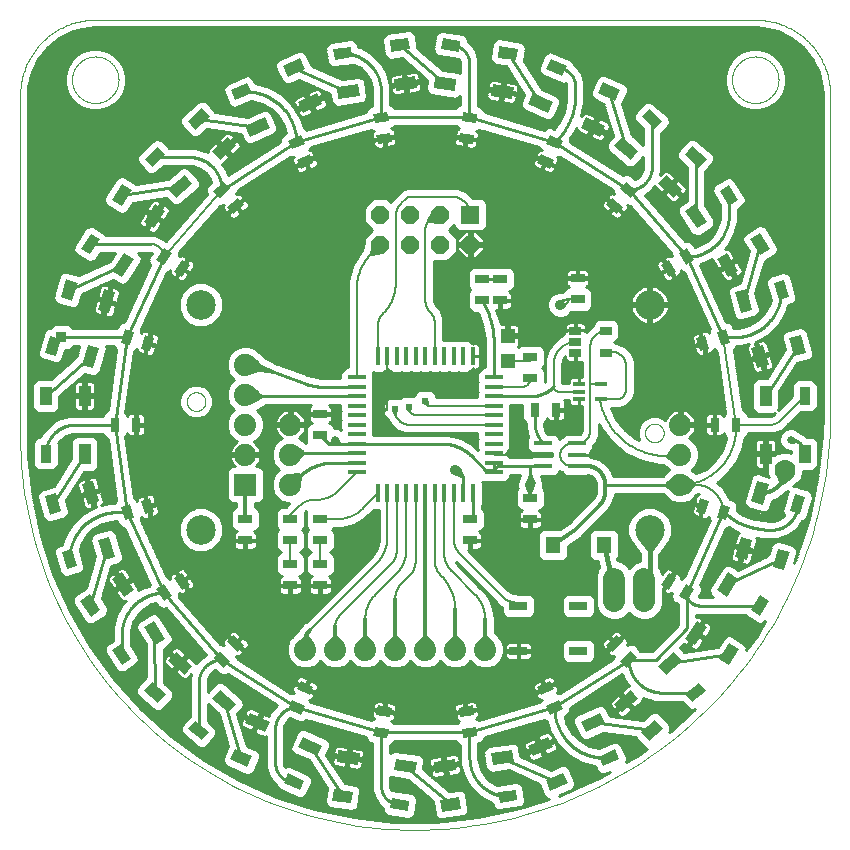
<source format=gtl>
G75*
%MOIN*%
%OFA0B0*%
%FSLAX25Y25*%
%IPPOS*%
%LPD*%
%AMOC8*
5,1,8,0,0,1.08239X$1,22.5*
%
%ADD10C,0.00000*%
%ADD11C,0.09843*%
%ADD12R,0.03150X0.04724*%
%ADD13R,0.04724X0.03150*%
%ADD14R,0.05906X0.01575*%
%ADD15C,0.07400*%
%ADD16C,0.07000*%
%ADD17R,0.07400X0.07400*%
%ADD18R,0.03543X0.05906*%
%ADD19R,0.03937X0.07087*%
%ADD20R,0.03937X0.06299*%
%ADD21R,0.05906X0.03543*%
%ADD22R,0.07087X0.03937*%
%ADD23R,0.06299X0.03937*%
%ADD24R,0.04724X0.04724*%
%ADD25R,0.06000X0.03000*%
%ADD26R,0.01732X0.05906*%
%ADD27R,0.05906X0.01732*%
%ADD28R,0.06000X0.06000*%
%ADD29OC8,0.06000*%
%ADD30R,0.05000X0.05787*%
%ADD31R,0.03937X0.01575*%
%ADD32C,0.07400*%
%ADD33R,0.03898X0.02717*%
%ADD34C,0.01000*%
%ADD35C,0.02600*%
%ADD36C,0.00800*%
%ADD37C,0.01600*%
%ADD38R,0.07000X0.07000*%
%ADD39C,0.01200*%
%ADD40C,0.02400*%
%ADD41R,0.02400X0.02400*%
%ADD42C,0.03600*%
%ADD43C,0.02000*%
%ADD44C,0.01500*%
%ADD45R,0.03562X0.03562*%
%ADD46C,0.03000*%
D10*
X0002665Y0132750D02*
X0002665Y0246500D01*
X0002672Y0247104D01*
X0002694Y0247708D01*
X0002731Y0248311D01*
X0002782Y0248913D01*
X0002847Y0249513D01*
X0002927Y0250112D01*
X0003022Y0250709D01*
X0003131Y0251303D01*
X0003254Y0251895D01*
X0003391Y0252483D01*
X0003543Y0253068D01*
X0003709Y0253649D01*
X0003889Y0254225D01*
X0004082Y0254798D01*
X0004290Y0255365D01*
X0004511Y0255927D01*
X0004745Y0256484D01*
X0004993Y0257035D01*
X0005254Y0257580D01*
X0005529Y0258118D01*
X0005816Y0258650D01*
X0006116Y0259174D01*
X0006428Y0259691D01*
X0006753Y0260200D01*
X0007090Y0260702D01*
X0007440Y0261195D01*
X0007801Y0261679D01*
X0008173Y0262155D01*
X0008557Y0262621D01*
X0008952Y0263078D01*
X0009358Y0263525D01*
X0009775Y0263963D01*
X0010202Y0264390D01*
X0010640Y0264807D01*
X0011087Y0265213D01*
X0011544Y0265608D01*
X0012010Y0265992D01*
X0012486Y0266364D01*
X0012970Y0266725D01*
X0013463Y0267075D01*
X0013965Y0267412D01*
X0014474Y0267737D01*
X0014991Y0268049D01*
X0015515Y0268349D01*
X0016047Y0268636D01*
X0016585Y0268911D01*
X0017130Y0269172D01*
X0017681Y0269420D01*
X0018238Y0269654D01*
X0018800Y0269875D01*
X0019367Y0270083D01*
X0019940Y0270276D01*
X0020516Y0270456D01*
X0021097Y0270622D01*
X0021682Y0270774D01*
X0022270Y0270911D01*
X0022862Y0271034D01*
X0023456Y0271143D01*
X0024053Y0271238D01*
X0024652Y0271318D01*
X0025252Y0271383D01*
X0025854Y0271434D01*
X0026457Y0271471D01*
X0027061Y0271493D01*
X0027665Y0271500D01*
X0247650Y0271500D01*
X0239915Y0251500D02*
X0239917Y0251690D01*
X0239924Y0251880D01*
X0239936Y0252070D01*
X0239952Y0252260D01*
X0239973Y0252449D01*
X0239999Y0252637D01*
X0240029Y0252825D01*
X0240064Y0253012D01*
X0240103Y0253198D01*
X0240147Y0253383D01*
X0240196Y0253567D01*
X0240249Y0253750D01*
X0240306Y0253931D01*
X0240368Y0254111D01*
X0240434Y0254289D01*
X0240505Y0254466D01*
X0240580Y0254641D01*
X0240659Y0254814D01*
X0240743Y0254984D01*
X0240830Y0255153D01*
X0240922Y0255320D01*
X0241018Y0255484D01*
X0241117Y0255646D01*
X0241221Y0255806D01*
X0241329Y0255963D01*
X0241440Y0256117D01*
X0241555Y0256268D01*
X0241674Y0256417D01*
X0241797Y0256562D01*
X0241923Y0256705D01*
X0242052Y0256844D01*
X0242185Y0256980D01*
X0242321Y0257113D01*
X0242460Y0257242D01*
X0242603Y0257368D01*
X0242748Y0257491D01*
X0242897Y0257610D01*
X0243048Y0257725D01*
X0243202Y0257836D01*
X0243359Y0257944D01*
X0243519Y0258048D01*
X0243681Y0258147D01*
X0243845Y0258243D01*
X0244012Y0258335D01*
X0244181Y0258422D01*
X0244351Y0258506D01*
X0244524Y0258585D01*
X0244699Y0258660D01*
X0244876Y0258731D01*
X0245054Y0258797D01*
X0245234Y0258859D01*
X0245415Y0258916D01*
X0245598Y0258969D01*
X0245782Y0259018D01*
X0245967Y0259062D01*
X0246153Y0259101D01*
X0246340Y0259136D01*
X0246528Y0259166D01*
X0246716Y0259192D01*
X0246905Y0259213D01*
X0247095Y0259229D01*
X0247285Y0259241D01*
X0247475Y0259248D01*
X0247665Y0259250D01*
X0247855Y0259248D01*
X0248045Y0259241D01*
X0248235Y0259229D01*
X0248425Y0259213D01*
X0248614Y0259192D01*
X0248802Y0259166D01*
X0248990Y0259136D01*
X0249177Y0259101D01*
X0249363Y0259062D01*
X0249548Y0259018D01*
X0249732Y0258969D01*
X0249915Y0258916D01*
X0250096Y0258859D01*
X0250276Y0258797D01*
X0250454Y0258731D01*
X0250631Y0258660D01*
X0250806Y0258585D01*
X0250979Y0258506D01*
X0251149Y0258422D01*
X0251318Y0258335D01*
X0251485Y0258243D01*
X0251649Y0258147D01*
X0251811Y0258048D01*
X0251971Y0257944D01*
X0252128Y0257836D01*
X0252282Y0257725D01*
X0252433Y0257610D01*
X0252582Y0257491D01*
X0252727Y0257368D01*
X0252870Y0257242D01*
X0253009Y0257113D01*
X0253145Y0256980D01*
X0253278Y0256844D01*
X0253407Y0256705D01*
X0253533Y0256562D01*
X0253656Y0256417D01*
X0253775Y0256268D01*
X0253890Y0256117D01*
X0254001Y0255963D01*
X0254109Y0255806D01*
X0254213Y0255646D01*
X0254312Y0255484D01*
X0254408Y0255320D01*
X0254500Y0255153D01*
X0254587Y0254984D01*
X0254671Y0254814D01*
X0254750Y0254641D01*
X0254825Y0254466D01*
X0254896Y0254289D01*
X0254962Y0254111D01*
X0255024Y0253931D01*
X0255081Y0253750D01*
X0255134Y0253567D01*
X0255183Y0253383D01*
X0255227Y0253198D01*
X0255266Y0253012D01*
X0255301Y0252825D01*
X0255331Y0252637D01*
X0255357Y0252449D01*
X0255378Y0252260D01*
X0255394Y0252070D01*
X0255406Y0251880D01*
X0255413Y0251690D01*
X0255415Y0251500D01*
X0255413Y0251310D01*
X0255406Y0251120D01*
X0255394Y0250930D01*
X0255378Y0250740D01*
X0255357Y0250551D01*
X0255331Y0250363D01*
X0255301Y0250175D01*
X0255266Y0249988D01*
X0255227Y0249802D01*
X0255183Y0249617D01*
X0255134Y0249433D01*
X0255081Y0249250D01*
X0255024Y0249069D01*
X0254962Y0248889D01*
X0254896Y0248711D01*
X0254825Y0248534D01*
X0254750Y0248359D01*
X0254671Y0248186D01*
X0254587Y0248016D01*
X0254500Y0247847D01*
X0254408Y0247680D01*
X0254312Y0247516D01*
X0254213Y0247354D01*
X0254109Y0247194D01*
X0254001Y0247037D01*
X0253890Y0246883D01*
X0253775Y0246732D01*
X0253656Y0246583D01*
X0253533Y0246438D01*
X0253407Y0246295D01*
X0253278Y0246156D01*
X0253145Y0246020D01*
X0253009Y0245887D01*
X0252870Y0245758D01*
X0252727Y0245632D01*
X0252582Y0245509D01*
X0252433Y0245390D01*
X0252282Y0245275D01*
X0252128Y0245164D01*
X0251971Y0245056D01*
X0251811Y0244952D01*
X0251649Y0244853D01*
X0251485Y0244757D01*
X0251318Y0244665D01*
X0251149Y0244578D01*
X0250979Y0244494D01*
X0250806Y0244415D01*
X0250631Y0244340D01*
X0250454Y0244269D01*
X0250276Y0244203D01*
X0250096Y0244141D01*
X0249915Y0244084D01*
X0249732Y0244031D01*
X0249548Y0243982D01*
X0249363Y0243938D01*
X0249177Y0243899D01*
X0248990Y0243864D01*
X0248802Y0243834D01*
X0248614Y0243808D01*
X0248425Y0243787D01*
X0248235Y0243771D01*
X0248045Y0243759D01*
X0247855Y0243752D01*
X0247665Y0243750D01*
X0247475Y0243752D01*
X0247285Y0243759D01*
X0247095Y0243771D01*
X0246905Y0243787D01*
X0246716Y0243808D01*
X0246528Y0243834D01*
X0246340Y0243864D01*
X0246153Y0243899D01*
X0245967Y0243938D01*
X0245782Y0243982D01*
X0245598Y0244031D01*
X0245415Y0244084D01*
X0245234Y0244141D01*
X0245054Y0244203D01*
X0244876Y0244269D01*
X0244699Y0244340D01*
X0244524Y0244415D01*
X0244351Y0244494D01*
X0244181Y0244578D01*
X0244012Y0244665D01*
X0243845Y0244757D01*
X0243681Y0244853D01*
X0243519Y0244952D01*
X0243359Y0245056D01*
X0243202Y0245164D01*
X0243048Y0245275D01*
X0242897Y0245390D01*
X0242748Y0245509D01*
X0242603Y0245632D01*
X0242460Y0245758D01*
X0242321Y0245887D01*
X0242185Y0246020D01*
X0242052Y0246156D01*
X0241923Y0246295D01*
X0241797Y0246438D01*
X0241674Y0246583D01*
X0241555Y0246732D01*
X0241440Y0246883D01*
X0241329Y0247037D01*
X0241221Y0247194D01*
X0241117Y0247354D01*
X0241018Y0247516D01*
X0240922Y0247680D01*
X0240830Y0247847D01*
X0240743Y0248016D01*
X0240659Y0248186D01*
X0240580Y0248359D01*
X0240505Y0248534D01*
X0240434Y0248711D01*
X0240368Y0248889D01*
X0240306Y0249069D01*
X0240249Y0249250D01*
X0240196Y0249433D01*
X0240147Y0249617D01*
X0240103Y0249802D01*
X0240064Y0249988D01*
X0240029Y0250175D01*
X0239999Y0250363D01*
X0239973Y0250551D01*
X0239952Y0250740D01*
X0239936Y0250930D01*
X0239924Y0251120D01*
X0239917Y0251310D01*
X0239915Y0251500D01*
X0247649Y0271500D02*
X0248254Y0271493D01*
X0248858Y0271471D01*
X0249461Y0271434D01*
X0250063Y0271383D01*
X0250664Y0271318D01*
X0251263Y0271238D01*
X0251860Y0271143D01*
X0252454Y0271034D01*
X0253046Y0270911D01*
X0253634Y0270773D01*
X0254219Y0270621D01*
X0254801Y0270456D01*
X0255377Y0270276D01*
X0255950Y0270082D01*
X0256518Y0269874D01*
X0257080Y0269653D01*
X0257637Y0269419D01*
X0258188Y0269170D01*
X0258733Y0268909D01*
X0259271Y0268635D01*
X0259803Y0268347D01*
X0260327Y0268047D01*
X0260845Y0267734D01*
X0261354Y0267409D01*
X0261855Y0267072D01*
X0262348Y0266722D01*
X0262833Y0266361D01*
X0263309Y0265988D01*
X0263775Y0265604D01*
X0264232Y0265209D01*
X0264680Y0264802D01*
X0265117Y0264385D01*
X0265544Y0263958D01*
X0265961Y0263520D01*
X0266367Y0263073D01*
X0266762Y0262615D01*
X0267146Y0262149D01*
X0267519Y0261673D01*
X0267880Y0261188D01*
X0268229Y0260695D01*
X0268566Y0260193D01*
X0268891Y0259684D01*
X0269203Y0259166D01*
X0269503Y0258642D01*
X0269790Y0258110D01*
X0270064Y0257571D01*
X0270325Y0257026D01*
X0270573Y0256475D01*
X0270808Y0255918D01*
X0271028Y0255355D01*
X0271236Y0254788D01*
X0271429Y0254215D01*
X0271609Y0253638D01*
X0271774Y0253057D01*
X0271925Y0252472D01*
X0272063Y0251883D01*
X0272186Y0251292D01*
X0272294Y0250697D01*
X0272389Y0250100D01*
X0272468Y0249501D01*
X0272534Y0248900D01*
X0272584Y0248298D01*
X0272620Y0247695D01*
X0272642Y0247091D01*
X0272649Y0246487D01*
X0272650Y0246486D02*
X0272586Y0140172D01*
X0210943Y0133783D02*
X0210945Y0133894D01*
X0210951Y0134005D01*
X0210961Y0134116D01*
X0210975Y0134227D01*
X0210993Y0134337D01*
X0211015Y0134446D01*
X0211040Y0134554D01*
X0211070Y0134661D01*
X0211103Y0134767D01*
X0211141Y0134872D01*
X0211182Y0134976D01*
X0211226Y0135078D01*
X0211275Y0135178D01*
X0211326Y0135276D01*
X0211382Y0135373D01*
X0211441Y0135467D01*
X0211503Y0135560D01*
X0211568Y0135650D01*
X0211637Y0135737D01*
X0211708Y0135823D01*
X0211783Y0135905D01*
X0211861Y0135985D01*
X0211941Y0136062D01*
X0212024Y0136136D01*
X0212110Y0136207D01*
X0212198Y0136274D01*
X0212289Y0136339D01*
X0212382Y0136400D01*
X0212477Y0136458D01*
X0212574Y0136513D01*
X0212673Y0136564D01*
X0212774Y0136611D01*
X0212876Y0136655D01*
X0212980Y0136695D01*
X0213085Y0136731D01*
X0213191Y0136764D01*
X0213299Y0136792D01*
X0213408Y0136817D01*
X0213517Y0136838D01*
X0213627Y0136855D01*
X0213737Y0136868D01*
X0213848Y0136877D01*
X0213960Y0136882D01*
X0214071Y0136883D01*
X0214182Y0136880D01*
X0214293Y0136873D01*
X0214404Y0136862D01*
X0214514Y0136847D01*
X0214624Y0136828D01*
X0214733Y0136805D01*
X0214841Y0136779D01*
X0214948Y0136748D01*
X0215054Y0136714D01*
X0215158Y0136675D01*
X0215261Y0136634D01*
X0215363Y0136588D01*
X0215463Y0136539D01*
X0215561Y0136486D01*
X0215657Y0136430D01*
X0215751Y0136370D01*
X0215843Y0136307D01*
X0215932Y0136241D01*
X0216019Y0136172D01*
X0216103Y0136099D01*
X0216185Y0136024D01*
X0216264Y0135945D01*
X0216341Y0135864D01*
X0216414Y0135780D01*
X0216484Y0135694D01*
X0216551Y0135605D01*
X0216615Y0135514D01*
X0216675Y0135421D01*
X0216732Y0135325D01*
X0216786Y0135227D01*
X0216836Y0135128D01*
X0216882Y0135027D01*
X0216925Y0134924D01*
X0216964Y0134820D01*
X0217000Y0134714D01*
X0217031Y0134608D01*
X0217059Y0134500D01*
X0217083Y0134391D01*
X0217103Y0134282D01*
X0217119Y0134172D01*
X0217131Y0134061D01*
X0217139Y0133950D01*
X0217143Y0133839D01*
X0217143Y0133727D01*
X0217139Y0133616D01*
X0217131Y0133505D01*
X0217119Y0133394D01*
X0217103Y0133284D01*
X0217083Y0133175D01*
X0217059Y0133066D01*
X0217031Y0132958D01*
X0217000Y0132852D01*
X0216964Y0132746D01*
X0216925Y0132642D01*
X0216882Y0132539D01*
X0216836Y0132438D01*
X0216786Y0132339D01*
X0216732Y0132241D01*
X0216675Y0132145D01*
X0216615Y0132052D01*
X0216551Y0131961D01*
X0216484Y0131872D01*
X0216414Y0131786D01*
X0216341Y0131702D01*
X0216264Y0131621D01*
X0216185Y0131542D01*
X0216103Y0131467D01*
X0216019Y0131394D01*
X0215932Y0131325D01*
X0215843Y0131259D01*
X0215751Y0131196D01*
X0215657Y0131136D01*
X0215561Y0131080D01*
X0215463Y0131027D01*
X0215363Y0130978D01*
X0215261Y0130932D01*
X0215158Y0130891D01*
X0215054Y0130852D01*
X0214948Y0130818D01*
X0214841Y0130787D01*
X0214733Y0130761D01*
X0214624Y0130738D01*
X0214514Y0130719D01*
X0214404Y0130704D01*
X0214293Y0130693D01*
X0214182Y0130686D01*
X0214071Y0130683D01*
X0213960Y0130684D01*
X0213848Y0130689D01*
X0213737Y0130698D01*
X0213627Y0130711D01*
X0213517Y0130728D01*
X0213408Y0130749D01*
X0213299Y0130774D01*
X0213191Y0130802D01*
X0213085Y0130835D01*
X0212980Y0130871D01*
X0212876Y0130911D01*
X0212774Y0130955D01*
X0212673Y0131002D01*
X0212574Y0131053D01*
X0212477Y0131108D01*
X0212382Y0131166D01*
X0212289Y0131227D01*
X0212198Y0131292D01*
X0212110Y0131359D01*
X0212024Y0131430D01*
X0211941Y0131504D01*
X0211861Y0131581D01*
X0211783Y0131661D01*
X0211708Y0131743D01*
X0211637Y0131829D01*
X0211568Y0131916D01*
X0211503Y0132006D01*
X0211441Y0132099D01*
X0211382Y0132193D01*
X0211326Y0132290D01*
X0211275Y0132388D01*
X0211226Y0132488D01*
X0211182Y0132590D01*
X0211141Y0132694D01*
X0211103Y0132799D01*
X0211070Y0132905D01*
X0211040Y0133012D01*
X0211015Y0133120D01*
X0210993Y0133229D01*
X0210975Y0133339D01*
X0210961Y0133450D01*
X0210951Y0133561D01*
X0210945Y0133672D01*
X0210943Y0133783D01*
X0133914Y0001500D02*
X0130743Y0001538D01*
X0127573Y0001653D01*
X0124407Y0001845D01*
X0121247Y0002113D01*
X0118094Y0002457D01*
X0114950Y0002877D01*
X0111817Y0003373D01*
X0108697Y0003945D01*
X0105592Y0004592D01*
X0102504Y0005314D01*
X0099434Y0006110D01*
X0096384Y0006980D01*
X0093356Y0007924D01*
X0090351Y0008940D01*
X0087372Y0010029D01*
X0084420Y0011190D01*
X0081497Y0012421D01*
X0078605Y0013723D01*
X0075745Y0015094D01*
X0072919Y0016534D01*
X0070129Y0018042D01*
X0067376Y0019616D01*
X0064661Y0021257D01*
X0061987Y0022963D01*
X0059356Y0024733D01*
X0056767Y0026567D01*
X0054224Y0028462D01*
X0051727Y0030418D01*
X0049278Y0032434D01*
X0046879Y0034508D01*
X0044531Y0036640D01*
X0042234Y0038828D01*
X0039992Y0041070D01*
X0037804Y0043367D01*
X0035672Y0045715D01*
X0033598Y0048114D01*
X0031582Y0050563D01*
X0029626Y0053060D01*
X0027731Y0055603D01*
X0025897Y0058192D01*
X0024127Y0060823D01*
X0022421Y0063497D01*
X0020780Y0066212D01*
X0019206Y0068965D01*
X0017698Y0071755D01*
X0016258Y0074581D01*
X0014887Y0077441D01*
X0013585Y0080333D01*
X0012354Y0083256D01*
X0011193Y0086208D01*
X0010104Y0089187D01*
X0009088Y0092192D01*
X0008144Y0095220D01*
X0007274Y0098270D01*
X0006478Y0101340D01*
X0005756Y0104428D01*
X0005109Y0107533D01*
X0004537Y0110653D01*
X0004041Y0113786D01*
X0003621Y0116930D01*
X0003277Y0120083D01*
X0003009Y0123243D01*
X0002817Y0126409D01*
X0002702Y0129579D01*
X0002664Y0132750D01*
X0058187Y0144217D02*
X0058189Y0144328D01*
X0058195Y0144439D01*
X0058205Y0144550D01*
X0058219Y0144661D01*
X0058237Y0144771D01*
X0058259Y0144880D01*
X0058284Y0144988D01*
X0058314Y0145095D01*
X0058347Y0145201D01*
X0058385Y0145306D01*
X0058426Y0145410D01*
X0058470Y0145512D01*
X0058519Y0145612D01*
X0058570Y0145710D01*
X0058626Y0145807D01*
X0058685Y0145901D01*
X0058747Y0145994D01*
X0058812Y0146084D01*
X0058881Y0146171D01*
X0058952Y0146257D01*
X0059027Y0146339D01*
X0059105Y0146419D01*
X0059185Y0146496D01*
X0059268Y0146570D01*
X0059354Y0146641D01*
X0059442Y0146708D01*
X0059533Y0146773D01*
X0059626Y0146834D01*
X0059721Y0146892D01*
X0059818Y0146947D01*
X0059917Y0146998D01*
X0060018Y0147045D01*
X0060120Y0147089D01*
X0060224Y0147129D01*
X0060329Y0147165D01*
X0060435Y0147198D01*
X0060543Y0147226D01*
X0060652Y0147251D01*
X0060761Y0147272D01*
X0060871Y0147289D01*
X0060981Y0147302D01*
X0061092Y0147311D01*
X0061204Y0147316D01*
X0061315Y0147317D01*
X0061426Y0147314D01*
X0061537Y0147307D01*
X0061648Y0147296D01*
X0061758Y0147281D01*
X0061868Y0147262D01*
X0061977Y0147239D01*
X0062085Y0147213D01*
X0062192Y0147182D01*
X0062298Y0147148D01*
X0062402Y0147109D01*
X0062505Y0147068D01*
X0062607Y0147022D01*
X0062707Y0146973D01*
X0062805Y0146920D01*
X0062901Y0146864D01*
X0062995Y0146804D01*
X0063087Y0146741D01*
X0063176Y0146675D01*
X0063263Y0146606D01*
X0063347Y0146533D01*
X0063429Y0146458D01*
X0063508Y0146379D01*
X0063585Y0146298D01*
X0063658Y0146214D01*
X0063728Y0146128D01*
X0063795Y0146039D01*
X0063859Y0145948D01*
X0063919Y0145855D01*
X0063976Y0145759D01*
X0064030Y0145661D01*
X0064080Y0145562D01*
X0064126Y0145461D01*
X0064169Y0145358D01*
X0064208Y0145254D01*
X0064244Y0145148D01*
X0064275Y0145042D01*
X0064303Y0144934D01*
X0064327Y0144825D01*
X0064347Y0144716D01*
X0064363Y0144606D01*
X0064375Y0144495D01*
X0064383Y0144384D01*
X0064387Y0144273D01*
X0064387Y0144161D01*
X0064383Y0144050D01*
X0064375Y0143939D01*
X0064363Y0143828D01*
X0064347Y0143718D01*
X0064327Y0143609D01*
X0064303Y0143500D01*
X0064275Y0143392D01*
X0064244Y0143286D01*
X0064208Y0143180D01*
X0064169Y0143076D01*
X0064126Y0142973D01*
X0064080Y0142872D01*
X0064030Y0142773D01*
X0063976Y0142675D01*
X0063919Y0142579D01*
X0063859Y0142486D01*
X0063795Y0142395D01*
X0063728Y0142306D01*
X0063658Y0142220D01*
X0063585Y0142136D01*
X0063508Y0142055D01*
X0063429Y0141976D01*
X0063347Y0141901D01*
X0063263Y0141828D01*
X0063176Y0141759D01*
X0063087Y0141693D01*
X0062995Y0141630D01*
X0062901Y0141570D01*
X0062805Y0141514D01*
X0062707Y0141461D01*
X0062607Y0141412D01*
X0062505Y0141366D01*
X0062402Y0141325D01*
X0062298Y0141286D01*
X0062192Y0141252D01*
X0062085Y0141221D01*
X0061977Y0141195D01*
X0061868Y0141172D01*
X0061758Y0141153D01*
X0061648Y0141138D01*
X0061537Y0141127D01*
X0061426Y0141120D01*
X0061315Y0141117D01*
X0061204Y0141118D01*
X0061092Y0141123D01*
X0060981Y0141132D01*
X0060871Y0141145D01*
X0060761Y0141162D01*
X0060652Y0141183D01*
X0060543Y0141208D01*
X0060435Y0141236D01*
X0060329Y0141269D01*
X0060224Y0141305D01*
X0060120Y0141345D01*
X0060018Y0141389D01*
X0059917Y0141436D01*
X0059818Y0141487D01*
X0059721Y0141542D01*
X0059626Y0141600D01*
X0059533Y0141661D01*
X0059442Y0141726D01*
X0059354Y0141793D01*
X0059268Y0141864D01*
X0059185Y0141938D01*
X0059105Y0142015D01*
X0059027Y0142095D01*
X0058952Y0142177D01*
X0058881Y0142263D01*
X0058812Y0142350D01*
X0058747Y0142440D01*
X0058685Y0142533D01*
X0058626Y0142627D01*
X0058570Y0142724D01*
X0058519Y0142822D01*
X0058470Y0142922D01*
X0058426Y0143024D01*
X0058385Y0143128D01*
X0058347Y0143233D01*
X0058314Y0143339D01*
X0058284Y0143446D01*
X0058259Y0143554D01*
X0058237Y0143663D01*
X0058219Y0143773D01*
X0058205Y0143884D01*
X0058195Y0143995D01*
X0058189Y0144106D01*
X0058187Y0144217D01*
X0133914Y0001500D02*
X0137265Y0001540D01*
X0140614Y0001662D01*
X0143959Y0001864D01*
X0147298Y0002147D01*
X0150629Y0002511D01*
X0153951Y0002955D01*
X0157260Y0003479D01*
X0160557Y0004083D01*
X0163837Y0004767D01*
X0167100Y0005530D01*
X0170344Y0006371D01*
X0173567Y0007290D01*
X0176766Y0008287D01*
X0179940Y0009361D01*
X0183088Y0010511D01*
X0186206Y0011738D01*
X0189295Y0013039D01*
X0192351Y0014414D01*
X0195372Y0015863D01*
X0198358Y0017384D01*
X0201306Y0018977D01*
X0204215Y0020641D01*
X0207083Y0022375D01*
X0209908Y0024177D01*
X0212689Y0026047D01*
X0215423Y0027984D01*
X0218110Y0029986D01*
X0220748Y0032053D01*
X0223336Y0034183D01*
X0225871Y0036375D01*
X0228352Y0038627D01*
X0230778Y0040938D01*
X0233148Y0043308D01*
X0235459Y0045734D01*
X0237711Y0048215D01*
X0239903Y0050750D01*
X0242033Y0053338D01*
X0244100Y0055976D01*
X0246102Y0058663D01*
X0248039Y0061397D01*
X0249909Y0064178D01*
X0251711Y0067003D01*
X0253445Y0069871D01*
X0255109Y0072780D01*
X0256702Y0075728D01*
X0258223Y0078714D01*
X0259672Y0081735D01*
X0261047Y0084791D01*
X0262348Y0087880D01*
X0263575Y0090998D01*
X0264725Y0094146D01*
X0265799Y0097320D01*
X0266796Y0100519D01*
X0267715Y0103742D01*
X0268556Y0106986D01*
X0269319Y0110249D01*
X0270003Y0113529D01*
X0270607Y0116826D01*
X0271131Y0120135D01*
X0271575Y0123457D01*
X0271939Y0126788D01*
X0272222Y0130127D01*
X0272424Y0133472D01*
X0272546Y0136821D01*
X0272586Y0140172D01*
X0019915Y0251500D02*
X0019917Y0251690D01*
X0019924Y0251880D01*
X0019936Y0252070D01*
X0019952Y0252260D01*
X0019973Y0252449D01*
X0019999Y0252637D01*
X0020029Y0252825D01*
X0020064Y0253012D01*
X0020103Y0253198D01*
X0020147Y0253383D01*
X0020196Y0253567D01*
X0020249Y0253750D01*
X0020306Y0253931D01*
X0020368Y0254111D01*
X0020434Y0254289D01*
X0020505Y0254466D01*
X0020580Y0254641D01*
X0020659Y0254814D01*
X0020743Y0254984D01*
X0020830Y0255153D01*
X0020922Y0255320D01*
X0021018Y0255484D01*
X0021117Y0255646D01*
X0021221Y0255806D01*
X0021329Y0255963D01*
X0021440Y0256117D01*
X0021555Y0256268D01*
X0021674Y0256417D01*
X0021797Y0256562D01*
X0021923Y0256705D01*
X0022052Y0256844D01*
X0022185Y0256980D01*
X0022321Y0257113D01*
X0022460Y0257242D01*
X0022603Y0257368D01*
X0022748Y0257491D01*
X0022897Y0257610D01*
X0023048Y0257725D01*
X0023202Y0257836D01*
X0023359Y0257944D01*
X0023519Y0258048D01*
X0023681Y0258147D01*
X0023845Y0258243D01*
X0024012Y0258335D01*
X0024181Y0258422D01*
X0024351Y0258506D01*
X0024524Y0258585D01*
X0024699Y0258660D01*
X0024876Y0258731D01*
X0025054Y0258797D01*
X0025234Y0258859D01*
X0025415Y0258916D01*
X0025598Y0258969D01*
X0025782Y0259018D01*
X0025967Y0259062D01*
X0026153Y0259101D01*
X0026340Y0259136D01*
X0026528Y0259166D01*
X0026716Y0259192D01*
X0026905Y0259213D01*
X0027095Y0259229D01*
X0027285Y0259241D01*
X0027475Y0259248D01*
X0027665Y0259250D01*
X0027855Y0259248D01*
X0028045Y0259241D01*
X0028235Y0259229D01*
X0028425Y0259213D01*
X0028614Y0259192D01*
X0028802Y0259166D01*
X0028990Y0259136D01*
X0029177Y0259101D01*
X0029363Y0259062D01*
X0029548Y0259018D01*
X0029732Y0258969D01*
X0029915Y0258916D01*
X0030096Y0258859D01*
X0030276Y0258797D01*
X0030454Y0258731D01*
X0030631Y0258660D01*
X0030806Y0258585D01*
X0030979Y0258506D01*
X0031149Y0258422D01*
X0031318Y0258335D01*
X0031485Y0258243D01*
X0031649Y0258147D01*
X0031811Y0258048D01*
X0031971Y0257944D01*
X0032128Y0257836D01*
X0032282Y0257725D01*
X0032433Y0257610D01*
X0032582Y0257491D01*
X0032727Y0257368D01*
X0032870Y0257242D01*
X0033009Y0257113D01*
X0033145Y0256980D01*
X0033278Y0256844D01*
X0033407Y0256705D01*
X0033533Y0256562D01*
X0033656Y0256417D01*
X0033775Y0256268D01*
X0033890Y0256117D01*
X0034001Y0255963D01*
X0034109Y0255806D01*
X0034213Y0255646D01*
X0034312Y0255484D01*
X0034408Y0255320D01*
X0034500Y0255153D01*
X0034587Y0254984D01*
X0034671Y0254814D01*
X0034750Y0254641D01*
X0034825Y0254466D01*
X0034896Y0254289D01*
X0034962Y0254111D01*
X0035024Y0253931D01*
X0035081Y0253750D01*
X0035134Y0253567D01*
X0035183Y0253383D01*
X0035227Y0253198D01*
X0035266Y0253012D01*
X0035301Y0252825D01*
X0035331Y0252637D01*
X0035357Y0252449D01*
X0035378Y0252260D01*
X0035394Y0252070D01*
X0035406Y0251880D01*
X0035413Y0251690D01*
X0035415Y0251500D01*
X0035413Y0251310D01*
X0035406Y0251120D01*
X0035394Y0250930D01*
X0035378Y0250740D01*
X0035357Y0250551D01*
X0035331Y0250363D01*
X0035301Y0250175D01*
X0035266Y0249988D01*
X0035227Y0249802D01*
X0035183Y0249617D01*
X0035134Y0249433D01*
X0035081Y0249250D01*
X0035024Y0249069D01*
X0034962Y0248889D01*
X0034896Y0248711D01*
X0034825Y0248534D01*
X0034750Y0248359D01*
X0034671Y0248186D01*
X0034587Y0248016D01*
X0034500Y0247847D01*
X0034408Y0247680D01*
X0034312Y0247516D01*
X0034213Y0247354D01*
X0034109Y0247194D01*
X0034001Y0247037D01*
X0033890Y0246883D01*
X0033775Y0246732D01*
X0033656Y0246583D01*
X0033533Y0246438D01*
X0033407Y0246295D01*
X0033278Y0246156D01*
X0033145Y0246020D01*
X0033009Y0245887D01*
X0032870Y0245758D01*
X0032727Y0245632D01*
X0032582Y0245509D01*
X0032433Y0245390D01*
X0032282Y0245275D01*
X0032128Y0245164D01*
X0031971Y0245056D01*
X0031811Y0244952D01*
X0031649Y0244853D01*
X0031485Y0244757D01*
X0031318Y0244665D01*
X0031149Y0244578D01*
X0030979Y0244494D01*
X0030806Y0244415D01*
X0030631Y0244340D01*
X0030454Y0244269D01*
X0030276Y0244203D01*
X0030096Y0244141D01*
X0029915Y0244084D01*
X0029732Y0244031D01*
X0029548Y0243982D01*
X0029363Y0243938D01*
X0029177Y0243899D01*
X0028990Y0243864D01*
X0028802Y0243834D01*
X0028614Y0243808D01*
X0028425Y0243787D01*
X0028235Y0243771D01*
X0028045Y0243759D01*
X0027855Y0243752D01*
X0027665Y0243750D01*
X0027475Y0243752D01*
X0027285Y0243759D01*
X0027095Y0243771D01*
X0026905Y0243787D01*
X0026716Y0243808D01*
X0026528Y0243834D01*
X0026340Y0243864D01*
X0026153Y0243899D01*
X0025967Y0243938D01*
X0025782Y0243982D01*
X0025598Y0244031D01*
X0025415Y0244084D01*
X0025234Y0244141D01*
X0025054Y0244203D01*
X0024876Y0244269D01*
X0024699Y0244340D01*
X0024524Y0244415D01*
X0024351Y0244494D01*
X0024181Y0244578D01*
X0024012Y0244665D01*
X0023845Y0244757D01*
X0023681Y0244853D01*
X0023519Y0244952D01*
X0023359Y0245056D01*
X0023202Y0245164D01*
X0023048Y0245275D01*
X0022897Y0245390D01*
X0022748Y0245509D01*
X0022603Y0245632D01*
X0022460Y0245758D01*
X0022321Y0245887D01*
X0022185Y0246020D01*
X0022052Y0246156D01*
X0021923Y0246295D01*
X0021797Y0246438D01*
X0021674Y0246583D01*
X0021555Y0246732D01*
X0021440Y0246883D01*
X0021329Y0247037D01*
X0021221Y0247194D01*
X0021117Y0247354D01*
X0021018Y0247516D01*
X0020922Y0247680D01*
X0020830Y0247847D01*
X0020743Y0248016D01*
X0020659Y0248186D01*
X0020580Y0248359D01*
X0020505Y0248534D01*
X0020434Y0248711D01*
X0020368Y0248889D01*
X0020306Y0249069D01*
X0020249Y0249250D01*
X0020196Y0249433D01*
X0020147Y0249617D01*
X0020103Y0249802D01*
X0020064Y0249988D01*
X0020029Y0250175D01*
X0019999Y0250363D01*
X0019973Y0250551D01*
X0019952Y0250740D01*
X0019936Y0250930D01*
X0019924Y0251120D01*
X0019917Y0251310D01*
X0019915Y0251500D01*
D11*
X0062862Y0176500D03*
X0062862Y0101500D03*
X0212468Y0101500D03*
X0212468Y0176500D03*
D12*
G36*
X0216207Y0189786D02*
X0218857Y0191488D01*
X0221409Y0187514D01*
X0218759Y0185812D01*
X0216207Y0189786D01*
G37*
G36*
X0222171Y0193614D02*
X0224821Y0195316D01*
X0227373Y0191342D01*
X0224723Y0189640D01*
X0222171Y0193614D01*
G37*
G36*
X0198015Y0209753D02*
X0200077Y0212133D01*
X0203647Y0209041D01*
X0201585Y0206661D01*
X0198015Y0209753D01*
G37*
G36*
X0202655Y0215109D02*
X0204717Y0217489D01*
X0208287Y0214397D01*
X0206225Y0212017D01*
X0202655Y0215109D01*
G37*
G36*
X0177874Y0230234D02*
X0179180Y0233099D01*
X0183478Y0231140D01*
X0182172Y0228275D01*
X0177874Y0230234D01*
G37*
G36*
X0174935Y0223786D02*
X0176241Y0226651D01*
X0180539Y0224692D01*
X0179233Y0221827D01*
X0174935Y0223786D01*
G37*
G36*
X0148829Y0230753D02*
X0149278Y0233870D01*
X0153953Y0233197D01*
X0153504Y0230080D01*
X0148829Y0230753D01*
G37*
G36*
X0149840Y0237767D02*
X0150289Y0240884D01*
X0154964Y0240211D01*
X0154515Y0237094D01*
X0149840Y0237767D01*
G37*
G36*
X0121826Y0230080D02*
X0121377Y0233197D01*
X0126052Y0233870D01*
X0126501Y0230753D01*
X0121826Y0230080D01*
G37*
G36*
X0120815Y0237094D02*
X0120366Y0240211D01*
X0125041Y0240884D01*
X0125490Y0237767D01*
X0120815Y0237094D01*
G37*
G36*
X0096097Y0221827D02*
X0094791Y0224692D01*
X0099089Y0226651D01*
X0100395Y0223786D01*
X0096097Y0221827D01*
G37*
G36*
X0093158Y0228275D02*
X0091852Y0231140D01*
X0096150Y0233099D01*
X0097456Y0230234D01*
X0093158Y0228275D01*
G37*
G36*
X0073745Y0206661D02*
X0071683Y0209041D01*
X0075253Y0212133D01*
X0077315Y0209753D01*
X0073745Y0206661D01*
G37*
G36*
X0069105Y0212017D02*
X0067043Y0214397D01*
X0070613Y0217489D01*
X0072675Y0215109D01*
X0069105Y0212017D01*
G37*
G36*
X0050607Y0189640D02*
X0047957Y0191342D01*
X0050509Y0195316D01*
X0053159Y0193614D01*
X0050607Y0189640D01*
G37*
G36*
X0056570Y0185812D02*
X0053920Y0187514D01*
X0056472Y0191488D01*
X0059122Y0189786D01*
X0056570Y0185812D01*
G37*
G36*
X0039163Y0162959D02*
X0036141Y0163843D01*
X0037467Y0168377D01*
X0040489Y0167493D01*
X0039163Y0162959D01*
G37*
G36*
X0045964Y0160970D02*
X0042942Y0161854D01*
X0044268Y0166388D01*
X0047290Y0165504D01*
X0045964Y0160970D01*
G37*
X0041208Y0136500D03*
X0034121Y0136500D03*
G36*
X0047290Y0107496D02*
X0044268Y0106612D01*
X0042942Y0111146D01*
X0045964Y0112030D01*
X0047290Y0107496D01*
G37*
G36*
X0040489Y0105507D02*
X0037467Y0104623D01*
X0036141Y0109157D01*
X0039163Y0110041D01*
X0040489Y0105507D01*
G37*
G36*
X0059122Y0083214D02*
X0056472Y0081512D01*
X0053920Y0085486D01*
X0056570Y0087188D01*
X0059122Y0083214D01*
G37*
G36*
X0053159Y0079386D02*
X0050509Y0077684D01*
X0047957Y0081658D01*
X0050607Y0083360D01*
X0053159Y0079386D01*
G37*
G36*
X0077315Y0063247D02*
X0075253Y0060867D01*
X0071683Y0063959D01*
X0073745Y0066339D01*
X0077315Y0063247D01*
G37*
G36*
X0072675Y0057891D02*
X0070613Y0055511D01*
X0067043Y0058603D01*
X0069105Y0060983D01*
X0072675Y0057891D01*
G37*
G36*
X0097456Y0042766D02*
X0096150Y0039901D01*
X0091852Y0041860D01*
X0093158Y0044725D01*
X0097456Y0042766D01*
G37*
G36*
X0100395Y0049214D02*
X0099089Y0046349D01*
X0094791Y0048308D01*
X0096097Y0051173D01*
X0100395Y0049214D01*
G37*
G36*
X0125490Y0035233D02*
X0125041Y0032116D01*
X0120366Y0032789D01*
X0120815Y0035906D01*
X0125490Y0035233D01*
G37*
G36*
X0126501Y0042247D02*
X0126052Y0039130D01*
X0121377Y0039803D01*
X0121826Y0042920D01*
X0126501Y0042247D01*
G37*
G36*
X0153504Y0042920D02*
X0153953Y0039803D01*
X0149278Y0039130D01*
X0148829Y0042247D01*
X0153504Y0042920D01*
G37*
G36*
X0154515Y0035906D02*
X0154964Y0032789D01*
X0150289Y0032116D01*
X0149840Y0035233D01*
X0154515Y0035906D01*
G37*
G36*
X0179233Y0051173D02*
X0180539Y0048308D01*
X0176241Y0046349D01*
X0174935Y0049214D01*
X0179233Y0051173D01*
G37*
G36*
X0182172Y0044725D02*
X0183478Y0041860D01*
X0179180Y0039901D01*
X0177874Y0042766D01*
X0182172Y0044725D01*
G37*
G36*
X0201585Y0066339D02*
X0203647Y0063959D01*
X0200077Y0060867D01*
X0198015Y0063247D01*
X0201585Y0066339D01*
G37*
G36*
X0206225Y0060983D02*
X0208287Y0058603D01*
X0204717Y0055511D01*
X0202655Y0057891D01*
X0206225Y0060983D01*
G37*
G36*
X0224723Y0083360D02*
X0227373Y0081658D01*
X0224821Y0077684D01*
X0222171Y0079386D01*
X0224723Y0083360D01*
G37*
G36*
X0218759Y0087188D02*
X0221409Y0085486D01*
X0218857Y0081512D01*
X0216207Y0083214D01*
X0218759Y0087188D01*
G37*
G36*
X0236167Y0110041D02*
X0239189Y0109157D01*
X0237863Y0104623D01*
X0234841Y0105507D01*
X0236167Y0110041D01*
G37*
G36*
X0229365Y0112030D02*
X0232387Y0111146D01*
X0231061Y0106612D01*
X0228039Y0107496D01*
X0229365Y0112030D01*
G37*
X0234121Y0136500D03*
X0241208Y0136500D03*
G36*
X0228039Y0165504D02*
X0231061Y0166388D01*
X0232387Y0161854D01*
X0229365Y0160970D01*
X0228039Y0165504D01*
G37*
G36*
X0234841Y0167493D02*
X0237863Y0168377D01*
X0239189Y0163843D01*
X0236167Y0162959D01*
X0234841Y0167493D01*
G37*
X0181208Y0141500D03*
X0174121Y0141500D03*
D13*
X0172665Y0151957D03*
X0172665Y0159043D03*
X0162665Y0177957D03*
X0156665Y0177957D03*
X0156665Y0185043D03*
X0162665Y0185043D03*
X0188413Y0185358D03*
X0188413Y0178272D03*
X0172665Y0112012D03*
X0172665Y0104925D03*
X0152665Y0105043D03*
X0152665Y0097957D03*
X0102665Y0097957D03*
X0102665Y0105043D03*
X0092665Y0105043D03*
X0092665Y0097957D03*
X0092665Y0090043D03*
X0092665Y0082957D03*
X0102665Y0082957D03*
X0102665Y0090043D03*
X0077665Y0097957D03*
X0077665Y0105043D03*
X0102665Y0132957D03*
X0102665Y0140043D03*
D14*
X0177044Y0130280D03*
X0177044Y0122800D03*
X0188265Y0122800D03*
X0188265Y0126540D03*
X0188265Y0130280D03*
D15*
X0222665Y0126500D03*
X0222665Y0116500D03*
X0222665Y0136500D03*
X0157665Y0061500D03*
X0147665Y0061500D03*
X0137665Y0061500D03*
X0127665Y0061500D03*
X0117665Y0061500D03*
X0107665Y0061500D03*
X0097665Y0061500D03*
X0092665Y0116500D03*
X0092665Y0126500D03*
X0092665Y0136500D03*
X0077665Y0136500D03*
X0077665Y0146500D03*
X0077665Y0156500D03*
X0077665Y0126500D03*
D16*
X0257665Y0121500D03*
D17*
X0077665Y0116500D03*
D18*
X0011169Y0126854D03*
X0264161Y0146146D03*
D19*
X0251169Y0146146D03*
X0251169Y0126854D03*
X0024161Y0126854D03*
X0024161Y0146146D03*
D20*
X0011169Y0146146D03*
X0264161Y0126854D03*
D21*
G36*
X0259218Y0107790D02*
X0260875Y0113458D01*
X0264274Y0112464D01*
X0262617Y0106796D01*
X0259218Y0107790D01*
G37*
G36*
X0246208Y0074703D02*
X0249398Y0079672D01*
X0252378Y0077759D01*
X0249188Y0072790D01*
X0246208Y0074703D01*
G37*
G36*
X0224401Y0046621D02*
X0228864Y0050487D01*
X0231183Y0047809D01*
X0226720Y0043943D01*
X0224401Y0046621D01*
G37*
G36*
X0195565Y0025819D02*
X0200938Y0028269D01*
X0202407Y0025047D01*
X0197034Y0022597D01*
X0195565Y0025819D01*
G37*
G36*
X0162041Y0013999D02*
X0167886Y0014842D01*
X0168391Y0011337D01*
X0162546Y0010494D01*
X0162041Y0013999D01*
G37*
G36*
X0126538Y0012090D02*
X0132383Y0011247D01*
X0131878Y0007742D01*
X0126033Y0008585D01*
X0126538Y0012090D01*
G37*
G36*
X0091946Y0020269D02*
X0097319Y0017819D01*
X0095850Y0014597D01*
X0090477Y0017047D01*
X0091946Y0020269D01*
G37*
G36*
X0061047Y0037857D02*
X0065510Y0033991D01*
X0063191Y0031313D01*
X0058728Y0035179D01*
X0061047Y0037857D01*
G37*
G36*
X0036354Y0063438D02*
X0039544Y0058469D01*
X0036564Y0056556D01*
X0033374Y0061525D01*
X0036354Y0063438D01*
G37*
G36*
X0019869Y0094942D02*
X0021526Y0089274D01*
X0018127Y0088280D01*
X0016470Y0093948D01*
X0019869Y0094942D01*
G37*
G36*
X0016111Y0165210D02*
X0014454Y0159542D01*
X0011055Y0160536D01*
X0012712Y0166204D01*
X0016111Y0165210D01*
G37*
G36*
X0029122Y0198297D02*
X0025932Y0193328D01*
X0022952Y0195241D01*
X0026142Y0200210D01*
X0029122Y0198297D01*
G37*
G36*
X0050929Y0226379D02*
X0046466Y0222513D01*
X0044147Y0225191D01*
X0048610Y0229057D01*
X0050929Y0226379D01*
G37*
G36*
X0079765Y0247181D02*
X0074392Y0244731D01*
X0072923Y0247953D01*
X0078296Y0250403D01*
X0079765Y0247181D01*
G37*
G36*
X0113288Y0259001D02*
X0107443Y0258158D01*
X0106938Y0261663D01*
X0112783Y0262506D01*
X0113288Y0259001D01*
G37*
G36*
X0148792Y0260910D02*
X0142947Y0261753D01*
X0143452Y0265258D01*
X0149297Y0264415D01*
X0148792Y0260910D01*
G37*
G36*
X0183383Y0252731D02*
X0178010Y0255181D01*
X0179479Y0258403D01*
X0184852Y0255953D01*
X0183383Y0252731D01*
G37*
G36*
X0214283Y0235143D02*
X0209820Y0239009D01*
X0212139Y0241687D01*
X0216602Y0237821D01*
X0214283Y0235143D01*
G37*
G36*
X0238976Y0209562D02*
X0235786Y0214531D01*
X0238766Y0216444D01*
X0241956Y0211475D01*
X0238976Y0209562D01*
G37*
G36*
X0255461Y0178058D02*
X0253804Y0183726D01*
X0257203Y0184720D01*
X0258860Y0179052D01*
X0255461Y0178058D01*
G37*
D22*
G36*
X0242968Y0173791D02*
X0240979Y0180591D01*
X0244756Y0181695D01*
X0246745Y0174895D01*
X0242968Y0173791D01*
G37*
G36*
X0248382Y0155275D02*
X0246393Y0162075D01*
X0250170Y0163179D01*
X0252159Y0156379D01*
X0248382Y0155275D01*
G37*
G36*
X0238617Y0185707D02*
X0234790Y0191669D01*
X0238103Y0193795D01*
X0241930Y0187833D01*
X0238617Y0185707D01*
G37*
G36*
X0228195Y0201940D02*
X0224368Y0207902D01*
X0227681Y0210028D01*
X0231508Y0204066D01*
X0228195Y0201940D01*
G37*
G36*
X0220675Y0212157D02*
X0215320Y0216796D01*
X0217897Y0219771D01*
X0223252Y0215132D01*
X0220675Y0212157D01*
G37*
G36*
X0206093Y0224788D02*
X0200738Y0229427D01*
X0203315Y0232402D01*
X0208670Y0227763D01*
X0206093Y0224788D01*
G37*
G36*
X0196005Y0232485D02*
X0189558Y0235424D01*
X0191191Y0239005D01*
X0197638Y0236066D01*
X0196005Y0232485D01*
G37*
G36*
X0178451Y0240485D02*
X0172004Y0243424D01*
X0173637Y0247005D01*
X0180084Y0244066D01*
X0178451Y0240485D01*
G37*
G36*
X0166589Y0245020D02*
X0159576Y0246031D01*
X0160137Y0249926D01*
X0167150Y0248915D01*
X0166589Y0245020D01*
G37*
G36*
X0147495Y0247772D02*
X0140482Y0248783D01*
X0141043Y0252678D01*
X0148056Y0251667D01*
X0147495Y0247772D01*
G37*
G36*
X0134848Y0248783D02*
X0127835Y0247772D01*
X0127274Y0251667D01*
X0134287Y0252678D01*
X0134848Y0248783D01*
G37*
G36*
X0115753Y0246031D02*
X0108740Y0245020D01*
X0108179Y0248915D01*
X0115192Y0249926D01*
X0115753Y0246031D01*
G37*
G36*
X0103326Y0243424D02*
X0096879Y0240485D01*
X0095246Y0244066D01*
X0101693Y0247005D01*
X0103326Y0243424D01*
G37*
G36*
X0085772Y0235424D02*
X0079325Y0232485D01*
X0077692Y0236066D01*
X0084139Y0239005D01*
X0085772Y0235424D01*
G37*
G36*
X0074591Y0229427D02*
X0069236Y0224788D01*
X0066659Y0227763D01*
X0072014Y0232402D01*
X0074591Y0229427D01*
G37*
G36*
X0060010Y0216796D02*
X0054655Y0212157D01*
X0052078Y0215132D01*
X0057433Y0219771D01*
X0060010Y0216796D01*
G37*
G36*
X0050962Y0207902D02*
X0047135Y0201940D01*
X0043822Y0204066D01*
X0047649Y0210028D01*
X0050962Y0207902D01*
G37*
G36*
X0040540Y0191669D02*
X0036713Y0185707D01*
X0033400Y0187833D01*
X0037227Y0193795D01*
X0040540Y0191669D01*
G37*
G36*
X0034351Y0180591D02*
X0032362Y0173791D01*
X0028585Y0174895D01*
X0030574Y0181695D01*
X0034351Y0180591D01*
G37*
G36*
X0028936Y0162075D02*
X0026947Y0155275D01*
X0023170Y0156379D01*
X0025159Y0163179D01*
X0028936Y0162075D01*
G37*
G36*
X0026947Y0117725D02*
X0028936Y0110925D01*
X0025159Y0109821D01*
X0023170Y0116621D01*
X0026947Y0117725D01*
G37*
G36*
X0032362Y0099209D02*
X0034351Y0092409D01*
X0030574Y0091305D01*
X0028585Y0098105D01*
X0032362Y0099209D01*
G37*
G36*
X0036713Y0087293D02*
X0040540Y0081331D01*
X0037227Y0079205D01*
X0033400Y0085167D01*
X0036713Y0087293D01*
G37*
G36*
X0047135Y0071060D02*
X0050962Y0065098D01*
X0047649Y0062972D01*
X0043822Y0068934D01*
X0047135Y0071060D01*
G37*
G36*
X0054655Y0060843D02*
X0060010Y0056204D01*
X0057433Y0053229D01*
X0052078Y0057868D01*
X0054655Y0060843D01*
G37*
G36*
X0069236Y0048212D02*
X0074591Y0043573D01*
X0072014Y0040598D01*
X0066659Y0045237D01*
X0069236Y0048212D01*
G37*
G36*
X0079325Y0040515D02*
X0085772Y0037576D01*
X0084139Y0033995D01*
X0077692Y0036934D01*
X0079325Y0040515D01*
G37*
G36*
X0096879Y0032515D02*
X0103326Y0029576D01*
X0101693Y0025995D01*
X0095246Y0028934D01*
X0096879Y0032515D01*
G37*
G36*
X0108740Y0027980D02*
X0115753Y0026969D01*
X0115192Y0023074D01*
X0108179Y0024085D01*
X0108740Y0027980D01*
G37*
G36*
X0127835Y0025228D02*
X0134848Y0024217D01*
X0134287Y0020322D01*
X0127274Y0021333D01*
X0127835Y0025228D01*
G37*
G36*
X0140482Y0024217D02*
X0147495Y0025228D01*
X0148056Y0021333D01*
X0141043Y0020322D01*
X0140482Y0024217D01*
G37*
G36*
X0159576Y0026969D02*
X0166589Y0027980D01*
X0167150Y0024085D01*
X0160137Y0023074D01*
X0159576Y0026969D01*
G37*
G36*
X0172004Y0029576D02*
X0178451Y0032515D01*
X0180084Y0028934D01*
X0173637Y0025995D01*
X0172004Y0029576D01*
G37*
G36*
X0189558Y0037576D02*
X0196005Y0040515D01*
X0197638Y0036934D01*
X0191191Y0033995D01*
X0189558Y0037576D01*
G37*
G36*
X0200738Y0043573D02*
X0206093Y0048212D01*
X0208670Y0045237D01*
X0203315Y0040598D01*
X0200738Y0043573D01*
G37*
G36*
X0215320Y0056204D02*
X0220675Y0060843D01*
X0223252Y0057868D01*
X0217897Y0053229D01*
X0215320Y0056204D01*
G37*
G36*
X0224368Y0065098D02*
X0228195Y0071060D01*
X0231508Y0068934D01*
X0227681Y0062972D01*
X0224368Y0065098D01*
G37*
G36*
X0234790Y0081331D02*
X0238617Y0087293D01*
X0241930Y0085167D01*
X0238103Y0079205D01*
X0234790Y0081331D01*
G37*
G36*
X0240979Y0092409D02*
X0242968Y0099209D01*
X0246745Y0098105D01*
X0244756Y0091305D01*
X0240979Y0092409D01*
G37*
G36*
X0246393Y0110925D02*
X0248382Y0117725D01*
X0252159Y0116621D01*
X0250170Y0109821D01*
X0246393Y0110925D01*
G37*
D23*
G36*
X0253560Y0089141D02*
X0255327Y0095185D01*
X0259104Y0094081D01*
X0257337Y0088037D01*
X0253560Y0089141D01*
G37*
G36*
X0235514Y0058411D02*
X0238916Y0063710D01*
X0242228Y0061583D01*
X0238826Y0056284D01*
X0235514Y0058411D01*
G37*
G36*
X0209543Y0034011D02*
X0214302Y0038134D01*
X0216879Y0035159D01*
X0212120Y0031036D01*
X0209543Y0034011D01*
G37*
G36*
X0177750Y0017917D02*
X0183480Y0020529D01*
X0185112Y0016949D01*
X0179382Y0014337D01*
X0177750Y0017917D01*
G37*
G36*
X0142725Y0011414D02*
X0148958Y0012313D01*
X0149519Y0008418D01*
X0143286Y0007519D01*
X0142725Y0011414D01*
G37*
G36*
X0107277Y0015065D02*
X0113510Y0014166D01*
X0112949Y0010271D01*
X0106716Y0011170D01*
X0107277Y0015065D01*
G37*
G36*
X0074295Y0028529D02*
X0080025Y0025917D01*
X0078393Y0022337D01*
X0072663Y0024949D01*
X0074295Y0028529D01*
G37*
G36*
X0046447Y0050764D02*
X0051206Y0046641D01*
X0048629Y0043666D01*
X0043870Y0047789D01*
X0046447Y0050764D01*
G37*
G36*
X0025992Y0079944D02*
X0029394Y0074645D01*
X0026082Y0072518D01*
X0022680Y0077817D01*
X0025992Y0079944D01*
G37*
G36*
X0014588Y0113701D02*
X0016355Y0107657D01*
X0012578Y0106553D01*
X0010811Y0112597D01*
X0014588Y0113701D01*
G37*
G36*
X0021770Y0183859D02*
X0020003Y0177815D01*
X0016226Y0178919D01*
X0017993Y0184963D01*
X0021770Y0183859D01*
G37*
G36*
X0039816Y0214589D02*
X0036414Y0209290D01*
X0033102Y0211417D01*
X0036504Y0216716D01*
X0039816Y0214589D01*
G37*
G36*
X0065787Y0238989D02*
X0061028Y0234866D01*
X0058451Y0237841D01*
X0063210Y0241964D01*
X0065787Y0238989D01*
G37*
G36*
X0097579Y0255083D02*
X0091849Y0252471D01*
X0090217Y0256051D01*
X0095947Y0258663D01*
X0097579Y0255083D01*
G37*
G36*
X0132605Y0261586D02*
X0126372Y0260687D01*
X0125811Y0264582D01*
X0132044Y0265481D01*
X0132605Y0261586D01*
G37*
G36*
X0168052Y0257935D02*
X0161819Y0258834D01*
X0162380Y0262729D01*
X0168613Y0261830D01*
X0168052Y0257935D01*
G37*
G36*
X0201035Y0244471D02*
X0195305Y0247083D01*
X0196937Y0250663D01*
X0202667Y0248051D01*
X0201035Y0244471D01*
G37*
G36*
X0228883Y0222236D02*
X0224124Y0226359D01*
X0226701Y0229334D01*
X0231460Y0225211D01*
X0228883Y0222236D01*
G37*
G36*
X0249338Y0193056D02*
X0245936Y0198355D01*
X0249248Y0200482D01*
X0252650Y0195183D01*
X0249338Y0193056D01*
G37*
G36*
X0260741Y0159299D02*
X0258974Y0165343D01*
X0262751Y0166447D01*
X0264518Y0160403D01*
X0260741Y0159299D01*
G37*
D24*
X0165165Y0157866D03*
X0165165Y0166134D03*
D25*
X0168728Y0076126D03*
X0168728Y0061126D03*
X0188728Y0061126D03*
X0188728Y0076126D03*
D26*
X0153413Y0113665D03*
X0150263Y0113665D03*
X0147114Y0113665D03*
X0143964Y0113665D03*
X0140814Y0113665D03*
X0137665Y0113665D03*
X0134515Y0113665D03*
X0131366Y0113665D03*
X0128216Y0113665D03*
X0125066Y0113665D03*
X0121917Y0113665D03*
X0121917Y0159335D03*
X0125066Y0159335D03*
X0128216Y0159335D03*
X0131366Y0159335D03*
X0134515Y0159335D03*
X0137665Y0159335D03*
X0140814Y0159335D03*
X0143964Y0159335D03*
X0147114Y0159335D03*
X0150263Y0159335D03*
X0153413Y0159335D03*
D27*
X0160499Y0152248D03*
X0160499Y0149098D03*
X0160499Y0145949D03*
X0160499Y0142799D03*
X0160499Y0139650D03*
X0160499Y0136500D03*
X0160499Y0133350D03*
X0160499Y0130201D03*
X0160499Y0127051D03*
X0160499Y0123902D03*
X0160499Y0120752D03*
X0114830Y0120752D03*
X0114830Y0123902D03*
X0114830Y0127051D03*
X0114830Y0130201D03*
X0114830Y0133350D03*
X0114830Y0136500D03*
X0114830Y0139650D03*
X0114830Y0142799D03*
X0114830Y0145949D03*
X0114830Y0149098D03*
X0114830Y0152248D03*
D28*
X0152665Y0206500D03*
D29*
X0142665Y0206500D03*
X0142665Y0196500D03*
X0152665Y0196500D03*
X0132665Y0196500D03*
X0132665Y0206500D03*
X0122665Y0206500D03*
X0122665Y0196500D03*
D30*
X0180263Y0096500D03*
X0197192Y0096500D03*
D31*
X0196405Y0145004D03*
X0196405Y0150122D03*
X0188925Y0150122D03*
X0188925Y0147563D03*
X0188925Y0145004D03*
D32*
X0200657Y0085082D02*
X0200657Y0077682D01*
X0210657Y0077682D02*
X0210657Y0085082D01*
D33*
X0197901Y0160319D03*
X0197901Y0167799D03*
X0187704Y0167799D03*
X0187704Y0164059D03*
X0187704Y0160319D03*
D34*
X0042875Y0041710D02*
X0033857Y0051725D01*
X0025936Y0062628D01*
X0019198Y0074298D01*
X0013716Y0086610D01*
X0009552Y0099427D01*
X0006750Y0112609D01*
X0005341Y0126011D01*
X0005165Y0132749D01*
X0005165Y0246500D01*
X0005306Y0249019D01*
X0006427Y0253931D01*
X0008613Y0258471D01*
X0011755Y0262410D01*
X0015694Y0265551D01*
X0020234Y0267737D01*
X0025146Y0268859D01*
X0027665Y0269000D01*
X0247153Y0269000D01*
X0247632Y0269000D01*
X0247650Y0269000D01*
X0250170Y0268858D01*
X0255084Y0267737D01*
X0259624Y0265549D01*
X0263564Y0262406D01*
X0266706Y0258464D01*
X0268891Y0253922D01*
X0270010Y0249008D01*
X0270150Y0246488D01*
X0270086Y0140670D01*
X0270086Y0140669D01*
X0270086Y0140172D01*
X0269899Y0133045D01*
X0268410Y0118870D01*
X0265446Y0104928D01*
X0261042Y0091372D01*
X0260680Y0090560D01*
X0261644Y0093857D01*
X0261537Y0094846D01*
X0261059Y0095718D01*
X0260284Y0096341D01*
X0255551Y0097725D01*
X0254562Y0097618D01*
X0253690Y0097140D01*
X0253066Y0096365D01*
X0252063Y0092934D01*
X0241857Y0088186D01*
X0239550Y0089667D01*
X0238571Y0089843D01*
X0237599Y0089631D01*
X0236782Y0089064D01*
X0232417Y0082263D01*
X0232240Y0081284D01*
X0232452Y0080313D01*
X0233020Y0079496D01*
X0233433Y0079231D01*
X0229063Y0079231D01*
X0228811Y0079255D01*
X0228803Y0079259D01*
X0229746Y0080727D01*
X0229922Y0081705D01*
X0229710Y0082677D01*
X0229314Y0083247D01*
X0237931Y0102116D01*
X0238628Y0102191D01*
X0238853Y0102314D01*
X0241012Y0101035D01*
X0242299Y0100555D01*
X0242073Y0100432D01*
X0241788Y0100159D01*
X0241583Y0099821D01*
X0240669Y0096696D01*
X0243533Y0095858D01*
X0243261Y0094928D01*
X0244191Y0094657D01*
X0244463Y0095586D01*
X0247327Y0094749D01*
X0248241Y0097874D01*
X0248250Y0098269D01*
X0248156Y0098653D01*
X0248019Y0098904D01*
X0250258Y0098500D01*
X0254961Y0098500D01*
X0258464Y0099638D01*
X0261443Y0101803D01*
X0261443Y0101803D01*
X0263297Y0104355D01*
X0263382Y0104364D01*
X0264255Y0104841D01*
X0264878Y0105617D01*
X0266814Y0112239D01*
X0266707Y0113228D01*
X0266229Y0114100D01*
X0265454Y0114724D01*
X0261099Y0115997D01*
X0260339Y0115915D01*
X0260809Y0116308D01*
X0261064Y0116413D01*
X0261718Y0117068D01*
X0261832Y0117163D01*
X0262078Y0117369D01*
X0262143Y0117493D01*
X0262751Y0118101D01*
X0263665Y0120307D01*
X0263665Y0121205D01*
X0266627Y0121205D01*
X0267545Y0121585D01*
X0268249Y0122289D01*
X0268629Y0123207D01*
X0268629Y0130501D01*
X0268249Y0131420D01*
X0267545Y0132123D01*
X0266627Y0132504D01*
X0264707Y0132504D01*
X0264172Y0133086D01*
X0263418Y0133456D01*
X0263418Y0133456D01*
X0263107Y0133609D01*
X0262825Y0133810D01*
X0262820Y0133812D01*
X0261978Y0134411D01*
X0261668Y0134721D01*
X0261368Y0134846D01*
X0261233Y0134941D01*
X0261016Y0134992D01*
X0260271Y0135300D01*
X0258759Y0135300D01*
X0257363Y0134721D01*
X0256294Y0133653D01*
X0255715Y0132256D01*
X0255715Y0130744D01*
X0256294Y0129347D01*
X0257363Y0128279D01*
X0258759Y0127700D01*
X0259344Y0127700D01*
X0259542Y0127654D01*
X0259692Y0127678D01*
X0259692Y0127154D01*
X0258858Y0127500D01*
X0256471Y0127500D01*
X0254266Y0126587D01*
X0254050Y0126370D01*
X0251653Y0126370D01*
X0251653Y0121811D01*
X0251665Y0121811D01*
X0251665Y0120307D01*
X0252073Y0119321D01*
X0252101Y0119244D01*
X0248606Y0120266D01*
X0247617Y0120158D01*
X0246745Y0119681D01*
X0246121Y0118906D01*
X0243853Y0111149D01*
X0243961Y0110161D01*
X0244438Y0109288D01*
X0245213Y0108665D01*
X0249947Y0107281D01*
X0250935Y0107388D01*
X0251808Y0107866D01*
X0252431Y0108641D01*
X0253169Y0111166D01*
X0254915Y0111733D01*
X0257689Y0113749D01*
X0257689Y0113749D01*
X0258011Y0114192D01*
X0258438Y0114326D01*
X0258507Y0114384D01*
X0258544Y0114397D01*
X0256678Y0108014D01*
X0256785Y0107026D01*
X0257194Y0106280D01*
X0257098Y0106148D01*
X0255674Y0105113D01*
X0254000Y0104569D01*
X0253119Y0104500D01*
X0252665Y0104500D01*
X0250802Y0104583D01*
X0247136Y0105244D01*
X0243645Y0106545D01*
X0241417Y0107866D01*
X0241729Y0108933D01*
X0241621Y0109922D01*
X0241144Y0110794D01*
X0240368Y0111417D01*
X0239087Y0111792D01*
X0238734Y0112879D01*
X0238734Y0112879D01*
X0236487Y0115972D01*
X0234777Y0117214D01*
X0238371Y0120195D01*
X0238371Y0120195D01*
X0238371Y0120195D01*
X0241446Y0124327D01*
X0243459Y0129068D01*
X0243925Y0131905D01*
X0244199Y0132018D01*
X0244902Y0132722D01*
X0245266Y0133600D01*
X0254067Y0133600D01*
X0256883Y0134766D01*
X0257552Y0135436D01*
X0257960Y0135844D01*
X0258368Y0136252D01*
X0262809Y0140693D01*
X0266430Y0140693D01*
X0267349Y0141074D01*
X0268052Y0141777D01*
X0268433Y0142696D01*
X0268433Y0149596D01*
X0268052Y0150515D01*
X0267349Y0151218D01*
X0266430Y0151598D01*
X0261892Y0151598D01*
X0260973Y0151218D01*
X0260270Y0150515D01*
X0259889Y0149596D01*
X0259889Y0145975D01*
X0255367Y0141453D01*
X0255637Y0142105D01*
X0255637Y0147599D01*
X0261534Y0156925D01*
X0265698Y0158143D01*
X0266474Y0158766D01*
X0266951Y0159638D01*
X0267059Y0160627D01*
X0265011Y0167628D01*
X0264388Y0168403D01*
X0263516Y0168880D01*
X0262527Y0168988D01*
X0257794Y0167604D01*
X0257019Y0166980D01*
X0256541Y0166108D01*
X0256434Y0165119D01*
X0257440Y0161677D01*
X0251441Y0152189D01*
X0248703Y0152189D01*
X0247784Y0151808D01*
X0247081Y0151105D01*
X0246700Y0150186D01*
X0246700Y0142105D01*
X0247081Y0141186D01*
X0247784Y0140483D01*
X0248703Y0140102D01*
X0253635Y0140102D01*
X0254286Y0140372D01*
X0253860Y0139946D01*
X0253859Y0139945D01*
X0253577Y0139714D01*
X0252906Y0139436D01*
X0252543Y0139400D01*
X0245266Y0139400D01*
X0244902Y0140278D01*
X0244199Y0140982D01*
X0243449Y0141292D01*
X0240515Y0161700D01*
X0241144Y0162206D01*
X0241396Y0162668D01*
X0243075Y0162668D01*
X0245587Y0163341D01*
X0245444Y0163254D01*
X0245171Y0162969D01*
X0244982Y0162622D01*
X0244888Y0162238D01*
X0244897Y0161844D01*
X0245811Y0158718D01*
X0248675Y0159556D01*
X0247425Y0163833D01*
X0247836Y0163944D01*
X0247837Y0163944D02*
X0252105Y0166408D01*
X0252106Y0166408D02*
X0255591Y0169894D01*
X0258056Y0174163D01*
X0258652Y0176386D01*
X0260040Y0176792D01*
X0260815Y0177416D01*
X0261293Y0178288D01*
X0261400Y0179277D01*
X0259463Y0185899D01*
X0258840Y0186674D01*
X0257968Y0187152D01*
X0256979Y0187259D01*
X0252624Y0185986D01*
X0251848Y0185363D01*
X0251371Y0184490D01*
X0251263Y0183502D01*
X0252813Y0178201D01*
X0252363Y0176521D01*
X0250703Y0173645D01*
X0248355Y0171297D01*
X0245479Y0169636D01*
X0242271Y0168777D01*
X0240610Y0168668D01*
X0240383Y0168668D01*
X0240123Y0169556D01*
X0239500Y0170331D01*
X0238628Y0170809D01*
X0237931Y0170884D01*
X0229314Y0189753D01*
X0229604Y0190170D01*
X0231372Y0190644D01*
X0233284Y0191747D01*
X0233300Y0191401D01*
X0233420Y0191025D01*
X0235179Y0188284D01*
X0237690Y0189896D01*
X0238214Y0189081D01*
X0239029Y0189605D01*
X0238506Y0190420D01*
X0241017Y0192032D01*
X0239258Y0194772D01*
X0238965Y0195038D01*
X0238614Y0195219D01*
X0238229Y0195303D01*
X0237834Y0195285D01*
X0237580Y0195204D01*
X0238454Y0196078D01*
X0238454Y0196078D01*
X0240705Y0199977D01*
X0241871Y0204326D01*
X0241871Y0208450D01*
X0243726Y0209640D01*
X0244293Y0210457D01*
X0244505Y0211429D01*
X0244329Y0212408D01*
X0240602Y0218214D01*
X0239785Y0218782D01*
X0238813Y0218994D01*
X0237834Y0218818D01*
X0234016Y0216366D01*
X0233448Y0215549D01*
X0233236Y0214578D01*
X0233412Y0213599D01*
X0235871Y0209769D01*
X0235871Y0206577D01*
X0235776Y0205128D01*
X0235026Y0202330D01*
X0233577Y0199821D01*
X0231528Y0197772D01*
X0229019Y0196323D01*
X0227421Y0195895D01*
X0226656Y0197086D01*
X0225839Y0197654D01*
X0224868Y0197865D01*
X0224181Y0197742D01*
X0210850Y0213126D01*
X0213160Y0214804D01*
X0213160Y0214804D01*
X0214038Y0216013D01*
X0214187Y0215792D01*
X0216649Y0213660D01*
X0218602Y0215915D01*
X0219334Y0215281D01*
X0217381Y0213026D01*
X0219842Y0210894D01*
X0220197Y0210721D01*
X0220585Y0210646D01*
X0220979Y0210675D01*
X0221352Y0210804D01*
X0221679Y0211025D01*
X0222780Y0212296D01*
X0219335Y0215281D01*
X0219969Y0216013D01*
X0223415Y0213028D01*
X0224516Y0214300D01*
X0224688Y0214655D01*
X0224763Y0215043D01*
X0224735Y0215437D01*
X0224605Y0215810D01*
X0224384Y0216137D01*
X0221923Y0218269D01*
X0219969Y0216013D01*
X0219237Y0216648D01*
X0221190Y0218903D01*
X0218729Y0221035D01*
X0218374Y0221208D01*
X0217986Y0221283D01*
X0217592Y0221254D01*
X0217219Y0221125D01*
X0216892Y0220904D01*
X0215860Y0219712D01*
X0216211Y0220792D01*
X0216211Y0233551D01*
X0218818Y0236560D01*
X0219132Y0237504D01*
X0219060Y0238496D01*
X0218615Y0239385D01*
X0213400Y0243903D01*
X0212456Y0244217D01*
X0211464Y0244146D01*
X0210575Y0243701D01*
X0207604Y0240271D01*
X0207290Y0239327D01*
X0207361Y0238335D01*
X0207806Y0237446D01*
X0210211Y0235363D01*
X0210211Y0229737D01*
X0206533Y0232923D01*
X0203343Y0243505D01*
X0205149Y0247468D01*
X0205184Y0248462D01*
X0204836Y0249393D01*
X0204157Y0250121D01*
X0197520Y0253146D01*
X0196526Y0253180D01*
X0195595Y0252832D01*
X0194867Y0252154D01*
X0192822Y0247666D01*
X0192787Y0246672D01*
X0193136Y0245741D01*
X0193814Y0245013D01*
X0197069Y0243530D01*
X0200316Y0232759D01*
X0198522Y0230688D01*
X0198208Y0229745D01*
X0198279Y0228753D01*
X0198724Y0227863D01*
X0204833Y0222572D01*
X0205776Y0222258D01*
X0206768Y0222329D01*
X0207658Y0222775D01*
X0210211Y0225722D01*
X0210211Y0222493D01*
X0210152Y0221751D01*
X0209694Y0220341D01*
X0208822Y0219141D01*
X0207629Y0218275D01*
X0205977Y0219705D01*
X0205034Y0220019D01*
X0204042Y0219948D01*
X0203420Y0219637D01*
X0185970Y0230851D01*
X0185994Y0231551D01*
X0185847Y0231944D01*
X0187554Y0234314D01*
X0187554Y0234314D01*
X0188049Y0235434D01*
X0188083Y0235082D01*
X0188221Y0234713D01*
X0188451Y0234391D01*
X0188756Y0234140D01*
X0191719Y0232789D01*
X0192956Y0235505D01*
X0193838Y0235103D01*
X0194239Y0235984D01*
X0198388Y0234094D01*
X0199085Y0235624D01*
X0199151Y0236014D01*
X0199113Y0236407D01*
X0198974Y0236777D01*
X0198745Y0237098D01*
X0198440Y0237350D01*
X0198932Y0237350D01*
X0198440Y0237350D02*
X0195477Y0238700D01*
X0194239Y0235985D01*
X0193358Y0236386D01*
X0194596Y0239102D01*
X0191632Y0240452D01*
X0191243Y0240517D01*
X0190850Y0240479D01*
X0190480Y0240341D01*
X0190158Y0240112D01*
X0189907Y0239807D01*
X0189688Y0239326D01*
X0190665Y0243954D01*
X0190665Y0250796D01*
X0189761Y0253578D01*
X0188042Y0255944D01*
X0188042Y0255944D01*
X0188042Y0255944D01*
X0187333Y0256459D01*
X0187020Y0257296D01*
X0186342Y0258023D01*
X0180063Y0260885D01*
X0179069Y0260919D01*
X0178138Y0260571D01*
X0177410Y0259893D01*
X0175529Y0255764D01*
X0175494Y0254770D01*
X0175842Y0253838D01*
X0176520Y0253111D01*
X0182799Y0250249D01*
X0183793Y0250215D01*
X0184426Y0250451D01*
X0184625Y0249839D01*
X0184665Y0249334D01*
X0184665Y0246500D01*
X0184565Y0244591D01*
X0183777Y0240855D01*
X0182233Y0237363D01*
X0180656Y0235174D01*
X0179763Y0235581D01*
X0178769Y0235616D01*
X0177838Y0235268D01*
X0177332Y0234796D01*
X0157435Y0240638D01*
X0157264Y0241310D01*
X0156668Y0242107D01*
X0155813Y0242615D01*
X0155402Y0242674D01*
X0155402Y0258274D01*
X0154493Y0261070D01*
X0152766Y0263448D01*
X0152766Y0263448D01*
X0152766Y0263448D01*
X0151786Y0264159D01*
X0151843Y0264552D01*
X0151597Y0265516D01*
X0151001Y0266312D01*
X0150146Y0266820D01*
X0143317Y0267804D01*
X0142353Y0267558D01*
X0141556Y0266963D01*
X0141049Y0266107D01*
X0140401Y0261616D01*
X0140647Y0260652D01*
X0141243Y0259856D01*
X0142098Y0259348D01*
X0148928Y0258364D01*
X0148983Y0258378D01*
X0149044Y0258293D01*
X0149361Y0257317D01*
X0149402Y0256804D01*
X0149402Y0253777D01*
X0148906Y0254071D01*
X0143466Y0254855D01*
X0135068Y0262025D01*
X0134448Y0266330D01*
X0133940Y0267185D01*
X0133144Y0267781D01*
X0132180Y0268027D01*
X0124961Y0266987D01*
X0124105Y0266479D01*
X0123510Y0265682D01*
X0123264Y0264719D01*
X0123967Y0259838D01*
X0124475Y0258982D01*
X0125272Y0258387D01*
X0126235Y0258141D01*
X0129779Y0258652D01*
X0138326Y0251354D01*
X0137936Y0248646D01*
X0138181Y0247682D01*
X0138777Y0246886D01*
X0139632Y0246378D01*
X0147631Y0245226D01*
X0148595Y0245471D01*
X0149391Y0246067D01*
X0149402Y0246085D01*
X0149402Y0243239D01*
X0149189Y0243185D01*
X0148392Y0242589D01*
X0148036Y0241989D01*
X0127293Y0241989D01*
X0126937Y0242589D01*
X0126141Y0243185D01*
X0125928Y0243239D01*
X0125928Y0249600D01*
X0124850Y0253622D01*
X0122768Y0257228D01*
X0119824Y0260173D01*
X0116218Y0262255D01*
X0115310Y0262498D01*
X0115187Y0263356D01*
X0114679Y0264211D01*
X0113883Y0264807D01*
X0112919Y0265052D01*
X0106089Y0264068D01*
X0105234Y0263561D01*
X0104638Y0262764D01*
X0104393Y0261800D01*
X0105040Y0257309D01*
X0105548Y0256454D01*
X0106344Y0255858D01*
X0107308Y0255612D01*
X0113907Y0256563D01*
X0116088Y0255304D01*
X0117900Y0253493D01*
X0119181Y0251274D01*
X0119844Y0248799D01*
X0119928Y0247518D01*
X0119928Y0242674D01*
X0119516Y0242615D01*
X0118661Y0242107D01*
X0118066Y0241310D01*
X0117894Y0240638D01*
X0097998Y0234796D01*
X0097492Y0235268D01*
X0097087Y0235419D01*
X0096299Y0238361D01*
X0093682Y0242894D01*
X0089981Y0246595D01*
X0089981Y0246595D01*
X0085448Y0249212D01*
X0085448Y0249212D01*
X0081049Y0250391D01*
X0080365Y0251893D01*
X0079637Y0252571D01*
X0078706Y0252919D01*
X0077712Y0252885D01*
X0071433Y0250023D01*
X0070755Y0249296D01*
X0070407Y0248364D01*
X0070441Y0247370D01*
X0072323Y0243241D01*
X0073050Y0242563D01*
X0073982Y0242215D01*
X0074976Y0242249D01*
X0079722Y0244412D01*
X0083086Y0243510D01*
X0086224Y0241699D01*
X0088786Y0239137D01*
X0090597Y0235999D01*
X0091238Y0233609D01*
X0090362Y0233210D01*
X0089684Y0232482D01*
X0089336Y0231551D01*
X0089360Y0230851D01*
X0071979Y0219682D01*
X0071485Y0221203D01*
X0069869Y0223427D01*
X0070069Y0223524D01*
X0072530Y0225657D01*
X0070577Y0227912D01*
X0071309Y0228546D01*
X0073262Y0226291D01*
X0075724Y0228423D01*
X0075945Y0228750D01*
X0076075Y0229123D01*
X0076103Y0229517D01*
X0076028Y0229905D01*
X0075856Y0230260D01*
X0074755Y0231531D01*
X0071309Y0228546D01*
X0070674Y0229278D01*
X0069942Y0228644D01*
X0067988Y0230900D01*
X0065527Y0228768D01*
X0065306Y0228441D01*
X0065176Y0228067D01*
X0065148Y0227674D01*
X0065193Y0227438D01*
X0061050Y0228785D01*
X0052153Y0228785D01*
X0050173Y0231070D01*
X0049284Y0231515D01*
X0048292Y0231586D01*
X0047348Y0231272D01*
X0042133Y0226754D01*
X0041688Y0225865D01*
X0041617Y0224873D01*
X0041930Y0223929D01*
X0044902Y0220499D01*
X0045791Y0220054D01*
X0046783Y0219983D01*
X0047727Y0220297D01*
X0050598Y0222785D01*
X0058827Y0222785D01*
X0060084Y0222686D01*
X0062474Y0221909D01*
X0064506Y0220432D01*
X0065983Y0218399D01*
X0066392Y0217141D01*
X0065029Y0215961D01*
X0064584Y0215072D01*
X0064513Y0214080D01*
X0064776Y0213290D01*
X0051267Y0197721D01*
X0051178Y0197737D01*
X0050340Y0198575D01*
X0047697Y0199669D01*
X0047105Y0199669D01*
X0046863Y0199769D01*
X0031144Y0199769D01*
X0030892Y0200132D01*
X0027073Y0202584D01*
X0026094Y0202760D01*
X0025123Y0202548D01*
X0024306Y0201980D01*
X0020578Y0196174D01*
X0020402Y0195195D01*
X0020614Y0194223D01*
X0021182Y0193407D01*
X0025000Y0190955D01*
X0025979Y0190779D01*
X0026951Y0190991D01*
X0027768Y0191558D01*
X0029187Y0193769D01*
X0034240Y0193769D01*
X0032427Y0190946D01*
X0022400Y0186281D01*
X0018217Y0187504D01*
X0017228Y0187396D01*
X0016356Y0186919D01*
X0015733Y0186144D01*
X0013685Y0179143D01*
X0013793Y0178154D01*
X0014270Y0177282D01*
X0015046Y0176659D01*
X0019779Y0175275D01*
X0020768Y0175382D01*
X0021640Y0175860D01*
X0022263Y0176635D01*
X0023267Y0180066D01*
X0033472Y0184814D01*
X0035780Y0183333D01*
X0036759Y0183157D01*
X0037731Y0183369D01*
X0038547Y0183936D01*
X0042913Y0190737D01*
X0043089Y0191715D01*
X0042877Y0192687D01*
X0042310Y0193504D01*
X0041896Y0193769D01*
X0046544Y0193769D01*
X0045584Y0192273D01*
X0045408Y0191295D01*
X0045620Y0190323D01*
X0046015Y0189753D01*
X0037399Y0170884D01*
X0036702Y0170809D01*
X0035829Y0170331D01*
X0035206Y0169556D01*
X0034946Y0168668D01*
X0020360Y0168668D01*
X0020279Y0168865D01*
X0019575Y0169568D01*
X0018656Y0169949D01*
X0014100Y0169949D01*
X0013181Y0169568D01*
X0012478Y0168865D01*
X0012403Y0168686D01*
X0011947Y0168636D01*
X0011075Y0168159D01*
X0010452Y0167383D01*
X0008515Y0160761D01*
X0008623Y0159772D01*
X0009100Y0158900D01*
X0009875Y0158276D01*
X0014231Y0157003D01*
X0015220Y0157110D01*
X0016092Y0157588D01*
X0016715Y0158363D01*
X0017599Y0161387D01*
X0018656Y0161387D01*
X0019575Y0161767D01*
X0020279Y0162470D01*
X0020360Y0162668D01*
X0022404Y0162668D01*
X0021359Y0159095D01*
X0013053Y0151795D01*
X0008703Y0151795D01*
X0007784Y0151415D01*
X0007081Y0150711D01*
X0006700Y0149793D01*
X0006700Y0142499D01*
X0007081Y0141580D01*
X0007784Y0140877D01*
X0008703Y0140496D01*
X0013635Y0140496D01*
X0014553Y0140877D01*
X0015257Y0141580D01*
X0015637Y0142499D01*
X0015637Y0146079D01*
X0024088Y0153505D01*
X0026724Y0152734D01*
X0027713Y0152842D01*
X0028585Y0153319D01*
X0029208Y0154094D01*
X0031476Y0161851D01*
X0031388Y0162668D01*
X0033933Y0162668D01*
X0034186Y0162206D01*
X0034724Y0161773D01*
X0031773Y0141248D01*
X0031131Y0140982D01*
X0030427Y0140278D01*
X0030105Y0139500D01*
X0018812Y0139500D01*
X0015002Y0138262D01*
X0015002Y0138262D01*
X0011761Y0135908D01*
X0011761Y0135908D01*
X0011761Y0135908D01*
X0009407Y0132667D01*
X0009407Y0132667D01*
X0009290Y0132307D01*
X0008900Y0132307D01*
X0007981Y0131926D01*
X0007278Y0131223D01*
X0006897Y0130304D01*
X0006897Y0123404D01*
X0007278Y0122485D01*
X0007981Y0121782D01*
X0008900Y0121402D01*
X0013438Y0121402D01*
X0014357Y0121782D01*
X0015060Y0122485D01*
X0015440Y0123404D01*
X0015440Y0130304D01*
X0015356Y0130508D01*
X0016115Y0131554D01*
X0017797Y0132776D01*
X0019775Y0133418D01*
X0020814Y0133500D01*
X0030105Y0133500D01*
X0030427Y0132722D01*
X0031131Y0132018D01*
X0031773Y0131752D01*
X0034724Y0111227D01*
X0034186Y0110794D01*
X0033933Y0110332D01*
X0032255Y0110332D01*
X0029743Y0109659D01*
X0029885Y0109746D01*
X0030158Y0110031D01*
X0030348Y0110378D01*
X0030441Y0110761D01*
X0030432Y0111156D01*
X0029518Y0114282D01*
X0026654Y0113444D01*
X0027905Y0109167D01*
X0027493Y0109056D01*
X0023224Y0106592D01*
X0019738Y0103106D01*
X0017274Y0098837D01*
X0016678Y0096614D01*
X0015290Y0096208D01*
X0014515Y0095584D01*
X0014037Y0094712D01*
X0013930Y0093723D01*
X0015866Y0087101D01*
X0016489Y0086326D01*
X0017362Y0085848D01*
X0018351Y0085740D01*
X0022706Y0087014D01*
X0023481Y0087637D01*
X0023959Y0088510D01*
X0024066Y0089498D01*
X0022516Y0094799D01*
X0022966Y0096479D01*
X0024627Y0099355D01*
X0026975Y0101703D01*
X0029851Y0103364D01*
X0033059Y0104223D01*
X0034719Y0104332D01*
X0034946Y0104332D01*
X0035206Y0103444D01*
X0035829Y0102669D01*
X0036702Y0102191D01*
X0037399Y0102116D01*
X0046015Y0083247D01*
X0045726Y0082830D01*
X0043958Y0082356D01*
X0042046Y0081253D01*
X0042030Y0081599D01*
X0041910Y0081975D01*
X0040150Y0084716D01*
X0037639Y0083104D01*
X0037116Y0083919D01*
X0039627Y0085531D01*
X0037868Y0088271D01*
X0037576Y0088537D01*
X0037225Y0088718D01*
X0036839Y0088802D01*
X0036444Y0088784D01*
X0036068Y0088664D01*
X0034653Y0087755D01*
X0037116Y0083919D01*
X0036301Y0083395D01*
X0036824Y0082580D01*
X0034313Y0080968D01*
X0036072Y0078228D01*
X0036364Y0077962D01*
X0036715Y0077781D01*
X0037101Y0077697D01*
X0037496Y0077715D01*
X0037750Y0077796D01*
X0036875Y0076922D01*
X0034624Y0073023D01*
X0034624Y0073023D01*
X0033459Y0068674D01*
X0033459Y0064550D01*
X0031604Y0063359D01*
X0031036Y0062543D01*
X0030824Y0061571D01*
X0031000Y0060592D01*
X0034728Y0054786D01*
X0035545Y0054218D01*
X0036516Y0054006D01*
X0037495Y0054182D01*
X0041314Y0056634D01*
X0041882Y0057451D01*
X0042093Y0058422D01*
X0041917Y0059401D01*
X0039459Y0063231D01*
X0039459Y0066423D01*
X0039554Y0067872D01*
X0040304Y0070670D01*
X0041752Y0073179D01*
X0043801Y0075228D01*
X0046310Y0076677D01*
X0047909Y0077105D01*
X0048674Y0075914D01*
X0049490Y0075346D01*
X0050462Y0075135D01*
X0051149Y0075258D01*
X0064479Y0059874D01*
X0062170Y0058196D01*
X0062170Y0058196D01*
X0062170Y0058196D01*
X0061292Y0056987D01*
X0061142Y0057208D01*
X0058681Y0059340D01*
X0056727Y0057085D01*
X0055995Y0057719D01*
X0055361Y0056987D01*
X0051915Y0059972D01*
X0050814Y0058700D01*
X0050641Y0058345D01*
X0050567Y0057957D01*
X0050595Y0057563D01*
X0050724Y0057190D01*
X0050946Y0056863D01*
X0053407Y0054731D01*
X0055361Y0056987D01*
X0056093Y0056352D01*
X0054139Y0054097D01*
X0056601Y0051965D01*
X0056956Y0051792D01*
X0057344Y0051717D01*
X0057738Y0051746D01*
X0058111Y0051875D01*
X0058438Y0052096D01*
X0059470Y0053288D01*
X0059119Y0052208D01*
X0059119Y0039449D01*
X0056512Y0036440D01*
X0056198Y0035496D01*
X0056269Y0034504D01*
X0056714Y0033615D01*
X0061930Y0029097D01*
X0062874Y0028783D01*
X0063866Y0028854D01*
X0064755Y0029299D01*
X0067726Y0032729D01*
X0068040Y0033673D01*
X0067969Y0034665D01*
X0067523Y0035554D01*
X0065119Y0037637D01*
X0065119Y0043263D01*
X0068797Y0040077D01*
X0071986Y0029495D01*
X0070180Y0025532D01*
X0070146Y0024538D01*
X0070494Y0023607D01*
X0071172Y0022879D01*
X0077809Y0019854D01*
X0078803Y0019820D01*
X0079735Y0020168D01*
X0080462Y0020846D01*
X0082507Y0025334D01*
X0082542Y0026328D01*
X0082194Y0027259D01*
X0081516Y0027987D01*
X0078260Y0029470D01*
X0075014Y0040241D01*
X0076808Y0042312D01*
X0077122Y0043255D01*
X0077051Y0044247D01*
X0076605Y0045137D01*
X0070497Y0050428D01*
X0069553Y0050742D01*
X0068561Y0050671D01*
X0067672Y0050225D01*
X0065119Y0047278D01*
X0065119Y0050507D01*
X0065177Y0051248D01*
X0065636Y0052659D01*
X0066507Y0053859D01*
X0067700Y0054725D01*
X0069352Y0053295D01*
X0070296Y0052981D01*
X0071288Y0053052D01*
X0071909Y0053363D01*
X0088136Y0042935D01*
X0087503Y0042475D01*
X0087502Y0042475D01*
X0085643Y0039915D01*
X0085643Y0039915D01*
X0085464Y0039366D01*
X0083611Y0040211D01*
X0082373Y0037495D01*
X0081492Y0037897D01*
X0082729Y0040612D01*
X0079766Y0041963D01*
X0079377Y0042028D01*
X0078983Y0041990D01*
X0078613Y0041852D01*
X0078292Y0041622D01*
X0078041Y0041318D01*
X0077343Y0039787D01*
X0081492Y0037897D01*
X0081090Y0037015D01*
X0081971Y0036614D01*
X0080734Y0033898D01*
X0083697Y0032548D01*
X0084087Y0032483D01*
X0084480Y0032521D01*
X0084665Y0032590D01*
X0084665Y0022204D01*
X0085569Y0019422D01*
X0087288Y0017056D01*
X0087996Y0016541D01*
X0088309Y0015704D01*
X0088987Y0014977D01*
X0095266Y0012115D01*
X0096260Y0012081D01*
X0097192Y0012429D01*
X0097919Y0013107D01*
X0099801Y0017236D01*
X0099836Y0018230D01*
X0099487Y0019162D01*
X0098809Y0019889D01*
X0092530Y0022751D01*
X0091536Y0022785D01*
X0090903Y0022549D01*
X0090705Y0023161D01*
X0090665Y0023666D01*
X0090665Y0035323D01*
X0090714Y0035947D01*
X0091100Y0037134D01*
X0091833Y0038144D01*
X0092659Y0038744D01*
X0095566Y0037419D01*
X0096560Y0037384D01*
X0097492Y0037732D01*
X0097998Y0038204D01*
X0117894Y0032362D01*
X0118066Y0031690D01*
X0118661Y0030893D01*
X0119516Y0030385D01*
X0119928Y0030326D01*
X0119928Y0014726D01*
X0120836Y0011930D01*
X0122564Y0009552D01*
X0123544Y0008841D01*
X0123487Y0008448D01*
X0123733Y0007484D01*
X0124328Y0006688D01*
X0125184Y0006180D01*
X0132013Y0005196D01*
X0132977Y0005442D01*
X0133773Y0006037D01*
X0134281Y0006893D01*
X0134928Y0011384D01*
X0134682Y0012348D01*
X0134087Y0013144D01*
X0133232Y0013652D01*
X0126402Y0014636D01*
X0126347Y0014622D01*
X0126285Y0014707D01*
X0125968Y0015683D01*
X0125928Y0016196D01*
X0125928Y0019223D01*
X0126424Y0018929D01*
X0131864Y0018145D01*
X0140261Y0010975D01*
X0140882Y0006670D01*
X0141390Y0005814D01*
X0142186Y0005219D01*
X0143150Y0004973D01*
X0150369Y0006013D01*
X0151224Y0006521D01*
X0151820Y0007318D01*
X0152066Y0008281D01*
X0151362Y0013162D01*
X0150854Y0014018D01*
X0150058Y0014613D01*
X0149094Y0014859D01*
X0145551Y0014348D01*
X0137004Y0021646D01*
X0137394Y0024354D01*
X0137148Y0025318D01*
X0136552Y0026114D01*
X0135697Y0026622D01*
X0127699Y0027774D01*
X0126735Y0027529D01*
X0125939Y0026933D01*
X0125928Y0026915D01*
X0125928Y0029761D01*
X0126141Y0029815D01*
X0126937Y0030411D01*
X0127293Y0031011D01*
X0148036Y0031011D01*
X0148392Y0030411D01*
X0149189Y0029815D01*
X0149402Y0029761D01*
X0149402Y0023400D01*
X0150479Y0019378D01*
X0152561Y0015772D01*
X0152561Y0015772D01*
X0155506Y0012827D01*
X0159112Y0010745D01*
X0160019Y0010502D01*
X0160143Y0009644D01*
X0160651Y0008789D01*
X0161447Y0008193D01*
X0162411Y0007947D01*
X0169240Y0008932D01*
X0170095Y0009439D01*
X0170691Y0010236D01*
X0170937Y0011200D01*
X0170290Y0015691D01*
X0169782Y0016546D01*
X0168985Y0017142D01*
X0168022Y0017388D01*
X0161422Y0016437D01*
X0159241Y0017696D01*
X0157430Y0019507D01*
X0156149Y0021726D01*
X0155486Y0024201D01*
X0155402Y0025482D01*
X0155402Y0030326D01*
X0155813Y0030385D01*
X0156668Y0030893D01*
X0157264Y0031690D01*
X0157435Y0032362D01*
X0177332Y0038204D01*
X0177838Y0037732D01*
X0178242Y0037581D01*
X0179030Y0034639D01*
X0181648Y0030106D01*
X0185349Y0026405D01*
X0189882Y0023788D01*
X0194280Y0022609D01*
X0194965Y0021107D01*
X0195692Y0020429D01*
X0196624Y0020081D01*
X0197618Y0020115D01*
X0199151Y0020814D01*
X0195735Y0018842D01*
X0182714Y0013044D01*
X0182237Y0012889D01*
X0186603Y0014879D01*
X0187281Y0015607D01*
X0187629Y0016538D01*
X0187595Y0017532D01*
X0185550Y0022020D01*
X0184822Y0022698D01*
X0183891Y0023046D01*
X0182897Y0023011D01*
X0179635Y0021525D01*
X0169384Y0026117D01*
X0168993Y0028829D01*
X0168485Y0029685D01*
X0167689Y0030280D01*
X0166725Y0030526D01*
X0158726Y0029373D01*
X0157871Y0028866D01*
X0157276Y0028069D01*
X0157030Y0027105D01*
X0157733Y0022224D01*
X0158241Y0021369D01*
X0159037Y0020773D01*
X0160001Y0020528D01*
X0165436Y0021311D01*
X0175512Y0016797D01*
X0177313Y0012846D01*
X0178040Y0012168D01*
X0178959Y0011824D01*
X0169158Y0008640D01*
X0155216Y0005676D01*
X0141041Y0004187D01*
X0133914Y0004000D01*
X0127176Y0004176D01*
X0113774Y0005585D01*
X0100592Y0008387D01*
X0087775Y0012551D01*
X0075463Y0018033D01*
X0063792Y0024771D01*
X0052890Y0032692D01*
X0042875Y0041710D01*
X0042951Y0041641D02*
X0047147Y0041641D01*
X0047368Y0041450D02*
X0048312Y0041136D01*
X0049304Y0041207D01*
X0050193Y0041653D01*
X0053422Y0045380D01*
X0053736Y0046324D01*
X0053665Y0047316D01*
X0053220Y0048205D01*
X0050513Y0050550D01*
X0050430Y0061785D01*
X0052732Y0063262D01*
X0053299Y0064079D01*
X0053511Y0065051D01*
X0053335Y0066029D01*
X0048969Y0072830D01*
X0048153Y0073397D01*
X0047181Y0073609D01*
X0046202Y0073433D01*
X0042052Y0070769D01*
X0041484Y0069952D01*
X0041273Y0068981D01*
X0041449Y0068002D01*
X0044419Y0063376D01*
X0044500Y0052337D01*
X0041653Y0049051D01*
X0041339Y0048107D01*
X0041410Y0047115D01*
X0041855Y0046226D01*
X0047368Y0041450D01*
X0045995Y0042640D02*
X0042037Y0042640D01*
X0041138Y0043638D02*
X0044842Y0043638D01*
X0043689Y0044637D02*
X0040239Y0044637D01*
X0039340Y0045635D02*
X0042537Y0045635D01*
X0041651Y0046634D02*
X0038441Y0046634D01*
X0037542Y0047632D02*
X0041373Y0047632D01*
X0041513Y0048631D02*
X0036643Y0048631D01*
X0035744Y0049630D02*
X0042154Y0049630D01*
X0043019Y0050628D02*
X0034845Y0050628D01*
X0033946Y0051627D02*
X0043884Y0051627D01*
X0044498Y0052625D02*
X0033203Y0052625D01*
X0032478Y0053624D02*
X0044490Y0053624D01*
X0044483Y0054622D02*
X0038180Y0054622D01*
X0039735Y0055621D02*
X0044476Y0055621D01*
X0044468Y0056619D02*
X0041291Y0056619D01*
X0041918Y0057618D02*
X0044461Y0057618D01*
X0044454Y0058616D02*
X0042059Y0058616D01*
X0041780Y0059615D02*
X0044446Y0059615D01*
X0044439Y0060613D02*
X0041139Y0060613D01*
X0040498Y0061612D02*
X0044432Y0061612D01*
X0044424Y0062610D02*
X0039857Y0062610D01*
X0039459Y0063609D02*
X0044269Y0063609D01*
X0043628Y0064607D02*
X0039459Y0064607D01*
X0039459Y0065606D02*
X0042987Y0065606D01*
X0042346Y0066604D02*
X0039471Y0066604D01*
X0039536Y0067603D02*
X0041705Y0067603D01*
X0041341Y0068601D02*
X0039749Y0068601D01*
X0040017Y0069600D02*
X0041408Y0069600D01*
X0041933Y0070598D02*
X0040284Y0070598D01*
X0040839Y0071597D02*
X0043341Y0071597D01*
X0044897Y0072595D02*
X0041415Y0072595D01*
X0042167Y0073594D02*
X0047095Y0073594D01*
X0047252Y0073594D02*
X0052591Y0073594D01*
X0051726Y0074592D02*
X0043165Y0074592D01*
X0044429Y0075591D02*
X0049139Y0075591D01*
X0048240Y0076589D02*
X0046159Y0076589D01*
X0049120Y0072595D02*
X0053456Y0072595D01*
X0054322Y0071597D02*
X0049761Y0071597D01*
X0050402Y0070598D02*
X0055187Y0070598D01*
X0056052Y0069600D02*
X0051043Y0069600D01*
X0051684Y0068601D02*
X0056917Y0068601D01*
X0057782Y0067603D02*
X0052325Y0067603D01*
X0052966Y0066604D02*
X0058648Y0066604D01*
X0059513Y0065606D02*
X0053411Y0065606D01*
X0053414Y0064607D02*
X0060378Y0064607D01*
X0061243Y0063609D02*
X0052972Y0063609D01*
X0051716Y0062610D02*
X0062108Y0062610D01*
X0062974Y0061612D02*
X0056059Y0061612D01*
X0055488Y0062106D02*
X0055132Y0062279D01*
X0054744Y0062354D01*
X0054350Y0062325D01*
X0053977Y0062196D01*
X0053650Y0061975D01*
X0052549Y0060704D01*
X0055995Y0057719D01*
X0057949Y0059974D01*
X0055488Y0062106D01*
X0053336Y0061612D02*
X0050432Y0061612D01*
X0050439Y0060613D02*
X0052654Y0060613D01*
X0052327Y0059615D02*
X0053806Y0059615D01*
X0053480Y0058616D02*
X0054959Y0058616D01*
X0054632Y0057618D02*
X0055907Y0057618D01*
X0056112Y0057618D02*
X0057189Y0057618D01*
X0056772Y0058616D02*
X0058054Y0058616D01*
X0057637Y0059615D02*
X0064123Y0059615D01*
X0063839Y0060613D02*
X0057211Y0060613D01*
X0059517Y0058616D02*
X0062748Y0058616D01*
X0061750Y0057618D02*
X0060670Y0057618D01*
X0055785Y0056619D02*
X0055043Y0056619D01*
X0055459Y0055621D02*
X0054178Y0055621D01*
X0054594Y0054622D02*
X0050483Y0054622D01*
X0050490Y0053624D02*
X0054685Y0053624D01*
X0055838Y0052625D02*
X0050498Y0052625D01*
X0050505Y0051627D02*
X0059119Y0051627D01*
X0059119Y0050628D02*
X0050513Y0050628D01*
X0051575Y0049630D02*
X0059119Y0049630D01*
X0059119Y0048631D02*
X0052728Y0048631D01*
X0053507Y0047632D02*
X0059119Y0047632D01*
X0059119Y0046634D02*
X0053714Y0046634D01*
X0053507Y0045635D02*
X0059119Y0045635D01*
X0059119Y0044637D02*
X0052779Y0044637D01*
X0051914Y0043638D02*
X0059119Y0043638D01*
X0059119Y0042640D02*
X0051049Y0042640D01*
X0050171Y0041641D02*
X0059119Y0041641D01*
X0059119Y0040643D02*
X0044060Y0040643D01*
X0045169Y0039644D02*
X0059119Y0039644D01*
X0058423Y0038646D02*
X0046278Y0038646D01*
X0047387Y0037647D02*
X0057558Y0037647D01*
X0056693Y0036649D02*
X0048495Y0036649D01*
X0049604Y0035650D02*
X0056249Y0035650D01*
X0056259Y0034652D02*
X0050713Y0034652D01*
X0051822Y0033653D02*
X0056695Y0033653D01*
X0057823Y0032655D02*
X0052941Y0032655D01*
X0054316Y0031656D02*
X0058975Y0031656D01*
X0060128Y0030658D02*
X0055690Y0030658D01*
X0057064Y0029659D02*
X0061281Y0029659D01*
X0059813Y0027662D02*
X0071151Y0027662D01*
X0070696Y0026664D02*
X0061187Y0026664D01*
X0062562Y0025665D02*
X0070241Y0025665D01*
X0070150Y0024667D02*
X0063973Y0024667D01*
X0065703Y0023668D02*
X0070471Y0023668D01*
X0071632Y0022670D02*
X0067432Y0022670D01*
X0069162Y0021671D02*
X0073823Y0021671D01*
X0072620Y0019674D02*
X0085487Y0019674D01*
X0085569Y0019422D02*
X0085569Y0019422D01*
X0086111Y0018676D02*
X0074350Y0018676D01*
X0076262Y0017677D02*
X0086837Y0017677D01*
X0087288Y0017056D02*
X0087288Y0017056D01*
X0087288Y0017056D01*
X0087807Y0016679D02*
X0078505Y0016679D01*
X0080748Y0015680D02*
X0088331Y0015680D01*
X0089635Y0014682D02*
X0082990Y0014682D01*
X0085233Y0013683D02*
X0091826Y0013683D01*
X0094017Y0012685D02*
X0087476Y0012685D01*
X0090438Y0011686D02*
X0104264Y0011686D01*
X0104170Y0011033D02*
X0104416Y0010069D01*
X0105011Y0009273D01*
X0105866Y0008765D01*
X0113086Y0007725D01*
X0114049Y0007970D01*
X0114846Y0008566D01*
X0115354Y0009421D01*
X0116057Y0014302D01*
X0115811Y0015266D01*
X0115216Y0016062D01*
X0114360Y0016570D01*
X0110815Y0017081D01*
X0104670Y0026496D01*
X0105808Y0028993D01*
X0105842Y0029987D01*
X0105494Y0030919D01*
X0104816Y0031646D01*
X0097462Y0034997D01*
X0096468Y0035032D01*
X0095537Y0034683D01*
X0094809Y0034005D01*
X0092764Y0029518D01*
X0092730Y0028524D01*
X0093078Y0027592D01*
X0093756Y0026865D01*
X0098749Y0024589D01*
X0104790Y0015335D01*
X0104170Y0011033D01*
X0104258Y0010688D02*
X0093511Y0010688D01*
X0096584Y0009689D02*
X0104700Y0009689D01*
X0106382Y0008691D02*
X0099657Y0008691D01*
X0103861Y0007692D02*
X0123680Y0007692D01*
X0123522Y0008691D02*
X0114920Y0008691D01*
X0115392Y0009689D02*
X0122465Y0009689D01*
X0122564Y0009552D02*
X0122564Y0009552D01*
X0122564Y0009552D01*
X0121739Y0010688D02*
X0115536Y0010688D01*
X0115680Y0011686D02*
X0121014Y0011686D01*
X0120836Y0011930D02*
X0120836Y0011930D01*
X0120591Y0012685D02*
X0115824Y0012685D01*
X0115968Y0013683D02*
X0120267Y0013683D01*
X0119942Y0014682D02*
X0115960Y0014682D01*
X0115502Y0015680D02*
X0119928Y0015680D01*
X0119928Y0016679D02*
X0113608Y0016679D01*
X0110426Y0017677D02*
X0119928Y0017677D01*
X0119928Y0018676D02*
X0109774Y0018676D01*
X0109123Y0019674D02*
X0119928Y0019674D01*
X0119928Y0020673D02*
X0108471Y0020673D01*
X0107819Y0021671D02*
X0114404Y0021671D01*
X0115174Y0021560D02*
X0111951Y0022025D01*
X0112377Y0024978D01*
X0112515Y0025937D01*
X0117027Y0025287D01*
X0117267Y0026951D01*
X0117220Y0027344D01*
X0117074Y0027710D01*
X0116837Y0028026D01*
X0116527Y0028271D01*
X0116164Y0028426D01*
X0112940Y0028891D01*
X0112515Y0025937D01*
X0111556Y0026075D01*
X0111418Y0025117D01*
X0106906Y0025767D01*
X0106666Y0024102D01*
X0106713Y0023710D01*
X0106859Y0023343D01*
X0107096Y0023027D01*
X0107406Y0022783D01*
X0107769Y0022627D01*
X0110992Y0022163D01*
X0111418Y0025117D01*
X0112377Y0024978D01*
X0116889Y0024328D01*
X0116649Y0022664D01*
X0116494Y0022301D01*
X0116249Y0021990D01*
X0115933Y0021754D01*
X0115566Y0021607D01*
X0115174Y0021560D01*
X0115727Y0021671D02*
X0119928Y0021671D01*
X0119928Y0022670D02*
X0116650Y0022670D01*
X0116794Y0023668D02*
X0119928Y0023668D01*
X0119928Y0024667D02*
X0114540Y0024667D01*
X0114401Y0025665D02*
X0112476Y0025665D01*
X0111497Y0025665D02*
X0107611Y0025665D01*
X0106891Y0025665D02*
X0105212Y0025665D01*
X0104746Y0026664D02*
X0107472Y0026664D01*
X0107044Y0026725D02*
X0111556Y0026075D01*
X0111982Y0029029D01*
X0108759Y0029493D01*
X0108366Y0029447D01*
X0108000Y0029300D01*
X0107684Y0029063D01*
X0107439Y0028753D01*
X0107284Y0028390D01*
X0107044Y0026725D01*
X0107179Y0027662D02*
X0105201Y0027662D01*
X0105656Y0028661D02*
X0107400Y0028661D01*
X0105831Y0029659D02*
X0119928Y0029659D01*
X0119928Y0028661D02*
X0114537Y0028661D01*
X0112907Y0028661D02*
X0111929Y0028661D01*
X0111785Y0027662D02*
X0112763Y0027662D01*
X0112620Y0026664D02*
X0111641Y0026664D01*
X0111353Y0024667D02*
X0112332Y0024667D01*
X0112188Y0023668D02*
X0111209Y0023668D01*
X0111065Y0022670D02*
X0112044Y0022670D01*
X0107670Y0022670D02*
X0107167Y0022670D01*
X0106729Y0023668D02*
X0106515Y0023668D01*
X0106747Y0024667D02*
X0105864Y0024667D01*
X0101957Y0019674D02*
X0099010Y0019674D01*
X0099669Y0018676D02*
X0102609Y0018676D01*
X0103261Y0017677D02*
X0099816Y0017677D01*
X0099547Y0016679D02*
X0103913Y0016679D01*
X0104565Y0015680D02*
X0099092Y0015680D01*
X0098637Y0014682D02*
X0104696Y0014682D01*
X0104552Y0013683D02*
X0098182Y0013683D01*
X0097466Y0012685D02*
X0104408Y0012685D01*
X0110113Y0012668D02*
X0099286Y0029255D01*
X0096388Y0025665D02*
X0090665Y0025665D01*
X0090665Y0024667D02*
X0098579Y0024667D01*
X0099350Y0023668D02*
X0090665Y0023668D01*
X0090864Y0022670D02*
X0091227Y0022670D01*
X0092708Y0022670D02*
X0100002Y0022670D01*
X0100654Y0021671D02*
X0094899Y0021671D01*
X0093898Y0017433D02*
X0093743Y0017435D01*
X0093587Y0017441D01*
X0093432Y0017450D01*
X0093277Y0017464D01*
X0093123Y0017481D01*
X0092969Y0017503D01*
X0092815Y0017528D01*
X0092663Y0017557D01*
X0092511Y0017589D01*
X0092360Y0017626D01*
X0092210Y0017666D01*
X0092060Y0017710D01*
X0091913Y0017758D01*
X0091766Y0017809D01*
X0091620Y0017864D01*
X0091476Y0017923D01*
X0091334Y0017985D01*
X0091193Y0018050D01*
X0091054Y0018120D01*
X0090917Y0018192D01*
X0090781Y0018268D01*
X0090647Y0018348D01*
X0090516Y0018430D01*
X0090386Y0018516D01*
X0090259Y0018605D01*
X0090134Y0018698D01*
X0090011Y0018793D01*
X0089891Y0018891D01*
X0089773Y0018993D01*
X0089658Y0019097D01*
X0089545Y0019204D01*
X0089435Y0019314D01*
X0089328Y0019427D01*
X0089224Y0019542D01*
X0089122Y0019660D01*
X0089024Y0019780D01*
X0088929Y0019903D01*
X0088836Y0020028D01*
X0088747Y0020155D01*
X0088661Y0020285D01*
X0088579Y0020416D01*
X0088499Y0020550D01*
X0088423Y0020686D01*
X0088351Y0020823D01*
X0088281Y0020962D01*
X0088216Y0021103D01*
X0088154Y0021245D01*
X0088095Y0021389D01*
X0088040Y0021535D01*
X0087989Y0021682D01*
X0087941Y0021829D01*
X0087897Y0021979D01*
X0087857Y0022129D01*
X0087820Y0022280D01*
X0087788Y0022432D01*
X0087759Y0022584D01*
X0087734Y0022738D01*
X0087712Y0022892D01*
X0087695Y0023046D01*
X0087681Y0023201D01*
X0087672Y0023356D01*
X0087666Y0023512D01*
X0087664Y0023667D01*
X0087665Y0023667D02*
X0087665Y0035323D01*
X0084665Y0031656D02*
X0077601Y0031656D01*
X0077902Y0030658D02*
X0084665Y0030658D01*
X0084665Y0029659D02*
X0078203Y0029659D01*
X0080037Y0028661D02*
X0084665Y0028661D01*
X0084665Y0027662D02*
X0081818Y0027662D01*
X0082417Y0026664D02*
X0084665Y0026664D01*
X0084665Y0025665D02*
X0082519Y0025665D01*
X0082203Y0024667D02*
X0084665Y0024667D01*
X0084665Y0023668D02*
X0081748Y0023668D01*
X0081293Y0022670D02*
X0084665Y0022670D01*
X0084838Y0021671D02*
X0080838Y0021671D01*
X0080276Y0020673D02*
X0085162Y0020673D01*
X0090665Y0026664D02*
X0094197Y0026664D01*
X0093052Y0027662D02*
X0090665Y0027662D01*
X0090665Y0028661D02*
X0092734Y0028661D01*
X0092829Y0029659D02*
X0090665Y0029659D01*
X0090665Y0030658D02*
X0093284Y0030658D01*
X0093739Y0031656D02*
X0090665Y0031656D01*
X0090665Y0032655D02*
X0094194Y0032655D01*
X0094649Y0033653D02*
X0090665Y0033653D01*
X0090665Y0034652D02*
X0095503Y0034652D01*
X0094654Y0042312D02*
X0094485Y0042310D01*
X0094316Y0042304D01*
X0094148Y0042294D01*
X0093979Y0042279D01*
X0093812Y0042261D01*
X0093644Y0042239D01*
X0093477Y0042212D01*
X0093311Y0042182D01*
X0093146Y0042147D01*
X0092981Y0042109D01*
X0092818Y0042067D01*
X0092656Y0042020D01*
X0092494Y0041970D01*
X0092334Y0041916D01*
X0092176Y0041858D01*
X0092018Y0041796D01*
X0091863Y0041730D01*
X0091709Y0041661D01*
X0091557Y0041588D01*
X0091406Y0041511D01*
X0091257Y0041431D01*
X0091111Y0041347D01*
X0090966Y0041260D01*
X0090824Y0041169D01*
X0090684Y0041075D01*
X0090546Y0040977D01*
X0090411Y0040876D01*
X0090278Y0040772D01*
X0090147Y0040665D01*
X0090019Y0040554D01*
X0089894Y0040441D01*
X0089772Y0040324D01*
X0089653Y0040205D01*
X0089536Y0040083D01*
X0089423Y0039958D01*
X0089312Y0039830D01*
X0089205Y0039699D01*
X0089101Y0039566D01*
X0089000Y0039431D01*
X0088902Y0039293D01*
X0088808Y0039153D01*
X0088717Y0039011D01*
X0088630Y0038866D01*
X0088546Y0038720D01*
X0088466Y0038571D01*
X0088389Y0038420D01*
X0088316Y0038268D01*
X0088247Y0038114D01*
X0088181Y0037959D01*
X0088119Y0037801D01*
X0088061Y0037643D01*
X0088007Y0037483D01*
X0087957Y0037321D01*
X0087910Y0037159D01*
X0087868Y0036996D01*
X0087830Y0036831D01*
X0087795Y0036666D01*
X0087765Y0036500D01*
X0087738Y0036333D01*
X0087716Y0036165D01*
X0087698Y0035998D01*
X0087683Y0035829D01*
X0087673Y0035661D01*
X0087667Y0035492D01*
X0087665Y0035323D01*
X0083463Y0032655D02*
X0077300Y0032655D01*
X0076999Y0033653D02*
X0081271Y0033653D01*
X0081077Y0034652D02*
X0080013Y0034652D01*
X0079853Y0034300D02*
X0081090Y0037015D01*
X0076942Y0038906D01*
X0076244Y0037376D01*
X0076179Y0036986D01*
X0076217Y0036593D01*
X0076355Y0036223D01*
X0076585Y0035902D01*
X0076889Y0035650D01*
X0079853Y0034300D01*
X0079080Y0034652D02*
X0076698Y0034652D01*
X0076889Y0035650D02*
X0076398Y0035650D01*
X0076212Y0036649D02*
X0076097Y0036649D01*
X0076368Y0037647D02*
X0075796Y0037647D01*
X0075495Y0038646D02*
X0076823Y0038646D01*
X0077513Y0038646D02*
X0079848Y0038646D01*
X0079704Y0037647D02*
X0081378Y0037647D01*
X0082039Y0037647D02*
X0082443Y0037647D01*
X0082898Y0038646D02*
X0081833Y0038646D01*
X0082288Y0039644D02*
X0083353Y0039644D01*
X0082662Y0040643D02*
X0086172Y0040643D01*
X0085555Y0039644D02*
X0084853Y0039644D01*
X0086897Y0041641D02*
X0080471Y0041641D01*
X0078319Y0041641D02*
X0076227Y0041641D01*
X0076917Y0042640D02*
X0087730Y0042640D01*
X0087502Y0042475D02*
X0087502Y0042475D01*
X0087042Y0043638D02*
X0077094Y0043638D01*
X0076855Y0044637D02*
X0085488Y0044637D01*
X0083934Y0045635D02*
X0076029Y0045635D01*
X0074877Y0046634D02*
X0082380Y0046634D01*
X0080827Y0047632D02*
X0073724Y0047632D01*
X0072571Y0048631D02*
X0079273Y0048631D01*
X0077719Y0049630D02*
X0071419Y0049630D01*
X0069859Y0058247D02*
X0069672Y0058245D01*
X0069485Y0058238D01*
X0069298Y0058227D01*
X0069112Y0058211D01*
X0068926Y0058191D01*
X0068741Y0058166D01*
X0068556Y0058137D01*
X0068372Y0058103D01*
X0068189Y0058065D01*
X0068007Y0058022D01*
X0067826Y0057975D01*
X0067646Y0057924D01*
X0067467Y0057868D01*
X0067290Y0057808D01*
X0067114Y0057744D01*
X0066940Y0057676D01*
X0066768Y0057603D01*
X0066597Y0057526D01*
X0066429Y0057445D01*
X0066262Y0057360D01*
X0066097Y0057272D01*
X0065935Y0057179D01*
X0065775Y0057082D01*
X0065617Y0056981D01*
X0065462Y0056877D01*
X0065310Y0056769D01*
X0065160Y0056657D01*
X0065012Y0056542D01*
X0064868Y0056423D01*
X0064726Y0056300D01*
X0064588Y0056175D01*
X0064453Y0056046D01*
X0064320Y0055913D01*
X0064191Y0055778D01*
X0064066Y0055640D01*
X0063943Y0055498D01*
X0063824Y0055354D01*
X0063709Y0055206D01*
X0063597Y0055056D01*
X0063489Y0054904D01*
X0063385Y0054749D01*
X0063284Y0054591D01*
X0063187Y0054431D01*
X0063094Y0054269D01*
X0063006Y0054104D01*
X0062921Y0053937D01*
X0062840Y0053769D01*
X0062763Y0053598D01*
X0062690Y0053426D01*
X0062622Y0053252D01*
X0062558Y0053076D01*
X0062498Y0052899D01*
X0062442Y0052720D01*
X0062391Y0052540D01*
X0062344Y0052359D01*
X0062301Y0052177D01*
X0062263Y0051994D01*
X0062229Y0051810D01*
X0062200Y0051625D01*
X0062175Y0051440D01*
X0062155Y0051254D01*
X0062139Y0051068D01*
X0062128Y0050881D01*
X0062121Y0050694D01*
X0062119Y0050507D01*
X0062119Y0034585D01*
X0065119Y0037647D02*
X0069529Y0037647D01*
X0069830Y0036649D02*
X0066260Y0036649D01*
X0067413Y0035650D02*
X0070131Y0035650D01*
X0070432Y0034652D02*
X0067970Y0034652D01*
X0068033Y0033653D02*
X0070733Y0033653D01*
X0071034Y0032655D02*
X0067661Y0032655D01*
X0066796Y0031656D02*
X0071335Y0031656D01*
X0071636Y0030658D02*
X0065932Y0030658D01*
X0065067Y0029659D02*
X0071937Y0029659D01*
X0071606Y0028661D02*
X0058439Y0028661D01*
X0065119Y0038646D02*
X0069228Y0038646D01*
X0068927Y0039644D02*
X0065119Y0039644D01*
X0065119Y0040643D02*
X0068143Y0040643D01*
X0066991Y0041641D02*
X0065119Y0041641D01*
X0065119Y0042640D02*
X0065838Y0042640D01*
X0070625Y0044405D02*
X0076344Y0025433D01*
X0076014Y0020673D02*
X0070891Y0020673D01*
X0080468Y0035650D02*
X0081532Y0035650D01*
X0081894Y0036649D02*
X0080923Y0036649D01*
X0077657Y0039644D02*
X0075194Y0039644D01*
X0075362Y0040643D02*
X0077733Y0040643D01*
X0076165Y0050628D02*
X0069895Y0050628D01*
X0068476Y0050628D02*
X0065128Y0050628D01*
X0065119Y0049630D02*
X0067156Y0049630D01*
X0066291Y0048631D02*
X0065119Y0048631D01*
X0065119Y0047632D02*
X0065426Y0047632D01*
X0065300Y0051627D02*
X0074611Y0051627D01*
X0073058Y0052625D02*
X0065625Y0052625D01*
X0065636Y0052659D02*
X0065636Y0052659D01*
X0066336Y0053624D02*
X0068972Y0053624D01*
X0067820Y0054622D02*
X0067558Y0054622D01*
X0069859Y0058247D02*
X0050558Y0080522D01*
X0038315Y0107332D01*
X0034121Y0136500D01*
X0038315Y0165668D01*
X0050558Y0192478D01*
X0046317Y0193415D02*
X0042371Y0193415D01*
X0042936Y0192417D02*
X0045676Y0192417D01*
X0045430Y0191418D02*
X0043036Y0191418D01*
X0042710Y0190420D02*
X0045599Y0190420D01*
X0045864Y0189421D02*
X0042069Y0189421D01*
X0041427Y0188423D02*
X0045408Y0188423D01*
X0044952Y0187424D02*
X0040786Y0187424D01*
X0040145Y0186426D02*
X0044496Y0186426D01*
X0044040Y0185427D02*
X0039504Y0185427D01*
X0038863Y0184429D02*
X0043584Y0184429D01*
X0043128Y0183430D02*
X0037819Y0183430D01*
X0035629Y0183430D02*
X0030497Y0183430D01*
X0030410Y0183200D02*
X0030026Y0183107D01*
X0029679Y0182917D01*
X0029394Y0182644D01*
X0029189Y0182307D01*
X0028275Y0179181D01*
X0031139Y0178343D01*
X0030867Y0177414D01*
X0028003Y0178251D01*
X0027089Y0175126D01*
X0027080Y0174731D01*
X0027173Y0174347D01*
X0027363Y0174001D01*
X0027636Y0173715D01*
X0027973Y0173510D01*
X0029588Y0173038D01*
X0030867Y0177414D01*
X0031797Y0177142D01*
X0032069Y0178071D01*
X0034933Y0177234D01*
X0035847Y0180360D01*
X0035856Y0180754D01*
X0035762Y0181138D01*
X0035573Y0181485D01*
X0035300Y0181770D01*
X0034962Y0181975D01*
X0033348Y0182447D01*
X0032069Y0178072D01*
X0031139Y0178343D01*
X0032418Y0182719D01*
X0030804Y0183191D01*
X0030410Y0183200D01*
X0029265Y0182432D02*
X0028350Y0182432D01*
X0028933Y0181433D02*
X0026204Y0181433D01*
X0024058Y0180434D02*
X0028641Y0180434D01*
X0028349Y0179436D02*
X0023082Y0179436D01*
X0022790Y0178437D02*
X0030817Y0178437D01*
X0031166Y0178437D02*
X0032176Y0178437D01*
X0031884Y0177439D02*
X0034232Y0177439D01*
X0034993Y0177439D02*
X0040392Y0177439D01*
X0040848Y0178437D02*
X0035285Y0178437D01*
X0035577Y0179436D02*
X0041304Y0179436D01*
X0041760Y0180434D02*
X0035848Y0180434D01*
X0035601Y0181433D02*
X0042216Y0181433D01*
X0042672Y0182432D02*
X0033402Y0182432D01*
X0033343Y0182432D02*
X0032334Y0182432D01*
X0032042Y0181433D02*
X0033051Y0181433D01*
X0032759Y0180434D02*
X0031750Y0180434D01*
X0031458Y0179436D02*
X0032468Y0179436D01*
X0031797Y0177142D02*
X0034661Y0176304D01*
X0033747Y0173179D01*
X0033542Y0172841D01*
X0033256Y0172568D01*
X0032910Y0172379D01*
X0032526Y0172285D01*
X0032131Y0172294D01*
X0030517Y0172766D01*
X0031797Y0177142D01*
X0031592Y0176440D02*
X0030582Y0176440D01*
X0030781Y0177439D02*
X0030874Y0177439D01*
X0031300Y0175442D02*
X0030290Y0175442D01*
X0029998Y0174443D02*
X0031008Y0174443D01*
X0030716Y0173445D02*
X0029707Y0173445D01*
X0028196Y0173445D02*
X0005165Y0173445D01*
X0005165Y0174443D02*
X0027150Y0174443D01*
X0027181Y0175442D02*
X0020877Y0175442D01*
X0022107Y0176440D02*
X0027473Y0176440D01*
X0027765Y0177439D02*
X0022498Y0177439D01*
X0019206Y0175442D02*
X0005165Y0175442D01*
X0005165Y0176440D02*
X0015792Y0176440D01*
X0014184Y0177439D02*
X0005165Y0177439D01*
X0005165Y0178437D02*
X0013762Y0178437D01*
X0013771Y0179436D02*
X0005165Y0179436D01*
X0005165Y0180434D02*
X0014063Y0180434D01*
X0014355Y0181433D02*
X0005165Y0181433D01*
X0005165Y0182432D02*
X0014647Y0182432D01*
X0014939Y0183430D02*
X0005165Y0183430D01*
X0005165Y0184429D02*
X0015231Y0184429D01*
X0015523Y0185427D02*
X0005165Y0185427D01*
X0005165Y0186426D02*
X0015959Y0186426D01*
X0017484Y0187424D02*
X0005165Y0187424D01*
X0005165Y0188423D02*
X0027004Y0188423D01*
X0029150Y0189421D02*
X0005165Y0189421D01*
X0005165Y0190420D02*
X0031296Y0190420D01*
X0032730Y0191418D02*
X0027566Y0191418D01*
X0028319Y0192417D02*
X0033371Y0192417D01*
X0034012Y0193415D02*
X0028960Y0193415D01*
X0026037Y0196769D02*
X0046267Y0196769D01*
X0048332Y0199406D02*
X0052729Y0199406D01*
X0051863Y0198408D02*
X0050507Y0198408D01*
X0050340Y0198575D02*
X0050340Y0198575D01*
X0048290Y0200963D02*
X0050049Y0203703D01*
X0047538Y0205315D01*
X0048061Y0206130D01*
X0050572Y0204518D01*
X0052332Y0207258D01*
X0052452Y0207635D01*
X0052470Y0208029D01*
X0052386Y0208415D01*
X0052205Y0208766D01*
X0051939Y0209058D01*
X0050524Y0209967D01*
X0048061Y0206130D01*
X0047246Y0206654D01*
X0049709Y0210490D01*
X0048294Y0211399D01*
X0047917Y0211519D01*
X0047523Y0211537D01*
X0047137Y0211453D01*
X0046786Y0211272D01*
X0046494Y0211006D01*
X0044735Y0208266D01*
X0047246Y0206654D01*
X0046723Y0205839D01*
X0044211Y0207451D01*
X0042452Y0204710D01*
X0042332Y0204334D01*
X0042313Y0203940D01*
X0042398Y0203554D01*
X0042579Y0203203D01*
X0042845Y0202911D01*
X0044260Y0202002D01*
X0046723Y0205838D01*
X0047538Y0205315D01*
X0045075Y0201479D01*
X0046490Y0200570D01*
X0046866Y0200450D01*
X0047261Y0200432D01*
X0047647Y0200516D01*
X0047998Y0200697D01*
X0048290Y0200963D01*
X0048573Y0201403D02*
X0054462Y0201403D01*
X0053596Y0200405D02*
X0030467Y0200405D01*
X0028912Y0201403D02*
X0045192Y0201403D01*
X0045667Y0202402D02*
X0044516Y0202402D01*
X0043637Y0202402D02*
X0027357Y0202402D01*
X0024912Y0202402D02*
X0005165Y0202402D01*
X0005165Y0203400D02*
X0042477Y0203400D01*
X0042353Y0204399D02*
X0005165Y0204399D01*
X0005165Y0205397D02*
X0042893Y0205397D01*
X0043534Y0206396D02*
X0005165Y0206396D01*
X0005165Y0207394D02*
X0034738Y0207394D01*
X0035482Y0206917D02*
X0036461Y0206741D01*
X0037432Y0206953D01*
X0038249Y0207520D01*
X0040183Y0210532D01*
X0051298Y0212213D01*
X0053091Y0210144D01*
X0053980Y0209699D01*
X0054972Y0209627D01*
X0055916Y0209941D01*
X0062024Y0215232D01*
X0062469Y0216122D01*
X0062540Y0217114D01*
X0062226Y0218057D01*
X0058997Y0221785D01*
X0058108Y0222230D01*
X0057116Y0222301D01*
X0056172Y0221988D01*
X0052019Y0218390D01*
X0041098Y0216739D01*
X0037436Y0219090D01*
X0036457Y0219266D01*
X0035485Y0219054D01*
X0034669Y0218486D01*
X0030728Y0212348D01*
X0030552Y0211370D01*
X0030764Y0210398D01*
X0031332Y0209581D01*
X0035482Y0206917D01*
X0038068Y0207394D02*
X0044175Y0207394D01*
X0044299Y0207394D02*
X0046092Y0207394D01*
X0045855Y0206396D02*
X0047080Y0206396D01*
X0047648Y0206396D02*
X0048231Y0206396D01*
X0047722Y0207394D02*
X0048872Y0207394D01*
X0048363Y0208393D02*
X0049514Y0208393D01*
X0049004Y0209391D02*
X0050155Y0209391D01*
X0049645Y0210390D02*
X0052878Y0210390D01*
X0052013Y0211388D02*
X0048310Y0211388D01*
X0047012Y0211388D02*
X0045845Y0211388D01*
X0046098Y0210390D02*
X0040091Y0210390D01*
X0039450Y0209391D02*
X0045457Y0209391D01*
X0044816Y0208393D02*
X0038809Y0208393D01*
X0036459Y0213003D02*
X0056044Y0215964D01*
X0058827Y0225784D02*
X0059094Y0225781D01*
X0059360Y0225771D01*
X0059626Y0225755D01*
X0059892Y0225733D01*
X0060157Y0225704D01*
X0060421Y0225668D01*
X0060684Y0225627D01*
X0060946Y0225578D01*
X0061207Y0225524D01*
X0061467Y0225463D01*
X0061725Y0225397D01*
X0061981Y0225323D01*
X0062236Y0225244D01*
X0062488Y0225159D01*
X0062739Y0225067D01*
X0062987Y0224970D01*
X0063232Y0224866D01*
X0063475Y0224757D01*
X0063716Y0224641D01*
X0063953Y0224520D01*
X0064188Y0224394D01*
X0064419Y0224261D01*
X0064647Y0224123D01*
X0064872Y0223980D01*
X0065093Y0223831D01*
X0065311Y0223677D01*
X0065525Y0223518D01*
X0065734Y0223354D01*
X0065940Y0223184D01*
X0066142Y0223010D01*
X0066339Y0222831D01*
X0066532Y0222647D01*
X0066721Y0222458D01*
X0066905Y0222265D01*
X0067084Y0222068D01*
X0067258Y0221866D01*
X0067428Y0221660D01*
X0067592Y0221451D01*
X0067751Y0221237D01*
X0067905Y0221019D01*
X0068054Y0220798D01*
X0068197Y0220573D01*
X0068335Y0220345D01*
X0068468Y0220114D01*
X0068594Y0219879D01*
X0068715Y0219642D01*
X0068831Y0219401D01*
X0068940Y0219158D01*
X0069044Y0218913D01*
X0069141Y0218665D01*
X0069233Y0218414D01*
X0069318Y0218162D01*
X0069397Y0217907D01*
X0069471Y0217651D01*
X0069537Y0217393D01*
X0069598Y0217133D01*
X0069652Y0216872D01*
X0069701Y0216610D01*
X0069742Y0216347D01*
X0069778Y0216083D01*
X0069807Y0215818D01*
X0069829Y0215552D01*
X0069845Y0215286D01*
X0069855Y0215020D01*
X0069858Y0214753D01*
X0069859Y0214753D02*
X0094654Y0230687D01*
X0122928Y0238989D01*
X0122928Y0247518D01*
X0125928Y0247335D02*
X0126389Y0247335D01*
X0126378Y0247362D02*
X0126533Y0246998D01*
X0126778Y0246688D01*
X0127094Y0246452D01*
X0127461Y0246305D01*
X0127853Y0246258D01*
X0131076Y0246723D01*
X0130650Y0249676D01*
X0126138Y0249026D01*
X0126378Y0247362D01*
X0126238Y0248333D02*
X0125928Y0248333D01*
X0125928Y0249332D02*
X0128260Y0249332D01*
X0128398Y0250330D02*
X0130556Y0250330D01*
X0130512Y0250635D02*
X0130650Y0249676D01*
X0131609Y0249814D01*
X0132035Y0246861D01*
X0135258Y0247325D01*
X0135621Y0247481D01*
X0135931Y0247725D01*
X0136168Y0248041D01*
X0136314Y0248408D01*
X0136361Y0248800D01*
X0136121Y0250465D01*
X0131609Y0249814D01*
X0131471Y0250773D01*
X0135983Y0251423D01*
X0135743Y0253088D01*
X0135588Y0253451D01*
X0135344Y0253761D01*
X0135027Y0253998D01*
X0134661Y0254144D01*
X0134268Y0254191D01*
X0131045Y0253727D01*
X0131471Y0250773D01*
X0130512Y0250635D01*
X0126000Y0249985D01*
X0125760Y0251649D01*
X0125807Y0252041D01*
X0125953Y0252408D01*
X0126190Y0252724D01*
X0126500Y0252969D01*
X0126863Y0253124D01*
X0130087Y0253589D01*
X0130512Y0250635D01*
X0130412Y0251329D02*
X0131391Y0251329D01*
X0131247Y0252327D02*
X0130268Y0252327D01*
X0130124Y0253326D02*
X0131103Y0253326D01*
X0128263Y0253326D02*
X0124930Y0253326D01*
X0124850Y0253622D02*
X0124850Y0253622D01*
X0124445Y0254324D02*
X0134847Y0254324D01*
X0135641Y0253326D02*
X0136017Y0253326D01*
X0135853Y0252327D02*
X0137186Y0252327D01*
X0138322Y0251329D02*
X0135328Y0251329D01*
X0135189Y0250330D02*
X0131535Y0250330D01*
X0131679Y0249332D02*
X0130700Y0249332D01*
X0130844Y0248333D02*
X0131822Y0248333D01*
X0131966Y0247335D02*
X0130988Y0247335D01*
X0128395Y0246336D02*
X0139923Y0246336D01*
X0138441Y0247335D02*
X0135280Y0247335D01*
X0136285Y0248333D02*
X0138016Y0248333D01*
X0138035Y0249332D02*
X0136285Y0249332D01*
X0136141Y0250330D02*
X0138179Y0250330D01*
X0144269Y0250225D02*
X0129208Y0263084D01*
X0130169Y0258318D02*
X0127466Y0258318D01*
X0125539Y0258318D02*
X0121678Y0258318D01*
X0122677Y0257320D02*
X0131339Y0257320D01*
X0132508Y0256321D02*
X0123292Y0256321D01*
X0122768Y0257228D02*
X0122768Y0257228D01*
X0123868Y0255323D02*
X0133678Y0255323D01*
X0137070Y0260315D02*
X0140899Y0260315D01*
X0140478Y0261314D02*
X0135901Y0261314D01*
X0135027Y0262312D02*
X0140502Y0262312D01*
X0140646Y0263311D02*
X0134883Y0263311D01*
X0134739Y0264309D02*
X0140790Y0264309D01*
X0140933Y0265308D02*
X0134595Y0265308D01*
X0134451Y0266306D02*
X0141167Y0266306D01*
X0142014Y0267305D02*
X0133780Y0267305D01*
X0127170Y0267305D02*
X0019336Y0267305D01*
X0017262Y0266306D02*
X0123976Y0266306D01*
X0123414Y0265308D02*
X0015389Y0265308D01*
X0014137Y0264309D02*
X0107763Y0264309D01*
X0105047Y0263311D02*
X0012885Y0263311D01*
X0011677Y0262312D02*
X0104523Y0262312D01*
X0104463Y0261314D02*
X0030642Y0261314D01*
X0031621Y0261051D02*
X0029014Y0261750D01*
X0026315Y0261750D01*
X0023708Y0261051D01*
X0021371Y0259702D01*
X0019463Y0257794D01*
X0018113Y0255456D01*
X0017415Y0252849D01*
X0017415Y0250151D01*
X0018113Y0247544D01*
X0019463Y0245206D01*
X0021371Y0243298D01*
X0023708Y0241949D01*
X0026315Y0241250D01*
X0029014Y0241250D01*
X0031621Y0241949D01*
X0033958Y0243298D01*
X0035867Y0245206D01*
X0037216Y0247544D01*
X0037915Y0250151D01*
X0037915Y0252849D01*
X0037216Y0255456D01*
X0035867Y0257794D01*
X0033958Y0259702D01*
X0031621Y0261051D01*
X0032896Y0260315D02*
X0093542Y0260315D01*
X0095364Y0261145D02*
X0088727Y0258121D01*
X0088048Y0257393D01*
X0087700Y0256462D01*
X0087735Y0255468D01*
X0089780Y0250980D01*
X0090507Y0250302D01*
X0091439Y0249954D01*
X0092433Y0249988D01*
X0095695Y0251475D01*
X0105946Y0246883D01*
X0106337Y0244171D01*
X0106844Y0243315D01*
X0107641Y0242720D01*
X0108605Y0242474D01*
X0116603Y0243627D01*
X0117458Y0244134D01*
X0118054Y0244931D01*
X0118300Y0245895D01*
X0117596Y0250776D01*
X0117089Y0251631D01*
X0116292Y0252227D01*
X0115328Y0252472D01*
X0109893Y0251689D01*
X0099817Y0256203D01*
X0098017Y0260154D01*
X0097289Y0260832D01*
X0096358Y0261180D01*
X0095364Y0261145D01*
X0097843Y0260315D02*
X0104607Y0260315D01*
X0104751Y0259317D02*
X0098398Y0259317D01*
X0098853Y0258318D02*
X0104895Y0258318D01*
X0105038Y0257320D02*
X0099308Y0257320D01*
X0099763Y0256321D02*
X0105725Y0256321D01*
X0104011Y0254324D02*
X0117068Y0254324D01*
X0117996Y0253326D02*
X0106240Y0253326D01*
X0108469Y0252327D02*
X0114323Y0252327D01*
X0115897Y0252327D02*
X0118573Y0252327D01*
X0119149Y0251329D02*
X0117268Y0251329D01*
X0117660Y0250330D02*
X0119434Y0250330D01*
X0119701Y0249332D02*
X0117804Y0249332D01*
X0117948Y0248333D02*
X0119874Y0248333D01*
X0119928Y0247335D02*
X0118092Y0247335D01*
X0118236Y0246336D02*
X0119928Y0246336D01*
X0119928Y0245338D02*
X0118158Y0245338D01*
X0117611Y0244339D02*
X0119928Y0244339D01*
X0119928Y0243341D02*
X0114619Y0243341D01*
X0116897Y0240345D02*
X0100191Y0240345D01*
X0100284Y0240388D02*
X0099046Y0243103D01*
X0094898Y0241213D01*
X0095595Y0239682D01*
X0095846Y0239378D01*
X0096168Y0239148D01*
X0096538Y0239010D01*
X0096931Y0238972D01*
X0097320Y0239037D01*
X0100284Y0240388D01*
X0101165Y0240789D02*
X0104128Y0242140D01*
X0104433Y0242391D01*
X0104662Y0242712D01*
X0104801Y0243082D01*
X0104839Y0243476D01*
X0104773Y0243865D01*
X0104076Y0245395D01*
X0099928Y0243505D01*
X0099526Y0244386D01*
X0103674Y0246277D01*
X0102977Y0247807D01*
X0102726Y0248112D01*
X0102404Y0248341D01*
X0102034Y0248479D01*
X0101641Y0248517D01*
X0101252Y0248452D01*
X0098288Y0247102D01*
X0099526Y0244386D01*
X0098645Y0243985D01*
X0097407Y0246700D01*
X0094444Y0245350D01*
X0094139Y0245098D01*
X0093910Y0244777D01*
X0093771Y0244407D01*
X0093733Y0244014D01*
X0093799Y0243624D01*
X0094496Y0242094D01*
X0098645Y0243984D01*
X0099046Y0243103D01*
X0099928Y0243505D01*
X0101165Y0240789D01*
X0100912Y0241344D02*
X0099848Y0241344D01*
X0099393Y0242342D02*
X0100457Y0242342D01*
X0100002Y0243341D02*
X0099568Y0243341D01*
X0098938Y0243341D02*
X0097232Y0243341D01*
X0097376Y0242342D02*
X0095041Y0242342D01*
X0094383Y0242342D02*
X0094000Y0242342D01*
X0093682Y0242894D02*
X0093682Y0242894D01*
X0093928Y0243341D02*
X0093235Y0243341D01*
X0093765Y0244339D02*
X0092237Y0244339D01*
X0091238Y0245338D02*
X0094429Y0245338D01*
X0096609Y0246336D02*
X0090240Y0246336D01*
X0088699Y0247335D02*
X0098800Y0247335D01*
X0098637Y0246336D02*
X0097573Y0246336D01*
X0098028Y0245338D02*
X0099092Y0245338D01*
X0099423Y0244339D02*
X0098483Y0244339D01*
X0099547Y0244339D02*
X0101758Y0244339D01*
X0101614Y0245338D02*
X0103950Y0245338D01*
X0104102Y0245338D02*
X0106168Y0245338D01*
X0106025Y0246336D02*
X0103647Y0246336D01*
X0103192Y0247335D02*
X0104937Y0247335D01*
X0102708Y0248333D02*
X0102415Y0248333D01*
X0100991Y0248333D02*
X0086970Y0248333D01*
X0085001Y0249332D02*
X0100479Y0249332D01*
X0098250Y0250330D02*
X0093183Y0250330D01*
X0095374Y0251329D02*
X0096021Y0251329D01*
X0093898Y0255567D02*
X0111966Y0247473D01*
X0122927Y0247518D02*
X0122923Y0247828D01*
X0122912Y0248137D01*
X0122893Y0248446D01*
X0122867Y0248755D01*
X0122834Y0249063D01*
X0122793Y0249369D01*
X0122744Y0249675D01*
X0122688Y0249980D01*
X0122625Y0250283D01*
X0122555Y0250585D01*
X0122477Y0250884D01*
X0122392Y0251182D01*
X0122300Y0251478D01*
X0122201Y0251771D01*
X0122094Y0252062D01*
X0121981Y0252350D01*
X0121861Y0252635D01*
X0121734Y0252918D01*
X0121600Y0253197D01*
X0121459Y0253473D01*
X0121312Y0253745D01*
X0121158Y0254014D01*
X0120998Y0254279D01*
X0120832Y0254540D01*
X0120659Y0254797D01*
X0120480Y0255050D01*
X0120295Y0255298D01*
X0120104Y0255542D01*
X0119907Y0255781D01*
X0119704Y0256015D01*
X0119496Y0256245D01*
X0119283Y0256469D01*
X0119064Y0256688D01*
X0118840Y0256901D01*
X0118610Y0257109D01*
X0118376Y0257312D01*
X0118137Y0257509D01*
X0117893Y0257700D01*
X0117645Y0257885D01*
X0117392Y0258064D01*
X0117135Y0258237D01*
X0116874Y0258403D01*
X0116609Y0258563D01*
X0116340Y0258717D01*
X0116068Y0258864D01*
X0115792Y0259005D01*
X0115513Y0259139D01*
X0115230Y0259266D01*
X0114945Y0259386D01*
X0114657Y0259499D01*
X0114366Y0259606D01*
X0114073Y0259705D01*
X0113777Y0259797D01*
X0113479Y0259882D01*
X0113180Y0259960D01*
X0112878Y0260030D01*
X0112575Y0260093D01*
X0112270Y0260149D01*
X0111964Y0260198D01*
X0111658Y0260239D01*
X0111350Y0260272D01*
X0111041Y0260298D01*
X0110732Y0260317D01*
X0110423Y0260328D01*
X0110113Y0260332D01*
X0112228Y0256321D02*
X0114327Y0256321D01*
X0116056Y0255323D02*
X0101782Y0255323D01*
X0091351Y0259317D02*
X0034344Y0259317D01*
X0035342Y0258318D02*
X0089160Y0258318D01*
X0088021Y0257320D02*
X0036140Y0257320D01*
X0036717Y0256321D02*
X0087705Y0256321D01*
X0087801Y0255323D02*
X0037252Y0255323D01*
X0037520Y0254324D02*
X0088256Y0254324D01*
X0088711Y0253326D02*
X0037787Y0253326D01*
X0037915Y0252327D02*
X0076489Y0252327D01*
X0074298Y0251329D02*
X0037915Y0251329D01*
X0037915Y0250330D02*
X0072107Y0250330D01*
X0070788Y0249332D02*
X0037695Y0249332D01*
X0037428Y0248333D02*
X0070408Y0248333D01*
X0070457Y0247335D02*
X0037096Y0247335D01*
X0036519Y0246336D02*
X0070913Y0246336D01*
X0071368Y0245338D02*
X0035943Y0245338D01*
X0035000Y0244339D02*
X0062426Y0244339D01*
X0062893Y0244495D02*
X0061950Y0244181D01*
X0056437Y0239405D01*
X0055991Y0238516D01*
X0055920Y0237524D01*
X0056234Y0236580D01*
X0059463Y0232853D01*
X0060352Y0232407D01*
X0061344Y0232336D01*
X0062288Y0232650D01*
X0064996Y0234996D01*
X0076122Y0233481D01*
X0077255Y0230995D01*
X0077982Y0230316D01*
X0078914Y0229968D01*
X0079908Y0230003D01*
X0087262Y0233354D01*
X0087940Y0234081D01*
X0088288Y0235013D01*
X0088253Y0236007D01*
X0086208Y0240495D01*
X0085481Y0241173D01*
X0084549Y0241521D01*
X0083555Y0241486D01*
X0078550Y0239206D01*
X0067620Y0240694D01*
X0064775Y0243978D01*
X0063885Y0244424D01*
X0062893Y0244495D01*
X0064054Y0244339D02*
X0071823Y0244339D01*
X0072278Y0243341D02*
X0065327Y0243341D01*
X0066192Y0242342D02*
X0073641Y0242342D01*
X0075180Y0242342D02*
X0085109Y0242342D01*
X0085024Y0241344D02*
X0086579Y0241344D01*
X0086276Y0240345D02*
X0087577Y0240345D01*
X0086731Y0239347D02*
X0088576Y0239347D01*
X0089241Y0238348D02*
X0087186Y0238348D01*
X0087642Y0237350D02*
X0089818Y0237350D01*
X0090394Y0236351D02*
X0088097Y0236351D01*
X0088276Y0235353D02*
X0090771Y0235353D01*
X0091038Y0234354D02*
X0088042Y0234354D01*
X0087263Y0233356D02*
X0090683Y0233356D01*
X0089637Y0232357D02*
X0085074Y0232357D01*
X0082883Y0231359D02*
X0089342Y0231359D01*
X0088595Y0230360D02*
X0080692Y0230360D01*
X0077936Y0230360D02*
X0075769Y0230360D01*
X0076092Y0229362D02*
X0087042Y0229362D01*
X0085488Y0228363D02*
X0075655Y0228363D01*
X0074502Y0227365D02*
X0083934Y0227365D01*
X0082380Y0226366D02*
X0073349Y0226366D01*
X0073197Y0226366D02*
X0071916Y0226366D01*
X0072197Y0225368D02*
X0080827Y0225368D01*
X0079273Y0224369D02*
X0071044Y0224369D01*
X0069910Y0223370D02*
X0077719Y0223370D01*
X0076165Y0222372D02*
X0070636Y0222372D01*
X0071361Y0221373D02*
X0074611Y0221373D01*
X0073058Y0220375D02*
X0071754Y0220375D01*
X0071485Y0221203D02*
X0071485Y0221203D01*
X0071051Y0227365D02*
X0072332Y0227365D01*
X0071467Y0228363D02*
X0071097Y0228363D01*
X0070674Y0229278D02*
X0074120Y0232263D01*
X0073019Y0233534D01*
X0072692Y0233756D01*
X0072319Y0233885D01*
X0071925Y0233913D01*
X0071537Y0233839D01*
X0071182Y0233666D01*
X0068721Y0231534D01*
X0070674Y0229278D01*
X0070602Y0229362D02*
X0069321Y0229362D01*
X0069737Y0230360D02*
X0068456Y0230360D01*
X0068872Y0231359D02*
X0049597Y0231359D01*
X0050788Y0230360D02*
X0067365Y0230360D01*
X0066213Y0229362D02*
X0051653Y0229362D01*
X0047608Y0231359D02*
X0005165Y0231359D01*
X0005165Y0232357D02*
X0061053Y0232357D01*
X0061407Y0232357D02*
X0069671Y0232357D01*
X0070823Y0233356D02*
X0063103Y0233356D01*
X0064255Y0234354D02*
X0069709Y0234354D01*
X0073174Y0233356D02*
X0076179Y0233356D01*
X0076634Y0232357D02*
X0074039Y0232357D01*
X0074555Y0231359D02*
X0073076Y0231359D01*
X0073402Y0230360D02*
X0071923Y0230360D01*
X0072250Y0229362D02*
X0070770Y0229362D01*
X0074904Y0231359D02*
X0077089Y0231359D01*
X0077774Y0247567D02*
X0078182Y0247562D01*
X0078590Y0247547D01*
X0078997Y0247523D01*
X0079403Y0247488D01*
X0079809Y0247444D01*
X0080213Y0247390D01*
X0080616Y0247326D01*
X0081017Y0247253D01*
X0081416Y0247169D01*
X0081814Y0247076D01*
X0082209Y0246974D01*
X0082601Y0246862D01*
X0082990Y0246741D01*
X0083377Y0246610D01*
X0083760Y0246470D01*
X0084139Y0246321D01*
X0084515Y0246162D01*
X0084887Y0245995D01*
X0085255Y0245819D01*
X0085619Y0245633D01*
X0085977Y0245440D01*
X0086331Y0245237D01*
X0086681Y0245026D01*
X0087024Y0244807D01*
X0087363Y0244579D01*
X0087696Y0244343D01*
X0088023Y0244099D01*
X0088344Y0243848D01*
X0088659Y0243589D01*
X0088968Y0243322D01*
X0089270Y0243048D01*
X0089565Y0242766D01*
X0089853Y0242478D01*
X0090135Y0242183D01*
X0090409Y0241881D01*
X0090676Y0241572D01*
X0090935Y0241257D01*
X0091186Y0240936D01*
X0091430Y0240609D01*
X0091666Y0240276D01*
X0091894Y0239937D01*
X0092113Y0239594D01*
X0092324Y0239244D01*
X0092527Y0238890D01*
X0092720Y0238532D01*
X0092906Y0238168D01*
X0093082Y0237800D01*
X0093249Y0237428D01*
X0093408Y0237052D01*
X0093557Y0236673D01*
X0093697Y0236290D01*
X0093828Y0235903D01*
X0093949Y0235514D01*
X0094061Y0235122D01*
X0094163Y0234727D01*
X0094256Y0234329D01*
X0094340Y0233930D01*
X0094413Y0233529D01*
X0094477Y0233126D01*
X0094531Y0232722D01*
X0094575Y0232316D01*
X0094610Y0231910D01*
X0094634Y0231503D01*
X0094649Y0231095D01*
X0094654Y0230687D01*
X0097264Y0235353D02*
X0099894Y0235353D01*
X0096838Y0236351D02*
X0103295Y0236351D01*
X0106695Y0237350D02*
X0096570Y0237350D01*
X0096303Y0238348D02*
X0110096Y0238348D01*
X0113497Y0239347D02*
X0098000Y0239347D01*
X0096299Y0238361D02*
X0096299Y0238361D01*
X0095890Y0239347D02*
X0095730Y0239347D01*
X0095293Y0240345D02*
X0095153Y0240345D01*
X0095185Y0241344D02*
X0094577Y0241344D01*
X0102382Y0241344D02*
X0118090Y0241344D01*
X0119058Y0242342D02*
X0104374Y0242342D01*
X0104826Y0243341D02*
X0106829Y0243341D01*
X0106312Y0244339D02*
X0104557Y0244339D01*
X0114390Y0233356D02*
X0119884Y0233356D01*
X0119863Y0233178D02*
X0120075Y0231709D01*
X0123613Y0232219D01*
X0123695Y0231650D01*
X0120157Y0231140D01*
X0120369Y0229670D01*
X0120524Y0229307D01*
X0120769Y0228997D01*
X0121085Y0228760D01*
X0121452Y0228613D01*
X0121844Y0228567D01*
X0124093Y0228891D01*
X0123695Y0231650D01*
X0124264Y0231732D01*
X0124182Y0232301D01*
X0127720Y0232810D01*
X0127509Y0234280D01*
X0127353Y0234643D01*
X0127109Y0234953D01*
X0126793Y0235190D01*
X0126426Y0235337D01*
X0126275Y0235355D01*
X0126339Y0235364D01*
X0127195Y0235872D01*
X0127282Y0235989D01*
X0148047Y0235989D01*
X0148135Y0235872D01*
X0148990Y0235364D01*
X0149054Y0235355D01*
X0148904Y0235337D01*
X0148537Y0235190D01*
X0148221Y0234953D01*
X0147977Y0234643D01*
X0147821Y0234280D01*
X0147609Y0232810D01*
X0151147Y0232301D01*
X0151065Y0231732D01*
X0147527Y0232241D01*
X0147315Y0230772D01*
X0147362Y0230380D01*
X0147509Y0230013D01*
X0147745Y0229697D01*
X0148056Y0229452D01*
X0148419Y0229297D01*
X0150668Y0228973D01*
X0151065Y0231732D01*
X0151634Y0231650D01*
X0151237Y0228891D01*
X0153486Y0228567D01*
X0153878Y0228613D01*
X0154245Y0228760D01*
X0154561Y0228997D01*
X0154805Y0229307D01*
X0154961Y0229670D01*
X0155173Y0231140D01*
X0151634Y0231650D01*
X0151716Y0232219D01*
X0155255Y0231709D01*
X0155466Y0233178D01*
X0155420Y0233571D01*
X0155273Y0233937D01*
X0155036Y0234253D01*
X0154726Y0234498D01*
X0154587Y0234557D01*
X0154651Y0234548D01*
X0155614Y0234794D01*
X0155735Y0234884D01*
X0175652Y0229036D01*
X0175706Y0228893D01*
X0176384Y0228165D01*
X0176443Y0228138D01*
X0176293Y0228164D01*
X0175900Y0228126D01*
X0175530Y0227987D01*
X0175209Y0227758D01*
X0174957Y0227453D01*
X0174342Y0226102D01*
X0177595Y0224620D01*
X0177356Y0224097D01*
X0174103Y0225579D01*
X0173487Y0224228D01*
X0173422Y0223838D01*
X0173460Y0223445D01*
X0173598Y0223075D01*
X0173828Y0222754D01*
X0174133Y0222502D01*
X0176200Y0221560D01*
X0177356Y0224097D01*
X0177879Y0223858D01*
X0176723Y0221322D01*
X0178791Y0220379D01*
X0179181Y0220314D01*
X0179574Y0220352D01*
X0179944Y0220490D01*
X0180265Y0220720D01*
X0180516Y0221025D01*
X0181132Y0222376D01*
X0177879Y0223858D01*
X0178118Y0224381D01*
X0181371Y0222899D01*
X0181986Y0224250D01*
X0182051Y0224640D01*
X0182014Y0225033D01*
X0181875Y0225403D01*
X0181646Y0225724D01*
X0181529Y0225821D01*
X0181588Y0225794D01*
X0182582Y0225759D01*
X0182717Y0225810D01*
X0200186Y0214584D01*
X0200196Y0214435D01*
X0200642Y0213545D01*
X0200690Y0213503D01*
X0200554Y0213569D01*
X0200166Y0213644D01*
X0199772Y0213616D01*
X0199399Y0213486D01*
X0199072Y0213265D01*
X0198100Y0212143D01*
X0200802Y0209802D01*
X0200425Y0209368D01*
X0197723Y0211708D01*
X0196751Y0210586D01*
X0196579Y0210231D01*
X0196504Y0209843D01*
X0196532Y0209449D01*
X0196662Y0209076D01*
X0196883Y0208749D01*
X0198600Y0207261D01*
X0200425Y0209368D01*
X0200860Y0208991D01*
X0199035Y0206884D01*
X0200752Y0205397D01*
X0158165Y0205397D01*
X0158165Y0204399D02*
X0210473Y0204399D01*
X0209608Y0205397D02*
X0202396Y0205397D01*
X0202263Y0205307D02*
X0202590Y0205528D01*
X0203562Y0206651D01*
X0200860Y0208991D01*
X0201236Y0209426D01*
X0203938Y0207085D01*
X0204911Y0208208D01*
X0205083Y0208563D01*
X0205158Y0208951D01*
X0205130Y0209345D01*
X0205000Y0209718D01*
X0204915Y0209843D01*
X0204964Y0209801D01*
X0205908Y0209487D01*
X0206055Y0209498D01*
X0219653Y0193805D01*
X0219622Y0193662D01*
X0219798Y0192683D01*
X0219833Y0192629D01*
X0219721Y0192731D01*
X0219370Y0192912D01*
X0218984Y0192996D01*
X0218590Y0192977D01*
X0218213Y0192857D01*
X0216964Y0192055D01*
X0218895Y0189047D01*
X0218411Y0188736D01*
X0218722Y0188253D01*
X0219206Y0188563D01*
X0221137Y0185555D01*
X0222386Y0186357D01*
X0222652Y0186649D01*
X0222833Y0187000D01*
X0222917Y0187386D01*
X0222899Y0187781D01*
X0222853Y0187925D01*
X0222888Y0187871D01*
X0223704Y0187303D01*
X0223852Y0187271D01*
X0232477Y0168382D01*
X0232409Y0168257D01*
X0232301Y0167269D01*
X0232320Y0167206D01*
X0232241Y0167336D01*
X0231955Y0167609D01*
X0231609Y0167799D01*
X0231225Y0167892D01*
X0230830Y0167883D01*
X0229405Y0167466D01*
X0230408Y0164035D01*
X0229857Y0163874D01*
X0228853Y0167305D01*
X0227428Y0166888D01*
X0227091Y0166683D01*
X0226818Y0166398D01*
X0226628Y0166051D01*
X0226535Y0165667D01*
X0226544Y0165273D01*
X0227181Y0163092D01*
X0229857Y0163874D01*
X0230018Y0163322D01*
X0230570Y0163484D01*
X0231573Y0160052D01*
X0232998Y0160469D01*
X0233336Y0160674D01*
X0233609Y0160960D01*
X0233798Y0161306D01*
X0233892Y0161690D01*
X0233888Y0161842D01*
X0233907Y0161780D01*
X0234530Y0161004D01*
X0234775Y0160870D01*
X0237707Y0140472D01*
X0237514Y0140278D01*
X0237133Y0139359D01*
X0237133Y0139295D01*
X0237094Y0139441D01*
X0236897Y0139783D01*
X0236617Y0140062D01*
X0236275Y0140260D01*
X0235894Y0140362D01*
X0234409Y0140362D01*
X0234409Y0136787D01*
X0233834Y0136787D01*
X0233834Y0136213D01*
X0231047Y0136213D01*
X0231047Y0133940D01*
X0231149Y0133559D01*
X0231346Y0133217D01*
X0231626Y0132938D01*
X0231968Y0132740D01*
X0232349Y0132638D01*
X0233834Y0132638D01*
X0233834Y0136213D01*
X0234409Y0136213D01*
X0234409Y0132638D01*
X0235894Y0132638D01*
X0236275Y0132740D01*
X0236617Y0132938D01*
X0236897Y0133217D01*
X0237094Y0133559D01*
X0237133Y0133705D01*
X0237133Y0133641D01*
X0237514Y0132722D01*
X0237990Y0132245D01*
X0237740Y0130726D01*
X0236281Y0127289D01*
X0234052Y0124293D01*
X0231178Y0121909D01*
X0227822Y0120271D01*
X0227808Y0120268D01*
X0226929Y0121013D01*
X0226727Y0121226D01*
X0226708Y0121246D01*
X0226670Y0121263D01*
X0226433Y0121500D01*
X0227921Y0122988D01*
X0228865Y0125267D01*
X0228865Y0127733D01*
X0227921Y0130012D01*
X0226177Y0131756D01*
X0225416Y0132071D01*
X0226052Y0132534D01*
X0226631Y0133112D01*
X0227112Y0133775D01*
X0227484Y0134504D01*
X0227737Y0135282D01*
X0227850Y0136000D01*
X0223165Y0136000D01*
X0223165Y0137000D01*
X0227850Y0137000D01*
X0227737Y0137718D01*
X0227484Y0138496D01*
X0227112Y0139225D01*
X0226631Y0139888D01*
X0226052Y0140466D01*
X0225390Y0140947D01*
X0224661Y0141319D01*
X0223882Y0141572D01*
X0223165Y0141686D01*
X0223165Y0137000D01*
X0222165Y0137000D01*
X0222165Y0141686D01*
X0221447Y0141572D01*
X0220669Y0141319D01*
X0219939Y0140947D01*
X0219277Y0140466D01*
X0218698Y0139888D01*
X0218217Y0139225D01*
X0217846Y0138496D01*
X0217700Y0138046D01*
X0217215Y0138531D01*
X0215157Y0139383D01*
X0212929Y0139383D01*
X0210871Y0138531D01*
X0209295Y0136956D01*
X0208443Y0134897D01*
X0208443Y0132670D01*
X0208983Y0131364D01*
X0207733Y0131957D01*
X0204163Y0134816D01*
X0201347Y0138419D01*
X0199677Y0142050D01*
X0199790Y0142097D01*
X0199796Y0142104D01*
X0202522Y0142104D01*
X0204803Y0143049D01*
X0206549Y0144795D01*
X0207494Y0147076D01*
X0207494Y0157737D01*
X0206265Y0160589D01*
X0206265Y0160589D01*
X0204007Y0162721D01*
X0201386Y0163677D01*
X0201266Y0163797D01*
X0200632Y0164059D01*
X0201266Y0164322D01*
X0201969Y0165025D01*
X0202350Y0165944D01*
X0202350Y0169655D01*
X0201969Y0170574D01*
X0201266Y0171277D01*
X0200347Y0171657D01*
X0195455Y0171657D01*
X0194536Y0171277D01*
X0193833Y0170574D01*
X0193452Y0169655D01*
X0193452Y0169527D01*
X0193292Y0169461D01*
X0191219Y0167387D01*
X0191153Y0167453D01*
X0191153Y0167620D01*
X0190868Y0167620D01*
X0190150Y0167917D01*
X0187883Y0167917D01*
X0187883Y0167978D01*
X0191153Y0167978D01*
X0191153Y0169355D01*
X0191051Y0169736D01*
X0190853Y0170078D01*
X0190574Y0170358D01*
X0190232Y0170555D01*
X0189850Y0170657D01*
X0187883Y0170657D01*
X0187883Y0167978D01*
X0187525Y0167978D01*
X0187525Y0167917D01*
X0185258Y0167917D01*
X0184540Y0167620D01*
X0184255Y0167620D01*
X0184255Y0167453D01*
X0183636Y0166833D01*
X0183313Y0166054D01*
X0183045Y0165967D01*
X0180447Y0164079D01*
X0178560Y0161482D01*
X0177567Y0158428D01*
X0177567Y0150741D01*
X0177527Y0150706D01*
X0177527Y0154029D01*
X0177146Y0154948D01*
X0176594Y0155500D01*
X0177146Y0156052D01*
X0177527Y0156971D01*
X0177527Y0161115D01*
X0177146Y0162034D01*
X0176443Y0162738D01*
X0175524Y0163118D01*
X0169805Y0163118D01*
X0168886Y0162738D01*
X0168627Y0162478D01*
X0168429Y0162561D01*
X0168448Y0162571D01*
X0168727Y0162851D01*
X0168925Y0163193D01*
X0169027Y0163574D01*
X0169027Y0165634D01*
X0165665Y0165634D01*
X0165665Y0166634D01*
X0169027Y0166634D01*
X0169027Y0168694D01*
X0168925Y0169075D01*
X0168727Y0169417D01*
X0168448Y0169696D01*
X0168106Y0169894D01*
X0167724Y0169996D01*
X0165665Y0169996D01*
X0165665Y0166634D01*
X0164665Y0166634D01*
X0164665Y0169996D01*
X0162867Y0169996D01*
X0162660Y0171255D01*
X0161398Y0174882D01*
X0162377Y0174882D01*
X0162377Y0177669D01*
X0162952Y0177669D01*
X0162952Y0174882D01*
X0165224Y0174882D01*
X0165606Y0174984D01*
X0165948Y0175182D01*
X0166227Y0175461D01*
X0166425Y0175803D01*
X0166527Y0176184D01*
X0166527Y0177669D01*
X0162952Y0177669D01*
X0162952Y0178244D01*
X0166527Y0178244D01*
X0166527Y0179729D01*
X0166425Y0180110D01*
X0166227Y0180453D01*
X0165948Y0180732D01*
X0165606Y0180929D01*
X0165459Y0180969D01*
X0165524Y0180969D01*
X0166443Y0181349D01*
X0167146Y0182052D01*
X0167527Y0182971D01*
X0167527Y0187115D01*
X0167146Y0188034D01*
X0166443Y0188737D01*
X0165524Y0189118D01*
X0159805Y0189118D01*
X0159665Y0189060D01*
X0159524Y0189118D01*
X0153805Y0189118D01*
X0152886Y0188737D01*
X0152183Y0188034D01*
X0151803Y0187115D01*
X0151803Y0182971D01*
X0152183Y0182052D01*
X0152736Y0181500D01*
X0152183Y0180948D01*
X0151803Y0180029D01*
X0151803Y0175885D01*
X0152183Y0174966D01*
X0152886Y0174262D01*
X0153805Y0173882D01*
X0155283Y0173882D01*
X0156722Y0169746D01*
X0157509Y0164958D01*
X0157591Y0162531D01*
X0157586Y0161944D01*
X0157586Y0161934D01*
X0157529Y0155614D01*
X0157049Y0155614D01*
X0156131Y0155234D01*
X0155427Y0154530D01*
X0155047Y0153611D01*
X0155047Y0150885D01*
X0155134Y0150673D01*
X0155047Y0150462D01*
X0155047Y0147735D01*
X0155134Y0147524D01*
X0155047Y0147312D01*
X0155047Y0145699D01*
X0141365Y0145699D01*
X0141365Y0146071D01*
X0140984Y0146990D01*
X0140281Y0147693D01*
X0139362Y0148074D01*
X0135968Y0148074D01*
X0135049Y0147693D01*
X0134345Y0146990D01*
X0133965Y0146071D01*
X0133965Y0146058D01*
X0133850Y0146105D01*
X0130456Y0146105D01*
X0129537Y0145725D01*
X0129129Y0145317D01*
X0129126Y0145318D01*
X0125731Y0145318D01*
X0124812Y0144938D01*
X0124109Y0144234D01*
X0123729Y0143315D01*
X0123729Y0139921D01*
X0124109Y0139002D01*
X0124812Y0138299D01*
X0125332Y0138083D01*
X0125749Y0137076D01*
X0128005Y0134821D01*
X0130952Y0133600D01*
X0155047Y0133600D01*
X0155047Y0131987D01*
X0155134Y0131776D01*
X0155047Y0131564D01*
X0155047Y0128837D01*
X0155384Y0128024D01*
X0154840Y0128567D01*
X0153655Y0129752D01*
X0149719Y0132024D01*
X0145329Y0133201D01*
X0120283Y0133201D01*
X0120283Y0134714D01*
X0120195Y0134925D01*
X0120283Y0135137D01*
X0120283Y0137863D01*
X0120195Y0138075D01*
X0120283Y0138286D01*
X0120283Y0141013D01*
X0120195Y0141224D01*
X0120283Y0141436D01*
X0120283Y0144163D01*
X0120195Y0144374D01*
X0120283Y0144585D01*
X0120283Y0147312D01*
X0120195Y0147524D01*
X0120283Y0147735D01*
X0120283Y0150462D01*
X0120195Y0150673D01*
X0120283Y0150885D01*
X0120283Y0153611D01*
X0120092Y0154073D01*
X0120553Y0153882D01*
X0123280Y0153882D01*
X0124199Y0154262D01*
X0124818Y0154882D01*
X0125066Y0154882D01*
X0125066Y0155362D01*
X0125066Y0155362D01*
X0125066Y0155362D01*
X0125066Y0154882D01*
X0125314Y0154882D01*
X0125934Y0154262D01*
X0126853Y0153882D01*
X0129579Y0153882D01*
X0129791Y0153969D01*
X0130002Y0153882D01*
X0132729Y0153882D01*
X0132940Y0153969D01*
X0133152Y0153882D01*
X0135879Y0153882D01*
X0136090Y0153969D01*
X0136301Y0153882D01*
X0139028Y0153882D01*
X0139240Y0153969D01*
X0139451Y0153882D01*
X0142178Y0153882D01*
X0142389Y0153969D01*
X0142601Y0153882D01*
X0145327Y0153882D01*
X0145539Y0153969D01*
X0145750Y0153882D01*
X0148477Y0153882D01*
X0148688Y0153969D01*
X0148900Y0153882D01*
X0151627Y0153882D01*
X0152545Y0154262D01*
X0153165Y0154882D01*
X0153413Y0154882D01*
X0154476Y0154882D01*
X0154858Y0154984D01*
X0155200Y0155182D01*
X0155479Y0155461D01*
X0155677Y0155803D01*
X0155779Y0156184D01*
X0155779Y0159335D01*
X0155779Y0162485D01*
X0155677Y0162866D01*
X0155479Y0163208D01*
X0155200Y0163488D01*
X0154858Y0163685D01*
X0154476Y0163787D01*
X0153413Y0163787D01*
X0153413Y0163307D01*
X0153413Y0163308D01*
X0153413Y0163787D01*
X0153165Y0163787D01*
X0152545Y0164407D01*
X0151627Y0164787D01*
X0148900Y0164787D01*
X0148688Y0164700D01*
X0148477Y0164787D01*
X0145750Y0164787D01*
X0145539Y0164700D01*
X0145327Y0164787D01*
X0143714Y0164787D01*
X0143714Y0172181D01*
X0142483Y0175153D01*
X0141346Y0176290D01*
X0141014Y0176694D01*
X0140616Y0177656D01*
X0140565Y0178176D01*
X0140565Y0191000D01*
X0144943Y0191000D01*
X0148165Y0194222D01*
X0148165Y0198778D01*
X0145443Y0201500D01*
X0147165Y0203222D01*
X0147165Y0203003D01*
X0147545Y0202084D01*
X0148249Y0201381D01*
X0149168Y0201000D01*
X0156162Y0201000D01*
X0157081Y0201381D01*
X0157784Y0202084D01*
X0158165Y0203003D01*
X0158165Y0209997D01*
X0157784Y0210916D01*
X0157081Y0211619D01*
X0156162Y0212000D01*
X0153666Y0212000D01*
X0153041Y0212860D01*
X0153041Y0212860D01*
X0150764Y0214515D01*
X0148088Y0215384D01*
X0131677Y0215384D01*
X0129767Y0214593D01*
X0129444Y0214270D01*
X0129122Y0213948D01*
X0129036Y0213862D01*
X0128977Y0213803D01*
X0127697Y0212523D01*
X0127536Y0212362D01*
X0126705Y0211531D01*
X0126232Y0210711D01*
X0124943Y0212000D01*
X0120387Y0212000D01*
X0117165Y0208778D01*
X0117165Y0204222D01*
X0119887Y0201500D01*
X0117165Y0198778D01*
X0117165Y0197060D01*
X0116732Y0194957D01*
X0116719Y0194938D01*
X0116652Y0194589D01*
X0115884Y0193820D01*
X0113279Y0189308D01*
X0111930Y0184275D01*
X0111930Y0155614D01*
X0111380Y0155614D01*
X0110461Y0155234D01*
X0109758Y0154530D01*
X0109377Y0153611D01*
X0109377Y0152098D01*
X0104464Y0152098D01*
X0102906Y0152166D01*
X0099837Y0152701D01*
X0098348Y0153165D01*
X0097868Y0153338D01*
X0097786Y0153367D01*
X0088688Y0156640D01*
X0088644Y0156677D01*
X0088416Y0156750D01*
X0088211Y0156874D01*
X0088086Y0156894D01*
X0084669Y0158602D01*
X0084585Y0158793D01*
X0084470Y0158904D01*
X0084393Y0159045D01*
X0083972Y0159384D01*
X0083582Y0159759D01*
X0083433Y0159817D01*
X0082093Y0160895D01*
X0081812Y0161121D01*
X0081177Y0161756D01*
X0078898Y0162700D01*
X0076432Y0162700D01*
X0074153Y0161756D01*
X0072409Y0160012D01*
X0071465Y0157733D01*
X0071465Y0155267D01*
X0072409Y0152988D01*
X0073897Y0151500D01*
X0072409Y0150012D01*
X0071465Y0147733D01*
X0071465Y0145267D01*
X0072409Y0142988D01*
X0073897Y0141500D01*
X0072409Y0140012D01*
X0071465Y0137733D01*
X0071465Y0135267D01*
X0072409Y0132988D01*
X0074153Y0131244D01*
X0074914Y0130929D01*
X0074277Y0130466D01*
X0073698Y0129888D01*
X0073217Y0129225D01*
X0072846Y0128496D01*
X0072593Y0127718D01*
X0072479Y0127000D01*
X0077165Y0127000D01*
X0077165Y0126000D01*
X0072479Y0126000D01*
X0072593Y0125282D01*
X0072846Y0124504D01*
X0073217Y0123775D01*
X0073698Y0123112D01*
X0074111Y0122700D01*
X0073468Y0122700D01*
X0072549Y0122319D01*
X0071845Y0121616D01*
X0071465Y0120697D01*
X0071465Y0112303D01*
X0071845Y0111384D01*
X0072549Y0110681D01*
X0073468Y0110300D01*
X0074565Y0110300D01*
X0074565Y0109018D01*
X0073886Y0108737D01*
X0073183Y0108034D01*
X0072803Y0107115D01*
X0072803Y0102971D01*
X0073183Y0102052D01*
X0073886Y0101349D01*
X0074805Y0100969D01*
X0074870Y0100969D01*
X0074724Y0100929D01*
X0074382Y0100732D01*
X0074102Y0100453D01*
X0073905Y0100110D01*
X0073803Y0099729D01*
X0073803Y0098244D01*
X0077377Y0098244D01*
X0077377Y0097669D01*
X0073803Y0097669D01*
X0073803Y0096184D01*
X0073905Y0095803D01*
X0074102Y0095461D01*
X0074382Y0095182D01*
X0074724Y0094984D01*
X0075105Y0094882D01*
X0077377Y0094882D01*
X0077377Y0097669D01*
X0077952Y0097669D01*
X0077952Y0094882D01*
X0080224Y0094882D01*
X0080606Y0094984D01*
X0080948Y0095182D01*
X0081227Y0095461D01*
X0081425Y0095803D01*
X0081527Y0096184D01*
X0081527Y0097669D01*
X0077952Y0097669D01*
X0077952Y0098244D01*
X0081527Y0098244D01*
X0081527Y0099729D01*
X0081425Y0100110D01*
X0081227Y0100453D01*
X0080948Y0100732D01*
X0080606Y0100929D01*
X0080459Y0100969D01*
X0080524Y0100969D01*
X0081443Y0101349D01*
X0082146Y0102052D01*
X0082527Y0102971D01*
X0082527Y0107115D01*
X0082146Y0108034D01*
X0081443Y0108737D01*
X0080765Y0109018D01*
X0080765Y0110300D01*
X0081862Y0110300D01*
X0082781Y0110681D01*
X0083484Y0111384D01*
X0083865Y0112303D01*
X0083865Y0120697D01*
X0083484Y0121616D01*
X0082781Y0122319D01*
X0081862Y0122700D01*
X0081219Y0122700D01*
X0081631Y0123112D01*
X0082112Y0123775D01*
X0082484Y0124504D01*
X0082737Y0125282D01*
X0082850Y0126000D01*
X0078165Y0126000D01*
X0078165Y0127000D01*
X0082850Y0127000D01*
X0082737Y0127718D01*
X0082484Y0128496D01*
X0082112Y0129225D01*
X0081631Y0129888D01*
X0081052Y0130466D01*
X0080416Y0130929D01*
X0081177Y0131244D01*
X0082921Y0132988D01*
X0083865Y0135267D01*
X0083865Y0137733D01*
X0082921Y0140012D01*
X0081497Y0141436D01*
X0082443Y0141870D01*
X0082602Y0141890D01*
X0083072Y0142158D01*
X0083563Y0142383D01*
X0083672Y0142500D01*
X0083812Y0142580D01*
X0084136Y0142998D01*
X0099650Y0142973D01*
X0099382Y0142818D01*
X0099102Y0142539D01*
X0098905Y0142197D01*
X0098803Y0141816D01*
X0098803Y0140331D01*
X0102377Y0140331D01*
X0102377Y0139756D01*
X0098803Y0139756D01*
X0098803Y0138271D01*
X0098905Y0137890D01*
X0099102Y0137547D01*
X0099382Y0137268D01*
X0099724Y0137071D01*
X0099870Y0137031D01*
X0099805Y0137031D01*
X0098886Y0136651D01*
X0098183Y0135948D01*
X0097803Y0135029D01*
X0097803Y0130885D01*
X0098031Y0130333D01*
X0096647Y0131286D01*
X0096177Y0131756D01*
X0095641Y0131978D01*
X0095606Y0132002D01*
X0095558Y0132012D01*
X0095416Y0132071D01*
X0096052Y0132534D01*
X0096631Y0133112D01*
X0097112Y0133775D01*
X0097484Y0134504D01*
X0097737Y0135282D01*
X0097850Y0136000D01*
X0093165Y0136000D01*
X0093165Y0137000D01*
X0097850Y0137000D01*
X0097737Y0137718D01*
X0097484Y0138496D01*
X0097112Y0139225D01*
X0096631Y0139888D01*
X0096052Y0140466D01*
X0095390Y0140947D01*
X0094661Y0141319D01*
X0093882Y0141572D01*
X0093165Y0141686D01*
X0093165Y0137000D01*
X0092165Y0137000D01*
X0092165Y0141686D01*
X0091447Y0141572D01*
X0090669Y0141319D01*
X0089939Y0140947D01*
X0089277Y0140466D01*
X0088698Y0139888D01*
X0088217Y0139225D01*
X0087846Y0138496D01*
X0087593Y0137718D01*
X0087479Y0137000D01*
X0092165Y0137000D01*
X0092165Y0136000D01*
X0087479Y0136000D01*
X0087593Y0135282D01*
X0087846Y0134504D01*
X0088217Y0133775D01*
X0088698Y0133112D01*
X0089277Y0132534D01*
X0089914Y0132071D01*
X0089153Y0131756D01*
X0087409Y0130012D01*
X0086465Y0127733D01*
X0086465Y0125267D01*
X0087409Y0122988D01*
X0088897Y0121500D01*
X0087409Y0120012D01*
X0086465Y0117733D01*
X0086465Y0115267D01*
X0087409Y0112988D01*
X0089153Y0111244D01*
X0091432Y0110300D01*
X0092364Y0110300D01*
X0091182Y0109118D01*
X0089805Y0109118D01*
X0088886Y0108737D01*
X0088183Y0108034D01*
X0087803Y0107115D01*
X0087803Y0102971D01*
X0088183Y0102052D01*
X0088736Y0101500D01*
X0088183Y0100948D01*
X0087803Y0100029D01*
X0087803Y0095885D01*
X0088183Y0094966D01*
X0088886Y0094262D01*
X0089520Y0094000D01*
X0088886Y0093737D01*
X0088183Y0093034D01*
X0087803Y0092115D01*
X0087803Y0087971D01*
X0088183Y0087052D01*
X0088886Y0086349D01*
X0089805Y0085969D01*
X0089870Y0085969D01*
X0089724Y0085929D01*
X0089382Y0085732D01*
X0089102Y0085453D01*
X0088905Y0085110D01*
X0088803Y0084729D01*
X0088803Y0083244D01*
X0092377Y0083244D01*
X0092377Y0082669D01*
X0088803Y0082669D01*
X0088803Y0081184D01*
X0088905Y0080803D01*
X0089102Y0080461D01*
X0089382Y0080182D01*
X0089724Y0079984D01*
X0090105Y0079882D01*
X0092377Y0079882D01*
X0092377Y0082669D01*
X0092952Y0082669D01*
X0092952Y0079882D01*
X0095224Y0079882D01*
X0095606Y0079984D01*
X0095948Y0080182D01*
X0096227Y0080461D01*
X0096425Y0080803D01*
X0096527Y0081184D01*
X0096527Y0082669D01*
X0092952Y0082669D01*
X0092952Y0083244D01*
X0096527Y0083244D01*
X0096527Y0084729D01*
X0096425Y0085110D01*
X0096227Y0085453D01*
X0095948Y0085732D01*
X0095606Y0085929D01*
X0095459Y0085969D01*
X0095524Y0085969D01*
X0096443Y0086349D01*
X0097146Y0087052D01*
X0097527Y0087971D01*
X0097527Y0092115D01*
X0097146Y0093034D01*
X0096443Y0093737D01*
X0095809Y0094000D01*
X0096443Y0094262D01*
X0097146Y0094966D01*
X0097527Y0095885D01*
X0097527Y0100029D01*
X0097146Y0100948D01*
X0096594Y0101500D01*
X0097146Y0102052D01*
X0097527Y0102971D01*
X0097527Y0107115D01*
X0097484Y0107218D01*
X0097634Y0107368D01*
X0097644Y0107378D01*
X0098049Y0107711D01*
X0097803Y0107115D01*
X0097803Y0102971D01*
X0098183Y0102052D01*
X0098736Y0101500D01*
X0098183Y0100948D01*
X0097803Y0100029D01*
X0097803Y0095885D01*
X0098183Y0094966D01*
X0098886Y0094262D01*
X0099520Y0094000D01*
X0098886Y0093737D01*
X0098183Y0093034D01*
X0097803Y0092115D01*
X0097803Y0087971D01*
X0098183Y0087052D01*
X0098886Y0086349D01*
X0099805Y0085969D01*
X0099870Y0085969D01*
X0099724Y0085929D01*
X0099382Y0085732D01*
X0099102Y0085453D01*
X0098905Y0085110D01*
X0098803Y0084729D01*
X0098803Y0083244D01*
X0102377Y0083244D01*
X0102377Y0082669D01*
X0098803Y0082669D01*
X0098803Y0081184D01*
X0098905Y0080803D01*
X0099102Y0080461D01*
X0099382Y0080182D01*
X0099724Y0079984D01*
X0100105Y0079882D01*
X0102377Y0079882D01*
X0102377Y0082669D01*
X0102952Y0082669D01*
X0102952Y0079882D01*
X0105224Y0079882D01*
X0105606Y0079984D01*
X0105948Y0080182D01*
X0106227Y0080461D01*
X0106425Y0080803D01*
X0106527Y0081184D01*
X0106527Y0082669D01*
X0102952Y0082669D01*
X0102952Y0083244D01*
X0106527Y0083244D01*
X0106527Y0084729D01*
X0106425Y0085110D01*
X0106227Y0085453D01*
X0105948Y0085732D01*
X0105606Y0085929D01*
X0105459Y0085969D01*
X0105524Y0085969D01*
X0106443Y0086349D01*
X0107146Y0087052D01*
X0107527Y0087971D01*
X0107527Y0092115D01*
X0107146Y0093034D01*
X0106443Y0093737D01*
X0105809Y0094000D01*
X0106443Y0094262D01*
X0107146Y0094966D01*
X0107527Y0095885D01*
X0107527Y0100029D01*
X0107146Y0100948D01*
X0106594Y0101500D01*
X0107146Y0102052D01*
X0107184Y0102143D01*
X0110070Y0102143D01*
X0114054Y0103211D01*
X0117626Y0105273D01*
X0118676Y0106324D01*
X0120565Y0108213D01*
X0122166Y0108213D01*
X0122166Y0099150D01*
X0122083Y0097875D01*
X0121423Y0095411D01*
X0120147Y0093202D01*
X0119305Y0092241D01*
X0097856Y0070792D01*
X0097373Y0070593D01*
X0096937Y0070156D01*
X0095798Y0069017D01*
X0095599Y0068538D01*
X0095437Y0068454D01*
X0095225Y0068206D01*
X0094965Y0068009D01*
X0094754Y0067650D01*
X0093102Y0065705D01*
X0092409Y0065012D01*
X0091465Y0062733D01*
X0091465Y0060267D01*
X0092409Y0057988D01*
X0094153Y0056244D01*
X0096432Y0055300D01*
X0098898Y0055300D01*
X0101177Y0056244D01*
X0102665Y0057732D01*
X0104153Y0056244D01*
X0106432Y0055300D01*
X0108898Y0055300D01*
X0111177Y0056244D01*
X0112665Y0057732D01*
X0114153Y0056244D01*
X0116432Y0055300D01*
X0118898Y0055300D01*
X0121177Y0056244D01*
X0122665Y0057732D01*
X0124153Y0056244D01*
X0126432Y0055300D01*
X0128898Y0055300D01*
X0131177Y0056244D01*
X0132665Y0057732D01*
X0134153Y0056244D01*
X0136432Y0055300D01*
X0138898Y0055300D01*
X0141177Y0056244D01*
X0142665Y0057732D01*
X0144153Y0056244D01*
X0146432Y0055300D01*
X0148898Y0055300D01*
X0151177Y0056244D01*
X0152665Y0057732D01*
X0154153Y0056244D01*
X0156432Y0055300D01*
X0158898Y0055300D01*
X0161177Y0056244D01*
X0162921Y0057988D01*
X0163865Y0060267D01*
X0163865Y0062733D01*
X0162921Y0065012D01*
X0162291Y0065642D01*
X0160765Y0067548D01*
X0160765Y0072486D01*
X0160565Y0072968D01*
X0160565Y0073723D01*
X0159605Y0077304D01*
X0157752Y0080514D01*
X0157752Y0080514D01*
X0156849Y0081417D01*
X0156849Y0081417D01*
X0156447Y0081819D01*
X0156441Y0081825D01*
X0156441Y0081825D01*
X0156033Y0082233D01*
X0156033Y0082233D01*
X0148591Y0089675D01*
X0148083Y0090255D01*
X0147768Y0090799D01*
X0161220Y0077347D01*
X0161416Y0077152D01*
X0162036Y0076531D01*
X0162778Y0075789D01*
X0163228Y0075603D01*
X0163228Y0074129D01*
X0163608Y0073210D01*
X0164312Y0072507D01*
X0165230Y0072126D01*
X0172225Y0072126D01*
X0173144Y0072507D01*
X0173847Y0073210D01*
X0174228Y0074129D01*
X0174228Y0078123D01*
X0173847Y0079042D01*
X0173144Y0079745D01*
X0172225Y0080126D01*
X0168514Y0080126D01*
X0167986Y0080345D01*
X0167409Y0080345D01*
X0166946Y0080391D01*
X0166089Y0080745D01*
X0165729Y0081041D01*
X0165515Y0081255D01*
X0165322Y0081448D01*
X0151888Y0094882D01*
X0152377Y0094882D01*
X0152377Y0097669D01*
X0152952Y0097669D01*
X0152952Y0094882D01*
X0155224Y0094882D01*
X0155606Y0094984D01*
X0155948Y0095182D01*
X0156227Y0095461D01*
X0156425Y0095803D01*
X0156527Y0096184D01*
X0156527Y0097669D01*
X0152952Y0097669D01*
X0152952Y0098244D01*
X0156527Y0098244D01*
X0156527Y0099729D01*
X0156425Y0100110D01*
X0156227Y0100453D01*
X0155948Y0100732D01*
X0155606Y0100929D01*
X0155459Y0100969D01*
X0155524Y0100969D01*
X0156443Y0101349D01*
X0157146Y0102052D01*
X0157527Y0102971D01*
X0157527Y0107115D01*
X0157146Y0108034D01*
X0156443Y0108737D01*
X0156413Y0108750D01*
X0156413Y0109331D01*
X0156779Y0110215D01*
X0156779Y0117115D01*
X0156588Y0117577D01*
X0157049Y0117386D01*
X0163949Y0117386D01*
X0164868Y0117766D01*
X0165572Y0118470D01*
X0165952Y0119389D01*
X0165952Y0119800D01*
X0169332Y0119800D01*
X0168717Y0118213D01*
X0168673Y0118099D01*
X0168365Y0117355D01*
X0168365Y0115645D01*
X0168479Y0115369D01*
X0168479Y0115359D01*
X0168497Y0115317D01*
X0168183Y0115003D01*
X0167803Y0114084D01*
X0167803Y0109940D01*
X0168183Y0109021D01*
X0168886Y0108318D01*
X0169805Y0107937D01*
X0169870Y0107937D01*
X0169724Y0107898D01*
X0169382Y0107700D01*
X0169102Y0107421D01*
X0168905Y0107079D01*
X0168803Y0106697D01*
X0168803Y0105213D01*
X0172377Y0105213D01*
X0172377Y0104638D01*
X0168803Y0104638D01*
X0168803Y0103153D01*
X0168905Y0102771D01*
X0169102Y0102429D01*
X0169382Y0102150D01*
X0169724Y0101953D01*
X0170105Y0101850D01*
X0172377Y0101850D01*
X0172377Y0104638D01*
X0172952Y0104638D01*
X0172952Y0101850D01*
X0175224Y0101850D01*
X0175606Y0101953D01*
X0175948Y0102150D01*
X0176227Y0102429D01*
X0176425Y0102771D01*
X0176527Y0103153D01*
X0176527Y0104638D01*
X0172952Y0104638D01*
X0172952Y0105213D01*
X0176527Y0105213D01*
X0176527Y0106697D01*
X0176425Y0107079D01*
X0176227Y0107421D01*
X0175948Y0107700D01*
X0175606Y0107898D01*
X0175459Y0107937D01*
X0175524Y0107937D01*
X0176443Y0108318D01*
X0177146Y0109021D01*
X0177527Y0109940D01*
X0177527Y0114084D01*
X0177146Y0115003D01*
X0176833Y0115317D01*
X0176851Y0115359D01*
X0176851Y0115369D01*
X0176965Y0115645D01*
X0176965Y0117355D01*
X0176657Y0118099D01*
X0176505Y0118492D01*
X0176109Y0119513D01*
X0180494Y0119513D01*
X0181413Y0119893D01*
X0182116Y0120596D01*
X0182356Y0121175D01*
X0182626Y0120905D01*
X0183156Y0120685D01*
X0183193Y0120596D01*
X0183896Y0119893D01*
X0184815Y0119513D01*
X0191715Y0119513D01*
X0191981Y0119623D01*
X0192818Y0119351D01*
X0193628Y0118763D01*
X0194216Y0117953D01*
X0194525Y0117001D01*
X0194565Y0116500D01*
X0194565Y0114429D01*
X0194531Y0113911D01*
X0194263Y0112909D01*
X0193744Y0112011D01*
X0193402Y0111621D01*
X0185683Y0103902D01*
X0182710Y0101894D01*
X0177266Y0101894D01*
X0176347Y0101513D01*
X0175644Y0100810D01*
X0175263Y0099891D01*
X0175263Y0093109D01*
X0175644Y0092190D01*
X0176347Y0091487D01*
X0177266Y0091106D01*
X0183261Y0091106D01*
X0184179Y0091487D01*
X0184883Y0092190D01*
X0185263Y0093109D01*
X0185263Y0096137D01*
X0189141Y0098756D01*
X0189421Y0098872D01*
X0189647Y0099098D01*
X0189911Y0099276D01*
X0190078Y0099529D01*
X0198222Y0107673D01*
X0198733Y0108184D01*
X0200072Y0110503D01*
X0200765Y0113090D01*
X0200765Y0113500D01*
X0216759Y0113500D01*
X0218378Y0112018D01*
X0219153Y0111244D01*
X0221432Y0110300D01*
X0223898Y0110300D01*
X0226177Y0111244D01*
X0226670Y0111737D01*
X0226708Y0111754D01*
X0227088Y0112154D01*
X0227195Y0112216D01*
X0227342Y0112409D01*
X0227921Y0112988D01*
X0227952Y0113064D01*
X0228419Y0113555D01*
X0228828Y0113523D01*
X0228967Y0113477D01*
X0228818Y0113441D01*
X0228471Y0113251D01*
X0228186Y0112978D01*
X0227980Y0112641D01*
X0227343Y0110460D01*
X0230018Y0109678D01*
X0229857Y0109126D01*
X0230408Y0108965D01*
X0229405Y0105534D01*
X0230830Y0105117D01*
X0231225Y0105108D01*
X0231609Y0105201D01*
X0231955Y0105391D01*
X0232241Y0105664D01*
X0232320Y0105794D01*
X0232301Y0105731D01*
X0232409Y0104743D01*
X0232477Y0104618D01*
X0223852Y0085729D01*
X0223704Y0085697D01*
X0222888Y0085129D01*
X0222853Y0085075D01*
X0222899Y0085219D01*
X0222917Y0085614D01*
X0222833Y0086000D01*
X0222652Y0086351D01*
X0222386Y0086643D01*
X0221137Y0087445D01*
X0219206Y0084437D01*
X0218722Y0084747D01*
X0220653Y0087755D01*
X0219404Y0088558D01*
X0219027Y0088678D01*
X0218633Y0088696D01*
X0218247Y0088612D01*
X0217896Y0088431D01*
X0217604Y0088165D01*
X0216684Y0086733D01*
X0215913Y0088594D01*
X0215718Y0088789D01*
X0215718Y0093248D01*
X0215795Y0093371D01*
X0218156Y0096693D01*
X0218759Y0097296D01*
X0219889Y0100024D01*
X0219889Y0102976D01*
X0218759Y0105704D01*
X0216672Y0107791D01*
X0213944Y0108921D01*
X0210992Y0108921D01*
X0208264Y0107791D01*
X0206177Y0105704D01*
X0205047Y0102976D01*
X0205047Y0100024D01*
X0206177Y0097296D01*
X0206780Y0096693D01*
X0209141Y0093371D01*
X0209218Y0093248D01*
X0209218Y0091197D01*
X0207145Y0090338D01*
X0205657Y0088850D01*
X0204169Y0090338D01*
X0201890Y0091282D01*
X0201722Y0091282D01*
X0201570Y0091948D01*
X0201812Y0092190D01*
X0202192Y0093109D01*
X0202192Y0099891D01*
X0201812Y0100810D01*
X0201108Y0101513D01*
X0200190Y0101894D01*
X0194195Y0101894D01*
X0193276Y0101513D01*
X0192573Y0100810D01*
X0192192Y0099891D01*
X0192192Y0093109D01*
X0192573Y0092190D01*
X0193276Y0091487D01*
X0194195Y0091106D01*
X0195094Y0091106D01*
X0195620Y0088813D01*
X0195401Y0088594D01*
X0194457Y0086315D01*
X0194457Y0076449D01*
X0195401Y0074170D01*
X0197145Y0072426D01*
X0199424Y0071482D01*
X0201890Y0071482D01*
X0204169Y0072426D01*
X0205657Y0073914D01*
X0207145Y0072426D01*
X0209424Y0071482D01*
X0211890Y0071482D01*
X0214169Y0072426D01*
X0215913Y0074170D01*
X0216857Y0076449D01*
X0216857Y0081842D01*
X0218411Y0084264D01*
X0218895Y0083953D01*
X0216964Y0080945D01*
X0218213Y0080143D01*
X0218590Y0080023D01*
X0218984Y0080004D01*
X0219370Y0080088D01*
X0219721Y0080269D01*
X0219833Y0080371D01*
X0219798Y0080317D01*
X0219622Y0079338D01*
X0219834Y0078366D01*
X0220401Y0077549D01*
X0221772Y0076670D01*
X0221772Y0069850D01*
X0213169Y0061247D01*
X0209305Y0061247D01*
X0207789Y0062996D01*
X0206900Y0063442D01*
X0205908Y0063513D01*
X0204964Y0063199D01*
X0204915Y0063157D01*
X0205000Y0063282D01*
X0205130Y0063655D01*
X0205158Y0064049D01*
X0205083Y0064437D01*
X0204911Y0064792D01*
X0203938Y0065915D01*
X0201236Y0063574D01*
X0200860Y0064009D01*
X0200425Y0063632D01*
X0200802Y0063198D01*
X0198100Y0060857D01*
X0199072Y0059735D01*
X0199399Y0059513D01*
X0199772Y0059384D01*
X0200166Y0059356D01*
X0200554Y0059431D01*
X0200690Y0059497D01*
X0200642Y0059455D01*
X0200196Y0058565D01*
X0200186Y0058416D01*
X0182717Y0047190D01*
X0182582Y0047241D01*
X0181588Y0047206D01*
X0181529Y0047179D01*
X0181646Y0047276D01*
X0181875Y0047597D01*
X0182014Y0047967D01*
X0182051Y0048360D01*
X0181986Y0048750D01*
X0181371Y0050101D01*
X0178118Y0048619D01*
X0177879Y0049142D01*
X0177356Y0048903D01*
X0177595Y0048380D01*
X0174342Y0046898D01*
X0174957Y0045547D01*
X0175209Y0045242D01*
X0175530Y0045013D01*
X0175900Y0044874D01*
X0176293Y0044836D01*
X0176443Y0044861D01*
X0176384Y0044835D01*
X0175706Y0044107D01*
X0175652Y0043964D01*
X0155735Y0038116D01*
X0155614Y0038206D01*
X0154651Y0038452D01*
X0154587Y0038442D01*
X0154726Y0038502D01*
X0155036Y0038746D01*
X0155273Y0039063D01*
X0155420Y0039429D01*
X0155466Y0039822D01*
X0155255Y0041291D01*
X0151716Y0040781D01*
X0151634Y0041350D01*
X0151065Y0041268D01*
X0151147Y0040699D01*
X0147609Y0040190D01*
X0147821Y0038720D01*
X0147977Y0038357D01*
X0148221Y0038047D01*
X0148537Y0037810D01*
X0148904Y0037663D01*
X0149054Y0037645D01*
X0148990Y0037636D01*
X0148135Y0037128D01*
X0148047Y0037011D01*
X0127282Y0037011D01*
X0127195Y0037128D01*
X0126339Y0037636D01*
X0126275Y0037645D01*
X0126426Y0037663D01*
X0126793Y0037810D01*
X0127109Y0038047D01*
X0127353Y0038357D01*
X0127509Y0038720D01*
X0127720Y0040190D01*
X0124182Y0040699D01*
X0124264Y0041268D01*
X0127802Y0040759D01*
X0128014Y0042228D01*
X0127967Y0042620D01*
X0127821Y0042987D01*
X0127584Y0043303D01*
X0127274Y0043548D01*
X0126911Y0043703D01*
X0124662Y0044027D01*
X0124264Y0041268D01*
X0123695Y0041350D01*
X0123613Y0040781D01*
X0120075Y0041291D01*
X0119863Y0039822D01*
X0119910Y0039429D01*
X0120057Y0039063D01*
X0120293Y0038746D01*
X0120604Y0038502D01*
X0120743Y0038442D01*
X0120679Y0038452D01*
X0119715Y0038206D01*
X0119595Y0038116D01*
X0099677Y0043964D01*
X0099624Y0044107D01*
X0098946Y0044835D01*
X0098887Y0044861D01*
X0099036Y0044836D01*
X0099429Y0044874D01*
X0099799Y0045013D01*
X0100121Y0045242D01*
X0100372Y0045547D01*
X0100988Y0046898D01*
X0097735Y0048380D01*
X0097973Y0048903D01*
X0101226Y0047421D01*
X0101842Y0048772D01*
X0101907Y0049162D01*
X0101869Y0049555D01*
X0101731Y0049925D01*
X0101502Y0050246D01*
X0101197Y0050498D01*
X0099129Y0051440D01*
X0097973Y0048903D01*
X0097450Y0049142D01*
X0097212Y0048619D01*
X0093959Y0050101D01*
X0093343Y0048750D01*
X0093278Y0048360D01*
X0093316Y0047967D01*
X0093454Y0047597D01*
X0093684Y0047276D01*
X0093801Y0047179D01*
X0093742Y0047206D01*
X0092748Y0047241D01*
X0092613Y0047190D01*
X0075144Y0058416D01*
X0075133Y0058565D01*
X0074688Y0059455D01*
X0074639Y0059497D01*
X0074775Y0059431D01*
X0075163Y0059356D01*
X0075557Y0059384D01*
X0075930Y0059513D01*
X0076258Y0059735D01*
X0077230Y0060857D01*
X0074528Y0063198D01*
X0074904Y0063632D01*
X0077606Y0061292D01*
X0078578Y0062414D01*
X0078751Y0062769D01*
X0078826Y0063157D01*
X0078797Y0063551D01*
X0078668Y0063924D01*
X0078447Y0064251D01*
X0076729Y0065739D01*
X0074904Y0063632D01*
X0074470Y0064009D01*
X0076295Y0066116D01*
X0074577Y0067603D01*
X0074222Y0067776D01*
X0073834Y0067850D01*
X0073440Y0067822D01*
X0073067Y0067693D01*
X0072740Y0067472D01*
X0071768Y0066349D01*
X0074470Y0064009D01*
X0074093Y0063574D01*
X0071391Y0065915D01*
X0070419Y0064792D01*
X0070247Y0064437D01*
X0070172Y0064049D01*
X0070200Y0063655D01*
X0070329Y0063282D01*
X0070414Y0063157D01*
X0070365Y0063199D01*
X0069422Y0063513D01*
X0069274Y0063502D01*
X0055677Y0079195D01*
X0055708Y0079338D01*
X0055531Y0080317D01*
X0055496Y0080371D01*
X0055609Y0080269D01*
X0055960Y0080088D01*
X0056346Y0080004D01*
X0056740Y0080023D01*
X0057116Y0080143D01*
X0058366Y0080945D01*
X0056435Y0083953D01*
X0056918Y0084264D01*
X0056608Y0084747D01*
X0058953Y0086253D01*
X0057726Y0088165D01*
X0057434Y0088431D01*
X0057083Y0088612D01*
X0056697Y0088696D01*
X0056302Y0088678D01*
X0055926Y0088558D01*
X0054677Y0087755D01*
X0056608Y0084747D01*
X0056124Y0084437D01*
X0054193Y0087445D01*
X0052943Y0086643D01*
X0052677Y0086351D01*
X0052496Y0086000D01*
X0052412Y0085614D01*
X0052431Y0085219D01*
X0052477Y0085075D01*
X0052442Y0085129D01*
X0051625Y0085697D01*
X0051478Y0085729D01*
X0042852Y0104618D01*
X0042921Y0104743D01*
X0043028Y0105731D01*
X0043010Y0105794D01*
X0043089Y0105664D01*
X0043374Y0105391D01*
X0043721Y0105201D01*
X0044104Y0105108D01*
X0044499Y0105117D01*
X0045924Y0105534D01*
X0044921Y0108965D01*
X0045473Y0109126D01*
X0045312Y0109678D01*
X0047987Y0110460D01*
X0047349Y0112641D01*
X0047144Y0112978D01*
X0046858Y0113251D01*
X0046512Y0113441D01*
X0046128Y0113535D01*
X0045733Y0113526D01*
X0044308Y0113109D01*
X0045312Y0109678D01*
X0044760Y0109516D01*
X0043757Y0112948D01*
X0042331Y0112531D01*
X0041994Y0112326D01*
X0041721Y0112040D01*
X0041531Y0111694D01*
X0041438Y0111310D01*
X0041441Y0111158D01*
X0041423Y0111220D01*
X0040800Y0111996D01*
X0040664Y0112070D01*
X0037711Y0132617D01*
X0037816Y0132722D01*
X0038196Y0133641D01*
X0038196Y0133705D01*
X0038236Y0133559D01*
X0038433Y0133217D01*
X0038712Y0132938D01*
X0039054Y0132740D01*
X0039436Y0132638D01*
X0040921Y0132638D01*
X0040921Y0136213D01*
X0041496Y0136213D01*
X0041496Y0136787D01*
X0044283Y0136787D01*
X0044283Y0139060D01*
X0044181Y0139441D01*
X0043983Y0139783D01*
X0043704Y0140062D01*
X0043362Y0140260D01*
X0042980Y0140362D01*
X0041496Y0140362D01*
X0041496Y0136787D01*
X0040921Y0136787D01*
X0040921Y0140362D01*
X0039436Y0140362D01*
X0039054Y0140260D01*
X0038712Y0140062D01*
X0038433Y0139783D01*
X0038236Y0139441D01*
X0038196Y0139295D01*
X0038196Y0139359D01*
X0037816Y0140278D01*
X0037711Y0140383D01*
X0040664Y0160930D01*
X0040800Y0161004D01*
X0041423Y0161780D01*
X0041441Y0161842D01*
X0041438Y0161690D01*
X0041531Y0161306D01*
X0041721Y0160960D01*
X0041994Y0160674D01*
X0042331Y0160469D01*
X0043757Y0160052D01*
X0044760Y0163484D01*
X0045312Y0163322D01*
X0045473Y0163874D01*
X0044921Y0164035D01*
X0045924Y0167466D01*
X0044499Y0167883D01*
X0044104Y0167892D01*
X0043721Y0167799D01*
X0043374Y0167609D01*
X0043089Y0167336D01*
X0043010Y0167206D01*
X0043028Y0167269D01*
X0042921Y0168257D01*
X0042852Y0168382D01*
X0051478Y0187271D01*
X0051625Y0187303D01*
X0052442Y0187871D01*
X0052477Y0187925D01*
X0052431Y0187781D01*
X0052412Y0187386D01*
X0052496Y0187000D01*
X0052677Y0186649D01*
X0052943Y0186357D01*
X0054193Y0185555D01*
X0056124Y0188563D01*
X0056608Y0188253D01*
X0056918Y0188736D01*
X0059264Y0187231D01*
X0060491Y0189143D01*
X0060612Y0189519D01*
X0060630Y0189913D01*
X0060546Y0190299D01*
X0060365Y0190650D01*
X0060099Y0190942D01*
X0058850Y0191745D01*
X0056918Y0188736D01*
X0056435Y0189047D01*
X0058366Y0192055D01*
X0057116Y0192857D01*
X0056740Y0192977D01*
X0056346Y0192996D01*
X0055960Y0192912D01*
X0055609Y0192731D01*
X0055496Y0192629D01*
X0055531Y0192683D01*
X0055708Y0193662D01*
X0055651Y0193923D01*
X0069170Y0209505D01*
X0069422Y0209487D01*
X0070365Y0209801D01*
X0070414Y0209843D01*
X0070329Y0209718D01*
X0070200Y0209345D01*
X0070172Y0208951D01*
X0070247Y0208563D01*
X0070419Y0208208D01*
X0071391Y0207085D01*
X0074093Y0209426D01*
X0074470Y0208991D01*
X0074904Y0209368D01*
X0074528Y0209802D01*
X0077230Y0212143D01*
X0076258Y0213265D01*
X0075930Y0213486D01*
X0075557Y0213616D01*
X0075163Y0213644D01*
X0074775Y0213569D01*
X0074639Y0213503D01*
X0074688Y0213545D01*
X0075133Y0214435D01*
X0075144Y0214584D01*
X0092613Y0225810D01*
X0092748Y0225759D01*
X0093742Y0225794D01*
X0093801Y0225821D01*
X0093684Y0225724D01*
X0093454Y0225403D01*
X0093316Y0225033D01*
X0093278Y0224640D01*
X0093343Y0224250D01*
X0093959Y0222899D01*
X0097212Y0224381D01*
X0097450Y0223858D01*
X0094197Y0222376D01*
X0094813Y0221025D01*
X0095064Y0220720D01*
X0095386Y0220490D01*
X0095756Y0220352D01*
X0096149Y0220314D01*
X0096539Y0220379D01*
X0098606Y0221322D01*
X0097450Y0223858D01*
X0097973Y0224097D01*
X0097735Y0224620D01*
X0100988Y0226102D01*
X0100372Y0227453D01*
X0100121Y0227758D01*
X0099799Y0227987D01*
X0099429Y0228126D01*
X0099036Y0228164D01*
X0098887Y0228139D01*
X0098946Y0228165D01*
X0099624Y0228893D01*
X0099677Y0229036D01*
X0119595Y0234884D01*
X0119715Y0234794D01*
X0120679Y0234548D01*
X0120743Y0234557D01*
X0120604Y0234498D01*
X0120293Y0234253D01*
X0120057Y0233937D01*
X0119910Y0233571D01*
X0119863Y0233178D01*
X0119982Y0232357D02*
X0110989Y0232357D01*
X0107588Y0231359D02*
X0121676Y0231359D01*
X0120269Y0230360D02*
X0104188Y0230360D01*
X0100787Y0229362D02*
X0120501Y0229362D01*
X0124025Y0229362D02*
X0124606Y0229362D01*
X0124662Y0228973D02*
X0126911Y0229297D01*
X0127274Y0229452D01*
X0127584Y0229697D01*
X0127821Y0230013D01*
X0127967Y0230380D01*
X0128014Y0230772D01*
X0127802Y0232241D01*
X0124264Y0231732D01*
X0124662Y0228973D01*
X0124462Y0230360D02*
X0123881Y0230360D01*
X0123737Y0231359D02*
X0124318Y0231359D01*
X0124575Y0232357D02*
X0150755Y0232357D01*
X0151012Y0231359D02*
X0151592Y0231359D01*
X0151449Y0230360D02*
X0150868Y0230360D01*
X0150724Y0229362D02*
X0151305Y0229362D01*
X0148268Y0229362D02*
X0127062Y0229362D01*
X0127960Y0230360D02*
X0147370Y0230360D01*
X0147400Y0231359D02*
X0127930Y0231359D01*
X0127642Y0233356D02*
X0147688Y0233356D01*
X0147853Y0234354D02*
X0127477Y0234354D01*
X0126293Y0235353D02*
X0149037Y0235353D01*
X0152402Y0238989D02*
X0152402Y0256804D01*
X0155402Y0256321D02*
X0161722Y0256321D01*
X0160969Y0256430D02*
X0164514Y0255919D01*
X0170660Y0246504D01*
X0169522Y0244007D01*
X0169487Y0243013D01*
X0169835Y0242081D01*
X0170514Y0241354D01*
X0177867Y0238003D01*
X0178861Y0237968D01*
X0179793Y0238316D01*
X0180520Y0238995D01*
X0182565Y0243482D01*
X0182600Y0244476D01*
X0182252Y0245408D01*
X0181573Y0246135D01*
X0176580Y0248411D01*
X0170540Y0257665D01*
X0171160Y0261967D01*
X0170914Y0262931D01*
X0170318Y0263727D01*
X0169463Y0264235D01*
X0162244Y0265275D01*
X0161280Y0265030D01*
X0160484Y0264434D01*
X0159976Y0263579D01*
X0159273Y0258698D01*
X0159518Y0257734D01*
X0160114Y0256938D01*
X0160969Y0256430D01*
X0159828Y0257320D02*
X0155402Y0257320D01*
X0155387Y0258318D02*
X0159369Y0258318D01*
X0159362Y0259317D02*
X0155063Y0259317D01*
X0154738Y0260315D02*
X0159506Y0260315D01*
X0159650Y0261314D02*
X0154316Y0261314D01*
X0154493Y0261070D02*
X0154493Y0261070D01*
X0153590Y0262312D02*
X0159794Y0262312D01*
X0159937Y0263311D02*
X0152865Y0263311D01*
X0151808Y0264309D02*
X0160410Y0264309D01*
X0165216Y0260332D02*
X0176044Y0243745D01*
X0174919Y0239347D02*
X0161833Y0239347D01*
X0165234Y0238348D02*
X0177110Y0238348D01*
X0179827Y0238348D02*
X0182669Y0238348D01*
X0183110Y0239347D02*
X0180681Y0239347D01*
X0181136Y0240345D02*
X0183551Y0240345D01*
X0183880Y0241344D02*
X0181591Y0241344D01*
X0182046Y0242342D02*
X0184091Y0242342D01*
X0184301Y0243341D02*
X0182501Y0243341D01*
X0182595Y0244339D02*
X0184512Y0244339D01*
X0184604Y0245338D02*
X0182278Y0245338D01*
X0181132Y0246336D02*
X0184656Y0246336D01*
X0184665Y0247335D02*
X0178941Y0247335D01*
X0176750Y0248333D02*
X0184665Y0248333D01*
X0184665Y0249332D02*
X0175979Y0249332D01*
X0175327Y0250330D02*
X0182621Y0250330D01*
X0184103Y0250330D02*
X0184465Y0250330D01*
X0187665Y0249333D02*
X0187663Y0249488D01*
X0187657Y0249644D01*
X0187648Y0249799D01*
X0187634Y0249954D01*
X0187617Y0250108D01*
X0187595Y0250262D01*
X0187570Y0250416D01*
X0187541Y0250568D01*
X0187509Y0250720D01*
X0187472Y0250871D01*
X0187432Y0251021D01*
X0187388Y0251171D01*
X0187340Y0251318D01*
X0187289Y0251465D01*
X0187234Y0251611D01*
X0187175Y0251755D01*
X0187113Y0251897D01*
X0187048Y0252038D01*
X0186978Y0252177D01*
X0186906Y0252314D01*
X0186830Y0252450D01*
X0186750Y0252584D01*
X0186668Y0252715D01*
X0186582Y0252845D01*
X0186493Y0252972D01*
X0186400Y0253097D01*
X0186305Y0253220D01*
X0186207Y0253340D01*
X0186105Y0253458D01*
X0186001Y0253573D01*
X0185894Y0253686D01*
X0185784Y0253796D01*
X0185671Y0253903D01*
X0185556Y0254007D01*
X0185438Y0254109D01*
X0185318Y0254207D01*
X0185195Y0254302D01*
X0185070Y0254395D01*
X0184943Y0254484D01*
X0184813Y0254570D01*
X0184682Y0254652D01*
X0184548Y0254732D01*
X0184412Y0254808D01*
X0184275Y0254880D01*
X0184136Y0254950D01*
X0183995Y0255015D01*
X0183853Y0255077D01*
X0183709Y0255136D01*
X0183563Y0255191D01*
X0183416Y0255242D01*
X0183269Y0255290D01*
X0183119Y0255334D01*
X0182969Y0255374D01*
X0182818Y0255411D01*
X0182666Y0255443D01*
X0182514Y0255472D01*
X0182360Y0255497D01*
X0182206Y0255519D01*
X0182052Y0255536D01*
X0181897Y0255550D01*
X0181742Y0255559D01*
X0181586Y0255565D01*
X0181431Y0255567D01*
X0183504Y0259317D02*
X0240986Y0259317D01*
X0241371Y0259702D02*
X0239463Y0257794D01*
X0238113Y0255456D01*
X0237415Y0252849D01*
X0237415Y0250151D01*
X0238113Y0247544D01*
X0239463Y0245206D01*
X0241371Y0243298D01*
X0243708Y0241949D01*
X0246315Y0241250D01*
X0249014Y0241250D01*
X0251621Y0241949D01*
X0253958Y0243298D01*
X0255867Y0245206D01*
X0257216Y0247544D01*
X0257915Y0250151D01*
X0257915Y0252849D01*
X0257216Y0255456D01*
X0255867Y0257794D01*
X0253958Y0259702D01*
X0251621Y0261051D01*
X0249014Y0261750D01*
X0246315Y0261750D01*
X0243708Y0261051D01*
X0241371Y0259702D01*
X0242434Y0260315D02*
X0181313Y0260315D01*
X0185695Y0258318D02*
X0239987Y0258318D01*
X0239189Y0257320D02*
X0186998Y0257320D01*
X0187522Y0256321D02*
X0238613Y0256321D01*
X0238078Y0255323D02*
X0188493Y0255323D01*
X0189218Y0254324D02*
X0237810Y0254324D01*
X0237542Y0253326D02*
X0189843Y0253326D01*
X0189761Y0253578D02*
X0189761Y0253578D01*
X0190167Y0252327D02*
X0195054Y0252327D01*
X0194491Y0251329D02*
X0190492Y0251329D01*
X0190665Y0250330D02*
X0194036Y0250330D01*
X0193581Y0249332D02*
X0190665Y0249332D01*
X0190665Y0248333D02*
X0193126Y0248333D01*
X0192811Y0247335D02*
X0190665Y0247335D01*
X0190665Y0246336D02*
X0192913Y0246336D01*
X0193511Y0245338D02*
X0190665Y0245338D01*
X0190665Y0244339D02*
X0195293Y0244339D01*
X0197126Y0243341D02*
X0190535Y0243341D01*
X0190324Y0242342D02*
X0197427Y0242342D01*
X0197728Y0241344D02*
X0190114Y0241344D01*
X0189903Y0240345D02*
X0190490Y0240345D01*
X0189697Y0239347D02*
X0189692Y0239347D01*
X0191867Y0240345D02*
X0198029Y0240345D01*
X0198330Y0239347D02*
X0194058Y0239347D01*
X0194252Y0238348D02*
X0195317Y0238348D01*
X0196249Y0238348D02*
X0198631Y0238348D01*
X0199118Y0236351D02*
X0199233Y0236351D01*
X0198962Y0235353D02*
X0199534Y0235353D01*
X0199835Y0234354D02*
X0198506Y0234354D01*
X0197817Y0234354D02*
X0195481Y0234354D01*
X0195626Y0235353D02*
X0193951Y0235353D01*
X0193838Y0235103D02*
X0197986Y0233213D01*
X0197289Y0231682D01*
X0197038Y0231378D01*
X0196716Y0231148D01*
X0196346Y0231010D01*
X0195953Y0230972D01*
X0195563Y0231037D01*
X0192600Y0232388D01*
X0193838Y0235103D01*
X0193290Y0235353D02*
X0192887Y0235353D01*
X0192432Y0234354D02*
X0193496Y0234354D01*
X0193041Y0233356D02*
X0191977Y0233356D01*
X0192667Y0232357D02*
X0186144Y0232357D01*
X0185987Y0231359D02*
X0194858Y0231359D01*
X0197011Y0231359D02*
X0199102Y0231359D01*
X0198413Y0230360D02*
X0186734Y0230360D01*
X0188288Y0229362D02*
X0198235Y0229362D01*
X0198474Y0228363D02*
X0189842Y0228363D01*
X0191396Y0227365D02*
X0199300Y0227365D01*
X0200453Y0226366D02*
X0192949Y0226366D01*
X0194503Y0225368D02*
X0201606Y0225368D01*
X0202758Y0224369D02*
X0196057Y0224369D01*
X0197611Y0223370D02*
X0203911Y0223370D01*
X0205471Y0214753D02*
X0205658Y0214755D01*
X0205845Y0214762D01*
X0206032Y0214773D01*
X0206218Y0214789D01*
X0206404Y0214809D01*
X0206589Y0214834D01*
X0206774Y0214863D01*
X0206958Y0214897D01*
X0207141Y0214935D01*
X0207323Y0214978D01*
X0207504Y0215025D01*
X0207684Y0215076D01*
X0207863Y0215132D01*
X0208040Y0215192D01*
X0208216Y0215256D01*
X0208390Y0215324D01*
X0208562Y0215397D01*
X0208733Y0215474D01*
X0208901Y0215555D01*
X0209068Y0215640D01*
X0209233Y0215728D01*
X0209395Y0215821D01*
X0209555Y0215918D01*
X0209713Y0216019D01*
X0209868Y0216123D01*
X0210020Y0216231D01*
X0210170Y0216343D01*
X0210318Y0216458D01*
X0210462Y0216577D01*
X0210604Y0216700D01*
X0210742Y0216825D01*
X0210877Y0216954D01*
X0211010Y0217087D01*
X0211139Y0217222D01*
X0211264Y0217360D01*
X0211387Y0217502D01*
X0211506Y0217646D01*
X0211621Y0217794D01*
X0211733Y0217944D01*
X0211841Y0218096D01*
X0211945Y0218251D01*
X0212046Y0218409D01*
X0212143Y0218569D01*
X0212236Y0218731D01*
X0212324Y0218896D01*
X0212409Y0219063D01*
X0212490Y0219231D01*
X0212567Y0219402D01*
X0212640Y0219574D01*
X0212708Y0219748D01*
X0212772Y0219924D01*
X0212832Y0220101D01*
X0212888Y0220280D01*
X0212939Y0220460D01*
X0212986Y0220641D01*
X0213029Y0220823D01*
X0213067Y0221006D01*
X0213101Y0221190D01*
X0213130Y0221375D01*
X0213155Y0221560D01*
X0213175Y0221746D01*
X0213191Y0221932D01*
X0213202Y0222119D01*
X0213209Y0222306D01*
X0213211Y0222493D01*
X0213211Y0238415D01*
X0210211Y0235353D02*
X0205801Y0235353D01*
X0205500Y0236351D02*
X0209070Y0236351D01*
X0207917Y0237350D02*
X0205199Y0237350D01*
X0204898Y0238348D02*
X0207360Y0238348D01*
X0207296Y0239347D02*
X0204597Y0239347D01*
X0204296Y0240345D02*
X0207668Y0240345D01*
X0208533Y0241344D02*
X0203995Y0241344D01*
X0203694Y0242342D02*
X0209398Y0242342D01*
X0210263Y0243341D02*
X0203393Y0243341D01*
X0203723Y0244339D02*
X0240330Y0244339D01*
X0239387Y0245338D02*
X0204178Y0245338D01*
X0204633Y0246336D02*
X0238810Y0246336D01*
X0238234Y0247335D02*
X0205088Y0247335D01*
X0205179Y0248333D02*
X0237902Y0248333D01*
X0237634Y0249332D02*
X0204859Y0249332D01*
X0203698Y0250330D02*
X0237415Y0250330D01*
X0237415Y0251329D02*
X0201507Y0251329D01*
X0199316Y0252327D02*
X0237415Y0252327D01*
X0241328Y0243341D02*
X0214049Y0243341D01*
X0215202Y0242342D02*
X0243027Y0242342D01*
X0245966Y0241344D02*
X0216354Y0241344D01*
X0217507Y0240345D02*
X0270146Y0240345D01*
X0270146Y0239347D02*
X0218634Y0239347D01*
X0219071Y0238348D02*
X0270145Y0238348D01*
X0270144Y0237350D02*
X0219080Y0237350D01*
X0218636Y0236351D02*
X0270144Y0236351D01*
X0270143Y0235353D02*
X0217772Y0235353D01*
X0216907Y0234354D02*
X0270143Y0234354D01*
X0270142Y0233356D02*
X0216211Y0233356D01*
X0216211Y0232357D02*
X0270141Y0232357D01*
X0270141Y0231359D02*
X0228182Y0231359D01*
X0227961Y0231550D02*
X0227018Y0231864D01*
X0226026Y0231793D01*
X0225136Y0231347D01*
X0221907Y0227620D01*
X0221593Y0226676D01*
X0221664Y0225684D01*
X0222110Y0224795D01*
X0224816Y0222450D01*
X0224899Y0211215D01*
X0222598Y0209738D01*
X0222030Y0208921D01*
X0221818Y0207949D01*
X0221995Y0206971D01*
X0226360Y0200170D01*
X0227177Y0199603D01*
X0228149Y0199391D01*
X0229128Y0199567D01*
X0233278Y0202231D01*
X0233845Y0203048D01*
X0234057Y0204019D01*
X0233881Y0204998D01*
X0230911Y0209624D01*
X0230830Y0220663D01*
X0233677Y0223949D01*
X0233991Y0224893D01*
X0233920Y0225885D01*
X0233474Y0226774D01*
X0227961Y0231550D01*
X0229335Y0230360D02*
X0270140Y0230360D01*
X0270140Y0229362D02*
X0230488Y0229362D01*
X0231640Y0228363D02*
X0270139Y0228363D01*
X0270138Y0227365D02*
X0232793Y0227365D01*
X0233679Y0226366D02*
X0270138Y0226366D01*
X0270137Y0225368D02*
X0233957Y0225368D01*
X0233816Y0224369D02*
X0270137Y0224369D01*
X0270136Y0223370D02*
X0233175Y0223370D01*
X0232310Y0222372D02*
X0270135Y0222372D01*
X0270135Y0221373D02*
X0231445Y0221373D01*
X0230832Y0220375D02*
X0270134Y0220375D01*
X0270134Y0219376D02*
X0230839Y0219376D01*
X0230847Y0218378D02*
X0237149Y0218378D01*
X0235594Y0217379D02*
X0230854Y0217379D01*
X0230861Y0216381D02*
X0234039Y0216381D01*
X0233412Y0215382D02*
X0230869Y0215382D01*
X0230876Y0214384D02*
X0233271Y0214384D01*
X0233549Y0213385D02*
X0230883Y0213385D01*
X0230891Y0212387D02*
X0234190Y0212387D01*
X0234831Y0211388D02*
X0230898Y0211388D01*
X0230905Y0210390D02*
X0235472Y0210390D01*
X0235871Y0209391D02*
X0231061Y0209391D01*
X0231702Y0208393D02*
X0235871Y0208393D01*
X0235871Y0207394D02*
X0232343Y0207394D01*
X0232984Y0206396D02*
X0235859Y0206396D01*
X0235793Y0205397D02*
X0233625Y0205397D01*
X0233989Y0204399D02*
X0235580Y0204399D01*
X0235313Y0203400D02*
X0233922Y0203400D01*
X0233396Y0202402D02*
X0235045Y0202402D01*
X0234491Y0201403D02*
X0231988Y0201403D01*
X0230433Y0200405D02*
X0233914Y0200405D01*
X0233163Y0199406D02*
X0228235Y0199406D01*
X0228077Y0199406D02*
X0222738Y0199406D01*
X0221873Y0200405D02*
X0226210Y0200405D01*
X0225569Y0201403D02*
X0221008Y0201403D01*
X0220143Y0202402D02*
X0224928Y0202402D01*
X0224287Y0203400D02*
X0219278Y0203400D01*
X0218412Y0204399D02*
X0223646Y0204399D01*
X0223005Y0205397D02*
X0217547Y0205397D01*
X0216682Y0206396D02*
X0222364Y0206396D01*
X0221918Y0207394D02*
X0215817Y0207394D01*
X0214952Y0208393D02*
X0221915Y0208393D01*
X0222357Y0209391D02*
X0214086Y0209391D01*
X0213221Y0210390D02*
X0223614Y0210390D01*
X0224898Y0211388D02*
X0221994Y0211388D01*
X0222676Y0212387D02*
X0224891Y0212387D01*
X0224883Y0213385D02*
X0223724Y0213385D01*
X0223003Y0213385D02*
X0221523Y0213385D01*
X0221850Y0214384D02*
X0220371Y0214384D01*
X0220697Y0215382D02*
X0219422Y0215382D01*
X0219218Y0215382D02*
X0218141Y0215382D01*
X0218557Y0214384D02*
X0217276Y0214384D01*
X0217692Y0213385D02*
X0211207Y0213385D01*
X0211491Y0212387D02*
X0218118Y0212387D01*
X0219271Y0211388D02*
X0212356Y0211388D01*
X0212581Y0214384D02*
X0215813Y0214384D01*
X0214660Y0215382D02*
X0213580Y0215382D01*
X0216075Y0220375D02*
X0216434Y0220375D01*
X0216211Y0221373D02*
X0224824Y0221373D01*
X0224832Y0220375D02*
X0219491Y0220375D01*
X0220644Y0219376D02*
X0224839Y0219376D01*
X0224846Y0218378D02*
X0220735Y0218378D01*
X0221152Y0217379D02*
X0219871Y0217379D01*
X0219545Y0216381D02*
X0220287Y0216381D01*
X0222950Y0217379D02*
X0224854Y0217379D01*
X0224861Y0216381D02*
X0224102Y0216381D01*
X0224739Y0215382D02*
X0224868Y0215382D01*
X0224876Y0214384D02*
X0224557Y0214384D01*
X0238871Y0206577D02*
X0238867Y0206236D01*
X0238855Y0205896D01*
X0238834Y0205556D01*
X0238805Y0205216D01*
X0238768Y0204878D01*
X0238723Y0204540D01*
X0238670Y0204203D01*
X0238608Y0203868D01*
X0238539Y0203535D01*
X0238461Y0203203D01*
X0238376Y0202873D01*
X0238282Y0202545D01*
X0238181Y0202220D01*
X0238072Y0201897D01*
X0237955Y0201577D01*
X0237830Y0201260D01*
X0237698Y0200946D01*
X0237558Y0200636D01*
X0237411Y0200328D01*
X0237256Y0200025D01*
X0237094Y0199725D01*
X0236925Y0199429D01*
X0236749Y0199138D01*
X0236565Y0198851D01*
X0236375Y0198568D01*
X0236178Y0198290D01*
X0235975Y0198017D01*
X0235765Y0197748D01*
X0235548Y0197485D01*
X0235325Y0197228D01*
X0235096Y0196975D01*
X0234861Y0196729D01*
X0234620Y0196488D01*
X0234374Y0196253D01*
X0234121Y0196024D01*
X0233864Y0195801D01*
X0233601Y0195584D01*
X0233332Y0195374D01*
X0233059Y0195171D01*
X0232781Y0194974D01*
X0232498Y0194784D01*
X0232211Y0194600D01*
X0231920Y0194424D01*
X0231624Y0194255D01*
X0231324Y0194093D01*
X0231021Y0193938D01*
X0230713Y0193791D01*
X0230403Y0193651D01*
X0230089Y0193519D01*
X0229772Y0193394D01*
X0229452Y0193277D01*
X0229129Y0193168D01*
X0228804Y0193067D01*
X0228476Y0192973D01*
X0228146Y0192888D01*
X0227814Y0192810D01*
X0227481Y0192741D01*
X0227146Y0192679D01*
X0226809Y0192626D01*
X0226471Y0192581D01*
X0226133Y0192544D01*
X0225793Y0192515D01*
X0225453Y0192494D01*
X0225113Y0192482D01*
X0224772Y0192478D01*
X0237015Y0165668D01*
X0240610Y0165668D01*
X0241283Y0162461D02*
X0244943Y0162461D01*
X0245009Y0161463D02*
X0240549Y0161463D01*
X0240693Y0160464D02*
X0245301Y0160464D01*
X0245593Y0159466D02*
X0240836Y0159466D01*
X0240980Y0158467D02*
X0248404Y0158467D01*
X0248947Y0158626D02*
X0246083Y0157788D01*
X0246997Y0154663D01*
X0247202Y0154325D01*
X0247488Y0154052D01*
X0247834Y0153863D01*
X0248218Y0153769D01*
X0248613Y0153778D01*
X0250227Y0154250D01*
X0248947Y0158626D01*
X0248675Y0159556D01*
X0249605Y0159827D01*
X0252469Y0160665D01*
X0251555Y0163791D01*
X0251350Y0164128D01*
X0251065Y0164401D01*
X0250718Y0164591D01*
X0250334Y0164684D01*
X0249940Y0164675D01*
X0248326Y0164203D01*
X0249605Y0159827D01*
X0249877Y0158898D01*
X0252741Y0159735D01*
X0253655Y0156610D01*
X0253664Y0156215D01*
X0253571Y0155831D01*
X0253381Y0155485D01*
X0253108Y0155199D01*
X0252771Y0154994D01*
X0251156Y0154522D01*
X0249877Y0158898D01*
X0248947Y0158626D01*
X0248994Y0158467D02*
X0250003Y0158467D01*
X0250295Y0157469D02*
X0249286Y0157469D01*
X0249578Y0156470D02*
X0250587Y0156470D01*
X0250879Y0155472D02*
X0249870Y0155472D01*
X0250162Y0154473D02*
X0252885Y0154473D01*
X0253368Y0155472D02*
X0253516Y0155472D01*
X0253658Y0156470D02*
X0254148Y0156470D01*
X0254779Y0157469D02*
X0253404Y0157469D01*
X0253112Y0158467D02*
X0255411Y0158467D01*
X0256042Y0159466D02*
X0252820Y0159466D01*
X0251819Y0159466D02*
X0249711Y0159466D01*
X0248702Y0159466D02*
X0248368Y0159466D01*
X0248410Y0160464D02*
X0249419Y0160464D01*
X0249127Y0161463D02*
X0248118Y0161463D01*
X0247826Y0162461D02*
X0248835Y0162461D01*
X0248543Y0163460D02*
X0247534Y0163460D01*
X0247836Y0163944D02*
X0247837Y0163944D01*
X0248728Y0164458D02*
X0249198Y0164458D01*
X0250458Y0165457D02*
X0256470Y0165457D01*
X0256627Y0164458D02*
X0250960Y0164458D01*
X0251652Y0163460D02*
X0256919Y0163460D01*
X0257211Y0162461D02*
X0251944Y0162461D01*
X0252236Y0161463D02*
X0257305Y0161463D01*
X0256673Y0160464D02*
X0251783Y0160464D01*
X0246760Y0155472D02*
X0241411Y0155472D01*
X0241267Y0156470D02*
X0246469Y0156470D01*
X0246177Y0157469D02*
X0241123Y0157469D01*
X0241554Y0154473D02*
X0247112Y0154473D01*
X0247453Y0151478D02*
X0241985Y0151478D01*
X0241841Y0152476D02*
X0251622Y0152476D01*
X0252254Y0153475D02*
X0241698Y0153475D01*
X0242128Y0150479D02*
X0246822Y0150479D01*
X0246700Y0149481D02*
X0242272Y0149481D01*
X0242415Y0148482D02*
X0246700Y0148482D01*
X0246700Y0147484D02*
X0242559Y0147484D01*
X0242702Y0146485D02*
X0246700Y0146485D01*
X0246700Y0145487D02*
X0242846Y0145487D01*
X0242990Y0144488D02*
X0246700Y0144488D01*
X0246700Y0143490D02*
X0243133Y0143490D01*
X0243277Y0142491D02*
X0246700Y0142491D01*
X0246954Y0141493D02*
X0243420Y0141493D01*
X0244687Y0140494D02*
X0247773Y0140494D01*
X0245227Y0139496D02*
X0253051Y0139496D01*
X0255384Y0141493D02*
X0255407Y0141493D01*
X0255637Y0142491D02*
X0256405Y0142491D01*
X0255637Y0143490D02*
X0257404Y0143490D01*
X0258402Y0144488D02*
X0255637Y0144488D01*
X0255637Y0145487D02*
X0259401Y0145487D01*
X0259889Y0146485D02*
X0255637Y0146485D01*
X0255637Y0147484D02*
X0259889Y0147484D01*
X0259889Y0148482D02*
X0256196Y0148482D01*
X0256827Y0149481D02*
X0259889Y0149481D01*
X0260255Y0150479D02*
X0257458Y0150479D01*
X0258090Y0151478D02*
X0261600Y0151478D01*
X0259353Y0153475D02*
X0270094Y0153475D01*
X0270095Y0154473D02*
X0259984Y0154473D01*
X0260615Y0155472D02*
X0270095Y0155472D01*
X0270096Y0156470D02*
X0261247Y0156470D01*
X0263394Y0157469D02*
X0270096Y0157469D01*
X0270097Y0158467D02*
X0266102Y0158467D01*
X0266857Y0159466D02*
X0270098Y0159466D01*
X0270098Y0160464D02*
X0267041Y0160464D01*
X0266814Y0161463D02*
X0270099Y0161463D01*
X0270099Y0162461D02*
X0266522Y0162461D01*
X0266230Y0163460D02*
X0270100Y0163460D01*
X0270101Y0164458D02*
X0265938Y0164458D01*
X0265646Y0165457D02*
X0270101Y0165457D01*
X0270102Y0166455D02*
X0265354Y0166455D01*
X0265062Y0167454D02*
X0270102Y0167454D01*
X0270103Y0168452D02*
X0264298Y0168452D01*
X0260696Y0168452D02*
X0254150Y0168452D01*
X0255148Y0169451D02*
X0270104Y0169451D01*
X0270104Y0170449D02*
X0255912Y0170449D01*
X0255591Y0169894D02*
X0255591Y0169894D01*
X0256488Y0171448D02*
X0270105Y0171448D01*
X0270105Y0172446D02*
X0257065Y0172446D01*
X0257641Y0173445D02*
X0270106Y0173445D01*
X0270107Y0174443D02*
X0258131Y0174443D01*
X0258056Y0174163D02*
X0258056Y0174163D01*
X0258399Y0175442D02*
X0270107Y0175442D01*
X0270108Y0176440D02*
X0258836Y0176440D01*
X0260828Y0177439D02*
X0270108Y0177439D01*
X0270109Y0178437D02*
X0261309Y0178437D01*
X0261353Y0179436D02*
X0270110Y0179436D01*
X0270110Y0180434D02*
X0261061Y0180434D01*
X0260769Y0181433D02*
X0270111Y0181433D01*
X0270111Y0182432D02*
X0260477Y0182432D01*
X0260185Y0183430D02*
X0270112Y0183430D01*
X0270113Y0184429D02*
X0259893Y0184429D01*
X0259601Y0185427D02*
X0270113Y0185427D01*
X0270114Y0186426D02*
X0259040Y0186426D01*
X0254127Y0186426D02*
X0249460Y0186426D01*
X0249745Y0187424D02*
X0270114Y0187424D01*
X0270115Y0188423D02*
X0250030Y0188423D01*
X0250315Y0189421D02*
X0270116Y0189421D01*
X0270116Y0190420D02*
X0250600Y0190420D01*
X0250766Y0191002D02*
X0254420Y0193347D01*
X0254987Y0194164D01*
X0255199Y0195136D01*
X0255023Y0196115D01*
X0251083Y0202252D01*
X0250266Y0202820D01*
X0249294Y0203032D01*
X0248316Y0202856D01*
X0244166Y0200191D01*
X0243598Y0199375D01*
X0243386Y0198403D01*
X0243562Y0197424D01*
X0245499Y0194408D01*
X0242419Y0183617D01*
X0239799Y0182851D01*
X0239024Y0182228D01*
X0238546Y0181355D01*
X0238439Y0180367D01*
X0240707Y0172610D01*
X0241330Y0171835D01*
X0242203Y0171358D01*
X0243191Y0171250D01*
X0247925Y0172634D01*
X0248700Y0173258D01*
X0249177Y0174130D01*
X0249285Y0175119D01*
X0247740Y0180400D01*
X0250766Y0191002D01*
X0251415Y0191418D02*
X0270117Y0191418D01*
X0270117Y0192417D02*
X0252970Y0192417D01*
X0254467Y0193415D02*
X0270118Y0193415D01*
X0270119Y0194414D02*
X0255042Y0194414D01*
X0255150Y0195412D02*
X0270119Y0195412D01*
X0270120Y0196411D02*
X0254833Y0196411D01*
X0254192Y0197409D02*
X0270120Y0197409D01*
X0270121Y0198408D02*
X0253551Y0198408D01*
X0252910Y0199406D02*
X0270122Y0199406D01*
X0270122Y0200405D02*
X0252269Y0200405D01*
X0251628Y0201403D02*
X0270123Y0201403D01*
X0270123Y0202402D02*
X0250868Y0202402D01*
X0247608Y0202402D02*
X0241355Y0202402D01*
X0241623Y0203400D02*
X0270124Y0203400D01*
X0270125Y0204399D02*
X0241871Y0204399D01*
X0241871Y0205397D02*
X0270125Y0205397D01*
X0270126Y0206396D02*
X0241871Y0206396D01*
X0241871Y0207394D02*
X0270126Y0207394D01*
X0270127Y0208393D02*
X0241871Y0208393D01*
X0243338Y0209391D02*
X0270128Y0209391D01*
X0270128Y0210390D02*
X0244247Y0210390D01*
X0244496Y0211388D02*
X0270129Y0211388D01*
X0270129Y0212387D02*
X0244333Y0212387D01*
X0243702Y0213385D02*
X0270130Y0213385D01*
X0270131Y0214384D02*
X0243061Y0214384D01*
X0242420Y0215382D02*
X0270131Y0215382D01*
X0270132Y0216381D02*
X0241778Y0216381D01*
X0241137Y0217379D02*
X0270132Y0217379D01*
X0270133Y0218378D02*
X0240366Y0218378D01*
X0238871Y0213003D02*
X0238871Y0206577D01*
X0241088Y0201403D02*
X0246053Y0201403D01*
X0244498Y0200405D02*
X0240820Y0200405D01*
X0240705Y0199977D02*
X0240705Y0199977D01*
X0240376Y0199406D02*
X0243620Y0199406D01*
X0243387Y0198408D02*
X0239799Y0198408D01*
X0239223Y0197409D02*
X0243572Y0197409D01*
X0244213Y0196411D02*
X0238646Y0196411D01*
X0237788Y0195412D02*
X0244854Y0195412D01*
X0245495Y0194414D02*
X0239488Y0194414D01*
X0240129Y0193415D02*
X0245215Y0193415D01*
X0244930Y0192417D02*
X0240770Y0192417D01*
X0240061Y0191418D02*
X0244645Y0191418D01*
X0244360Y0190420D02*
X0242052Y0190420D01*
X0241540Y0191217D02*
X0239029Y0189605D01*
X0241492Y0185768D01*
X0242907Y0186677D01*
X0243173Y0186969D01*
X0243354Y0187320D01*
X0243438Y0187706D01*
X0243419Y0188100D01*
X0243299Y0188476D01*
X0241540Y0191217D01*
X0240298Y0190420D02*
X0238506Y0190420D01*
X0238743Y0189421D02*
X0239147Y0189421D01*
X0238214Y0189081D02*
X0240677Y0185245D01*
X0239262Y0184336D01*
X0238885Y0184216D01*
X0238491Y0184198D01*
X0238105Y0184282D01*
X0237754Y0184463D01*
X0237462Y0184729D01*
X0235703Y0187469D01*
X0238214Y0189081D01*
X0237996Y0189421D02*
X0236950Y0189421D01*
X0237188Y0188423D02*
X0235395Y0188423D01*
X0235090Y0188423D02*
X0229922Y0188423D01*
X0229466Y0189421D02*
X0234449Y0189421D01*
X0233808Y0190420D02*
X0230536Y0190420D01*
X0231372Y0190644D02*
X0231372Y0190644D01*
X0232713Y0191418D02*
X0233299Y0191418D01*
X0235731Y0187424D02*
X0230378Y0187424D01*
X0230834Y0186426D02*
X0236372Y0186426D01*
X0237014Y0185427D02*
X0231290Y0185427D01*
X0231746Y0184429D02*
X0237821Y0184429D01*
X0239405Y0184429D02*
X0242650Y0184429D01*
X0242935Y0185427D02*
X0240560Y0185427D01*
X0241070Y0186426D02*
X0239919Y0186426D01*
X0240429Y0187424D02*
X0239278Y0187424D01*
X0239788Y0188423D02*
X0238637Y0188423D01*
X0242693Y0189421D02*
X0244075Y0189421D01*
X0243790Y0188423D02*
X0243317Y0188423D01*
X0243377Y0187424D02*
X0243505Y0187424D01*
X0243220Y0186426D02*
X0242516Y0186426D01*
X0241779Y0183430D02*
X0232202Y0183430D01*
X0232658Y0182432D02*
X0239277Y0182432D01*
X0238589Y0181433D02*
X0233114Y0181433D01*
X0233570Y0180434D02*
X0238446Y0180434D01*
X0238711Y0179436D02*
X0234026Y0179436D01*
X0234482Y0178437D02*
X0239003Y0178437D01*
X0239295Y0177439D02*
X0234938Y0177439D01*
X0235394Y0176440D02*
X0239587Y0176440D01*
X0239879Y0175442D02*
X0235850Y0175442D01*
X0236306Y0174443D02*
X0240171Y0174443D01*
X0240463Y0173445D02*
X0236761Y0173445D01*
X0237217Y0172446D02*
X0240839Y0172446D01*
X0242038Y0171448D02*
X0237673Y0171448D01*
X0239284Y0170449D02*
X0246887Y0170449D01*
X0248506Y0171448D02*
X0243867Y0171448D01*
X0244787Y0169451D02*
X0240154Y0169451D01*
X0247282Y0172446D02*
X0249504Y0172446D01*
X0248802Y0173445D02*
X0250503Y0173445D01*
X0251164Y0174443D02*
X0249211Y0174443D01*
X0249190Y0175442D02*
X0251740Y0175442D01*
X0252317Y0176440D02*
X0248898Y0176440D01*
X0248606Y0177439D02*
X0252609Y0177439D01*
X0252744Y0178437D02*
X0248314Y0178437D01*
X0248022Y0179436D02*
X0252452Y0179436D01*
X0252160Y0180434D02*
X0247750Y0180434D01*
X0248035Y0181433D02*
X0251868Y0181433D01*
X0251576Y0182432D02*
X0248320Y0182432D01*
X0248605Y0183430D02*
X0251284Y0183430D01*
X0251364Y0184429D02*
X0248890Y0184429D01*
X0249175Y0185427D02*
X0251929Y0185427D01*
X0243862Y0177743D02*
X0249293Y0196769D01*
X0256331Y0181389D02*
X0256326Y0181009D01*
X0256313Y0180629D01*
X0256290Y0180250D01*
X0256258Y0179872D01*
X0256216Y0179494D01*
X0256166Y0179117D01*
X0256107Y0178742D01*
X0256038Y0178369D01*
X0255961Y0177997D01*
X0255874Y0177627D01*
X0255779Y0177259D01*
X0255675Y0176894D01*
X0255562Y0176531D01*
X0255440Y0176171D01*
X0255309Y0175814D01*
X0255170Y0175461D01*
X0255023Y0175111D01*
X0254867Y0174764D01*
X0254703Y0174422D01*
X0254530Y0174083D01*
X0254350Y0173749D01*
X0254161Y0173419D01*
X0253964Y0173094D01*
X0253760Y0172774D01*
X0253548Y0172458D01*
X0253329Y0172148D01*
X0253102Y0171844D01*
X0252867Y0171545D01*
X0252626Y0171251D01*
X0252377Y0170964D01*
X0252122Y0170683D01*
X0251860Y0170408D01*
X0251591Y0170139D01*
X0251316Y0169877D01*
X0251035Y0169622D01*
X0250748Y0169373D01*
X0250454Y0169132D01*
X0250155Y0168897D01*
X0249851Y0168670D01*
X0249541Y0168451D01*
X0249225Y0168239D01*
X0248905Y0168035D01*
X0248580Y0167838D01*
X0248250Y0167649D01*
X0247916Y0167469D01*
X0247577Y0167296D01*
X0247235Y0167132D01*
X0246888Y0166976D01*
X0246538Y0166829D01*
X0246185Y0166690D01*
X0245828Y0166559D01*
X0245468Y0166437D01*
X0245105Y0166324D01*
X0244740Y0166220D01*
X0244372Y0166125D01*
X0244002Y0166038D01*
X0243630Y0165961D01*
X0243257Y0165892D01*
X0242882Y0165833D01*
X0242505Y0165783D01*
X0242127Y0165741D01*
X0241749Y0165709D01*
X0241370Y0165686D01*
X0240990Y0165673D01*
X0240610Y0165668D01*
X0234161Y0161463D02*
X0233836Y0161463D01*
X0232981Y0160464D02*
X0234833Y0160464D01*
X0234977Y0159466D02*
X0229216Y0159466D01*
X0229201Y0159465D02*
X0229596Y0159474D01*
X0231021Y0159891D01*
X0230018Y0163322D01*
X0227343Y0162540D01*
X0227980Y0160359D01*
X0228186Y0160021D01*
X0228471Y0159749D01*
X0228818Y0159559D01*
X0229201Y0159465D01*
X0229200Y0159466D02*
X0206749Y0159466D01*
X0206318Y0160464D02*
X0227950Y0160464D01*
X0227658Y0161463D02*
X0205339Y0161463D01*
X0204282Y0162461D02*
X0227366Y0162461D01*
X0227074Y0163460D02*
X0201981Y0163460D01*
X0201403Y0164458D02*
X0226782Y0164458D01*
X0226539Y0165457D02*
X0202148Y0165457D01*
X0202350Y0166455D02*
X0226873Y0166455D01*
X0229102Y0166455D02*
X0229701Y0166455D01*
X0229993Y0165457D02*
X0229394Y0165457D01*
X0229686Y0164458D02*
X0230285Y0164458D01*
X0230489Y0163460D02*
X0230577Y0163460D01*
X0229978Y0163460D02*
X0228440Y0163460D01*
X0230270Y0162461D02*
X0230869Y0162461D01*
X0231161Y0161463D02*
X0230562Y0161463D01*
X0230854Y0160464D02*
X0231453Y0160464D01*
X0235120Y0158467D02*
X0207179Y0158467D01*
X0207494Y0157469D02*
X0235264Y0157469D01*
X0235407Y0156470D02*
X0207494Y0156470D01*
X0207494Y0155472D02*
X0235551Y0155472D01*
X0235694Y0154473D02*
X0207494Y0154473D01*
X0207494Y0153475D02*
X0235838Y0153475D01*
X0235982Y0152476D02*
X0207494Y0152476D01*
X0207494Y0151478D02*
X0236125Y0151478D01*
X0236269Y0150479D02*
X0207494Y0150479D01*
X0207494Y0149481D02*
X0236412Y0149481D01*
X0236556Y0148482D02*
X0207494Y0148482D01*
X0207494Y0147484D02*
X0236699Y0147484D01*
X0236843Y0146485D02*
X0207249Y0146485D01*
X0206835Y0145487D02*
X0236986Y0145487D01*
X0237130Y0144488D02*
X0206242Y0144488D01*
X0206549Y0144795D02*
X0206549Y0144795D01*
X0205244Y0143490D02*
X0237273Y0143490D01*
X0237417Y0142491D02*
X0203456Y0142491D01*
X0204803Y0143049D02*
X0204803Y0143049D01*
X0200392Y0140494D02*
X0219315Y0140494D01*
X0218414Y0139496D02*
X0200852Y0139496D01*
X0201311Y0138497D02*
X0210837Y0138497D01*
X0209838Y0137499D02*
X0202066Y0137499D01*
X0202847Y0136500D02*
X0209107Y0136500D01*
X0208693Y0135501D02*
X0203627Y0135501D01*
X0204553Y0134503D02*
X0208443Y0134503D01*
X0208443Y0133504D02*
X0205801Y0133504D01*
X0207048Y0132506D02*
X0208511Y0132506D01*
X0208682Y0131507D02*
X0208924Y0131507D01*
X0205363Y0126515D02*
X0192718Y0126515D01*
X0192718Y0126540D02*
X0188265Y0126540D01*
X0188265Y0126540D01*
X0192718Y0126540D01*
X0192718Y0125900D01*
X0192854Y0125900D01*
X0195685Y0124980D01*
X0195686Y0124980D01*
X0198094Y0123230D01*
X0198094Y0123230D01*
X0198094Y0123230D01*
X0199845Y0120821D01*
X0199845Y0120821D01*
X0200274Y0119500D01*
X0216759Y0119500D01*
X0217966Y0120605D01*
X0218378Y0120982D01*
X0218897Y0121500D01*
X0218466Y0121930D01*
X0217052Y0123123D01*
X0215774Y0123096D01*
X0215774Y0123096D01*
X0209948Y0124341D01*
X0209948Y0124341D01*
X0204565Y0126893D01*
X0204565Y0126893D01*
X0199914Y0130617D01*
X0199914Y0130617D01*
X0199914Y0130617D01*
X0196246Y0135311D01*
X0196246Y0135311D01*
X0195565Y0136792D01*
X0195565Y0133228D01*
X0194453Y0130545D01*
X0194453Y0130545D01*
X0193718Y0129809D01*
X0193718Y0128996D01*
X0193337Y0128077D01*
X0192718Y0127457D01*
X0192718Y0126540D01*
X0192774Y0127513D02*
X0203791Y0127513D01*
X0202544Y0128512D02*
X0193517Y0128512D01*
X0193718Y0129510D02*
X0201296Y0129510D01*
X0200049Y0130509D02*
X0194417Y0130509D01*
X0194852Y0131507D02*
X0199218Y0131507D01*
X0198438Y0132506D02*
X0195266Y0132506D01*
X0195565Y0133504D02*
X0197658Y0133504D01*
X0196877Y0134503D02*
X0195565Y0134503D01*
X0195565Y0135501D02*
X0196158Y0135501D01*
X0195699Y0136500D02*
X0195565Y0136500D01*
X0199933Y0141493D02*
X0221203Y0141493D01*
X0222165Y0141493D02*
X0223165Y0141493D01*
X0224127Y0141493D02*
X0237561Y0141493D01*
X0237704Y0140494D02*
X0226014Y0140494D01*
X0226916Y0139496D02*
X0231180Y0139496D01*
X0231149Y0139441D02*
X0231047Y0139060D01*
X0231047Y0136787D01*
X0233834Y0136787D01*
X0233834Y0140362D01*
X0232349Y0140362D01*
X0231968Y0140260D01*
X0231626Y0140062D01*
X0231346Y0139783D01*
X0231149Y0139441D01*
X0231047Y0138497D02*
X0227483Y0138497D01*
X0227771Y0137499D02*
X0231047Y0137499D01*
X0231047Y0135501D02*
X0227771Y0135501D01*
X0227483Y0134503D02*
X0231047Y0134503D01*
X0231180Y0133504D02*
X0226916Y0133504D01*
X0226014Y0132506D02*
X0237730Y0132506D01*
X0237869Y0131507D02*
X0226425Y0131507D01*
X0227424Y0130509D02*
X0237648Y0130509D01*
X0237225Y0129510D02*
X0228129Y0129510D01*
X0228542Y0128512D02*
X0236801Y0128512D01*
X0236377Y0127513D02*
X0228865Y0127513D01*
X0228865Y0126515D02*
X0235706Y0126515D01*
X0234962Y0125516D02*
X0228865Y0125516D01*
X0228555Y0124518D02*
X0234219Y0124518D01*
X0233119Y0123519D02*
X0228141Y0123519D01*
X0227454Y0122521D02*
X0231915Y0122521D01*
X0230385Y0121522D02*
X0226455Y0121522D01*
X0227506Y0120524D02*
X0228339Y0120524D01*
X0222665Y0116500D02*
X0218665Y0116500D01*
X0197665Y0116500D01*
X0200616Y0112536D02*
X0217813Y0112536D01*
X0218859Y0111537D02*
X0200349Y0111537D01*
X0200081Y0110539D02*
X0220855Y0110539D01*
X0224474Y0110539D02*
X0227366Y0110539D01*
X0227181Y0109908D02*
X0226544Y0107727D01*
X0226535Y0107333D01*
X0226628Y0106949D01*
X0226818Y0106602D01*
X0227091Y0106317D01*
X0227428Y0106112D01*
X0228853Y0105695D01*
X0229857Y0109126D01*
X0227181Y0109908D01*
X0227074Y0109540D02*
X0199516Y0109540D01*
X0200072Y0110503D02*
X0200072Y0110503D01*
X0198939Y0108542D02*
X0210075Y0108542D01*
X0208016Y0107543D02*
X0198092Y0107543D01*
X0198222Y0107673D02*
X0198222Y0107673D01*
X0198733Y0108184D02*
X0198733Y0108184D01*
X0197094Y0106545D02*
X0207017Y0106545D01*
X0206111Y0105546D02*
X0196095Y0105546D01*
X0195096Y0104548D02*
X0205698Y0104548D01*
X0205284Y0103549D02*
X0194098Y0103549D01*
X0193099Y0102551D02*
X0205047Y0102551D01*
X0205047Y0101552D02*
X0201014Y0101552D01*
X0201918Y0100554D02*
X0205047Y0100554D01*
X0205241Y0099555D02*
X0202192Y0099555D01*
X0202192Y0098557D02*
X0205654Y0098557D01*
X0206068Y0097558D02*
X0202192Y0097558D01*
X0202192Y0096560D02*
X0206875Y0096560D01*
X0207584Y0095561D02*
X0202192Y0095561D01*
X0202192Y0094563D02*
X0208294Y0094563D01*
X0209004Y0093564D02*
X0202192Y0093564D01*
X0201967Y0092566D02*
X0209218Y0092566D01*
X0209218Y0091567D02*
X0201657Y0091567D01*
X0203612Y0090568D02*
X0207701Y0090568D01*
X0206377Y0089570D02*
X0204937Y0089570D01*
X0195446Y0089570D02*
X0157200Y0089570D01*
X0156201Y0090568D02*
X0195217Y0090568D01*
X0195392Y0088571D02*
X0158198Y0088571D01*
X0159197Y0087573D02*
X0194978Y0087573D01*
X0194564Y0086574D02*
X0160196Y0086574D01*
X0161194Y0085576D02*
X0194457Y0085576D01*
X0194457Y0084577D02*
X0162193Y0084577D01*
X0163191Y0083579D02*
X0194457Y0083579D01*
X0194457Y0082580D02*
X0164190Y0082580D01*
X0165188Y0081582D02*
X0194457Y0081582D01*
X0194457Y0080583D02*
X0166480Y0080583D01*
X0163228Y0075591D02*
X0160064Y0075591D01*
X0159797Y0076589D02*
X0161978Y0076589D01*
X0162778Y0075789D02*
X0162778Y0075789D01*
X0163228Y0074592D02*
X0160332Y0074592D01*
X0160565Y0073723D02*
X0160565Y0073723D01*
X0160565Y0073594D02*
X0163449Y0073594D01*
X0164223Y0072595D02*
X0160719Y0072595D01*
X0160765Y0071597D02*
X0199146Y0071597D01*
X0196975Y0072595D02*
X0193233Y0072595D01*
X0193144Y0072507D02*
X0193847Y0073210D01*
X0194228Y0074129D01*
X0194228Y0078123D01*
X0193847Y0079042D01*
X0193144Y0079745D01*
X0192225Y0080126D01*
X0185230Y0080126D01*
X0184312Y0079745D01*
X0183608Y0079042D01*
X0183228Y0078123D01*
X0183228Y0074129D01*
X0183608Y0073210D01*
X0184312Y0072507D01*
X0185230Y0072126D01*
X0192225Y0072126D01*
X0193144Y0072507D01*
X0194006Y0073594D02*
X0195977Y0073594D01*
X0195226Y0074592D02*
X0194228Y0074592D01*
X0194228Y0075591D02*
X0194812Y0075591D01*
X0194457Y0076589D02*
X0194228Y0076589D01*
X0194228Y0077588D02*
X0194457Y0077588D01*
X0194457Y0078586D02*
X0194036Y0078586D01*
X0194457Y0079585D02*
X0193304Y0079585D01*
X0184151Y0079585D02*
X0173304Y0079585D01*
X0174036Y0078586D02*
X0183420Y0078586D01*
X0183228Y0077588D02*
X0174228Y0077588D01*
X0174228Y0076589D02*
X0183228Y0076589D01*
X0183228Y0075591D02*
X0174228Y0075591D01*
X0174228Y0074592D02*
X0183228Y0074592D01*
X0183449Y0073594D02*
X0174006Y0073594D01*
X0173233Y0072595D02*
X0184223Y0072595D01*
X0185230Y0065126D02*
X0184312Y0064745D01*
X0183608Y0064042D01*
X0183228Y0063123D01*
X0183228Y0059129D01*
X0183608Y0058210D01*
X0184312Y0057507D01*
X0185230Y0057126D01*
X0192225Y0057126D01*
X0193144Y0057507D01*
X0193847Y0058210D01*
X0194228Y0059129D01*
X0194228Y0063123D01*
X0193847Y0064042D01*
X0193144Y0064745D01*
X0192225Y0065126D01*
X0185230Y0065126D01*
X0184173Y0064607D02*
X0163089Y0064607D01*
X0163502Y0063609D02*
X0164589Y0063609D01*
X0164527Y0063547D02*
X0164330Y0063205D01*
X0164228Y0062823D01*
X0164228Y0061376D01*
X0168478Y0061376D01*
X0168478Y0064126D01*
X0165530Y0064126D01*
X0165149Y0064024D01*
X0164807Y0063826D01*
X0164527Y0063547D01*
X0164228Y0062610D02*
X0163865Y0062610D01*
X0163865Y0061612D02*
X0164228Y0061612D01*
X0164228Y0060876D02*
X0164228Y0059428D01*
X0164330Y0059047D01*
X0164527Y0058705D01*
X0164807Y0058426D01*
X0165149Y0058228D01*
X0165530Y0058126D01*
X0168478Y0058126D01*
X0168478Y0060876D01*
X0168978Y0060876D01*
X0168978Y0061376D01*
X0173228Y0061376D01*
X0173228Y0062823D01*
X0173126Y0063205D01*
X0172928Y0063547D01*
X0172649Y0063826D01*
X0172307Y0064024D01*
X0171925Y0064126D01*
X0168978Y0064126D01*
X0168978Y0061376D01*
X0168478Y0061376D01*
X0168478Y0060876D01*
X0164228Y0060876D01*
X0164228Y0060613D02*
X0163865Y0060613D01*
X0163595Y0059615D02*
X0164228Y0059615D01*
X0164616Y0058616D02*
X0163181Y0058616D01*
X0162551Y0057618D02*
X0184201Y0057618D01*
X0183440Y0058616D02*
X0172839Y0058616D01*
X0172928Y0058705D02*
X0173126Y0059047D01*
X0173228Y0059428D01*
X0173228Y0060876D01*
X0168978Y0060876D01*
X0168978Y0058126D01*
X0171925Y0058126D01*
X0172307Y0058228D01*
X0172649Y0058426D01*
X0172928Y0058705D01*
X0173228Y0059615D02*
X0183228Y0059615D01*
X0183228Y0060613D02*
X0173228Y0060613D01*
X0173228Y0061612D02*
X0183228Y0061612D01*
X0183228Y0062610D02*
X0173228Y0062610D01*
X0172866Y0063609D02*
X0183429Y0063609D01*
X0193282Y0064607D02*
X0197294Y0064607D01*
X0196883Y0064251D02*
X0196662Y0063924D01*
X0196532Y0063551D01*
X0196504Y0063157D01*
X0196579Y0062769D01*
X0196751Y0062414D01*
X0197723Y0061292D01*
X0200425Y0063632D01*
X0198600Y0065739D01*
X0196883Y0064251D01*
X0196552Y0063609D02*
X0194027Y0063609D01*
X0194228Y0062610D02*
X0196656Y0062610D01*
X0197446Y0061612D02*
X0194228Y0061612D01*
X0194228Y0060613D02*
X0198311Y0060613D01*
X0198093Y0061612D02*
X0198971Y0061612D01*
X0199245Y0062610D02*
X0200123Y0062610D01*
X0200398Y0063609D02*
X0200446Y0063609D01*
X0200860Y0064009D02*
X0199035Y0066116D01*
X0200752Y0067603D01*
X0160765Y0067603D01*
X0160765Y0068601D02*
X0220523Y0068601D01*
X0219525Y0067603D02*
X0202396Y0067603D01*
X0202263Y0067693D02*
X0201890Y0067822D01*
X0201496Y0067850D01*
X0201108Y0067776D01*
X0200752Y0067603D01*
X0202263Y0067693D02*
X0202590Y0067472D01*
X0203562Y0066349D01*
X0200860Y0064009D01*
X0201207Y0063609D02*
X0201276Y0063609D01*
X0201551Y0064607D02*
X0202429Y0064607D01*
X0202704Y0065606D02*
X0203582Y0065606D01*
X0204206Y0065606D02*
X0217528Y0065606D01*
X0218526Y0066604D02*
X0203341Y0066604D01*
X0205000Y0064607D02*
X0216529Y0064607D01*
X0215531Y0063609D02*
X0205113Y0063609D01*
X0208124Y0062610D02*
X0214532Y0062610D01*
X0213534Y0061612D02*
X0208989Y0061612D01*
X0205471Y0058247D02*
X0214412Y0058247D01*
X0224772Y0068607D01*
X0224772Y0080522D01*
X0237015Y0107332D01*
X0241614Y0108542D02*
X0245635Y0108542D01*
X0244300Y0109540D02*
X0241663Y0109540D01*
X0241283Y0110539D02*
X0243920Y0110539D01*
X0243967Y0111537D02*
X0239959Y0111537D01*
X0238845Y0112536D02*
X0244259Y0112536D01*
X0244551Y0113534D02*
X0238258Y0113534D01*
X0237532Y0114533D02*
X0244843Y0114533D01*
X0245135Y0115531D02*
X0236807Y0115531D01*
X0236487Y0115972D02*
X0236487Y0115972D01*
X0236487Y0115972D01*
X0235719Y0116530D02*
X0245427Y0116530D01*
X0245719Y0117528D02*
X0235156Y0117528D01*
X0236359Y0118527D02*
X0246011Y0118527D01*
X0246620Y0119525D02*
X0237563Y0119525D01*
X0238615Y0120524D02*
X0251665Y0120524D01*
X0251665Y0121522D02*
X0239359Y0121522D01*
X0240102Y0122521D02*
X0247924Y0122521D01*
X0248000Y0122390D02*
X0248279Y0122111D01*
X0248621Y0121913D01*
X0249003Y0121811D01*
X0250684Y0121811D01*
X0250684Y0126370D01*
X0247700Y0126370D01*
X0247700Y0123114D01*
X0247802Y0122732D01*
X0248000Y0122390D01*
X0247700Y0123519D02*
X0240845Y0123519D01*
X0241446Y0124327D02*
X0241446Y0124327D01*
X0241527Y0124518D02*
X0247700Y0124518D01*
X0247700Y0125516D02*
X0241951Y0125516D01*
X0242375Y0126515D02*
X0250684Y0126515D01*
X0250684Y0126370D02*
X0250684Y0127339D01*
X0247700Y0127339D01*
X0247700Y0130595D01*
X0247802Y0130977D01*
X0248000Y0131319D01*
X0248279Y0131598D01*
X0248621Y0131795D01*
X0249003Y0131898D01*
X0250684Y0131898D01*
X0250684Y0127339D01*
X0251653Y0127339D01*
X0251653Y0131898D01*
X0253335Y0131898D01*
X0253716Y0131795D01*
X0254058Y0131598D01*
X0254338Y0131319D01*
X0254535Y0130977D01*
X0254637Y0130595D01*
X0254637Y0127339D01*
X0251653Y0127339D01*
X0251653Y0126370D01*
X0250684Y0126370D01*
X0250684Y0125516D02*
X0251653Y0125516D01*
X0251653Y0124518D02*
X0250684Y0124518D01*
X0250684Y0123519D02*
X0251653Y0123519D01*
X0251653Y0122521D02*
X0250684Y0122521D01*
X0251138Y0119525D02*
X0251988Y0119525D01*
X0252665Y0101500D02*
X0252096Y0101507D01*
X0251528Y0101527D01*
X0250960Y0101561D01*
X0250394Y0101608D01*
X0249828Y0101669D01*
X0249264Y0101743D01*
X0248702Y0101831D01*
X0248143Y0101931D01*
X0247586Y0102046D01*
X0247031Y0102173D01*
X0246480Y0102314D01*
X0245933Y0102467D01*
X0245389Y0102634D01*
X0244850Y0102813D01*
X0244314Y0103005D01*
X0243784Y0103210D01*
X0243258Y0103428D01*
X0242738Y0103658D01*
X0242224Y0103900D01*
X0241715Y0104154D01*
X0241213Y0104421D01*
X0240717Y0104699D01*
X0240228Y0104989D01*
X0239745Y0105291D01*
X0239271Y0105603D01*
X0238803Y0105928D01*
X0238344Y0106263D01*
X0237892Y0106609D01*
X0237449Y0106965D01*
X0237015Y0107332D01*
X0241961Y0107543D02*
X0249050Y0107543D01*
X0251218Y0107543D02*
X0256729Y0107543D01*
X0256832Y0108542D02*
X0252351Y0108542D01*
X0252694Y0109540D02*
X0257124Y0109540D01*
X0257416Y0110539D02*
X0252986Y0110539D01*
X0261746Y0110127D02*
X0261743Y0109919D01*
X0261736Y0109710D01*
X0261723Y0109502D01*
X0261706Y0109294D01*
X0261683Y0109087D01*
X0261655Y0108880D01*
X0261623Y0108675D01*
X0261585Y0108470D01*
X0261543Y0108265D01*
X0261495Y0108062D01*
X0261443Y0107861D01*
X0261386Y0107660D01*
X0261324Y0107461D01*
X0261257Y0107264D01*
X0261185Y0107068D01*
X0261109Y0106874D01*
X0261028Y0106682D01*
X0260943Y0106492D01*
X0260852Y0106304D01*
X0260758Y0106118D01*
X0260659Y0105934D01*
X0260555Y0105753D01*
X0260447Y0105575D01*
X0260335Y0105399D01*
X0260219Y0105226D01*
X0260098Y0105056D01*
X0259974Y0104889D01*
X0259845Y0104725D01*
X0259713Y0104564D01*
X0259576Y0104406D01*
X0259436Y0104252D01*
X0259292Y0104101D01*
X0259145Y0103954D01*
X0258994Y0103810D01*
X0258840Y0103670D01*
X0258682Y0103533D01*
X0258521Y0103401D01*
X0258357Y0103272D01*
X0258190Y0103148D01*
X0258020Y0103027D01*
X0257847Y0102911D01*
X0257671Y0102799D01*
X0257493Y0102691D01*
X0257312Y0102587D01*
X0257128Y0102488D01*
X0256942Y0102394D01*
X0256754Y0102303D01*
X0256564Y0102218D01*
X0256372Y0102137D01*
X0256178Y0102061D01*
X0255982Y0101989D01*
X0255785Y0101922D01*
X0255586Y0101860D01*
X0255385Y0101803D01*
X0255184Y0101751D01*
X0254981Y0101703D01*
X0254776Y0101661D01*
X0254571Y0101623D01*
X0254366Y0101591D01*
X0254159Y0101563D01*
X0253952Y0101540D01*
X0253744Y0101523D01*
X0253536Y0101510D01*
X0253327Y0101503D01*
X0253119Y0101500D01*
X0252665Y0101500D01*
X0253725Y0104548D02*
X0251597Y0104548D01*
X0256270Y0105546D02*
X0246325Y0105546D01*
X0243646Y0106545D02*
X0257049Y0106545D01*
X0257708Y0111537D02*
X0254312Y0111537D01*
X0254915Y0111733D02*
X0254915Y0111733D01*
X0256019Y0112536D02*
X0258000Y0112536D01*
X0258292Y0113534D02*
X0257394Y0113534D01*
X0257689Y0113749D02*
X0257689Y0113749D01*
X0261180Y0116530D02*
X0267912Y0116530D01*
X0268124Y0117528D02*
X0262178Y0117528D01*
X0262078Y0117369D02*
X0262078Y0117369D01*
X0262078Y0117369D01*
X0262928Y0118527D02*
X0268337Y0118527D01*
X0268478Y0119525D02*
X0263341Y0119525D01*
X0263665Y0120524D02*
X0268583Y0120524D01*
X0268688Y0121522D02*
X0267393Y0121522D01*
X0268345Y0122521D02*
X0268793Y0122521D01*
X0268898Y0123519D02*
X0268629Y0123519D01*
X0268629Y0124518D02*
X0269003Y0124518D01*
X0269108Y0125516D02*
X0268629Y0125516D01*
X0268629Y0126515D02*
X0269213Y0126515D01*
X0269318Y0127513D02*
X0268629Y0127513D01*
X0268629Y0128512D02*
X0269423Y0128512D01*
X0269528Y0129510D02*
X0268629Y0129510D01*
X0268626Y0130509D02*
X0269633Y0130509D01*
X0269738Y0131507D02*
X0268161Y0131507D01*
X0269843Y0132506D02*
X0264705Y0132506D01*
X0264172Y0133086D02*
X0264172Y0133086D01*
X0264172Y0133086D01*
X0263319Y0133504D02*
X0269911Y0133504D01*
X0269938Y0134503D02*
X0261886Y0134503D01*
X0259979Y0132152D02*
X0259515Y0131500D01*
X0259645Y0130711D01*
X0261561Y0131025D01*
X0259979Y0132152D01*
X0257144Y0134503D02*
X0256247Y0134503D01*
X0256883Y0134766D02*
X0256883Y0134766D01*
X0257618Y0135501D02*
X0269964Y0135501D01*
X0269990Y0136500D02*
X0258616Y0136500D01*
X0258368Y0136252D02*
X0258368Y0136252D01*
X0259615Y0137499D02*
X0270016Y0137499D01*
X0270042Y0138497D02*
X0260613Y0138497D01*
X0261612Y0139496D02*
X0270068Y0139496D01*
X0270086Y0140494D02*
X0262610Y0140494D01*
X0267768Y0141493D02*
X0270087Y0141493D01*
X0270087Y0142491D02*
X0268348Y0142491D01*
X0268433Y0143490D02*
X0270088Y0143490D01*
X0270089Y0144488D02*
X0268433Y0144488D01*
X0268433Y0145487D02*
X0270089Y0145487D01*
X0270090Y0146485D02*
X0268433Y0146485D01*
X0268433Y0147484D02*
X0270090Y0147484D01*
X0270091Y0148482D02*
X0268433Y0148482D01*
X0268433Y0149481D02*
X0270092Y0149481D01*
X0270092Y0150479D02*
X0268067Y0150479D01*
X0266721Y0151478D02*
X0270093Y0151478D01*
X0270093Y0152476D02*
X0258721Y0152476D01*
X0251169Y0146146D02*
X0261746Y0162873D01*
X0256731Y0166455D02*
X0252153Y0166455D01*
X0252106Y0166408D02*
X0252105Y0166408D01*
X0253151Y0167454D02*
X0257608Y0167454D01*
X0232445Y0168452D02*
X0202350Y0168452D01*
X0202350Y0167454D02*
X0229409Y0167454D01*
X0232117Y0167454D02*
X0232322Y0167454D01*
X0231989Y0169451D02*
X0202350Y0169451D01*
X0202021Y0170449D02*
X0210296Y0170449D01*
X0210399Y0170406D02*
X0211213Y0170189D01*
X0211968Y0170089D01*
X0211968Y0176000D01*
X0212968Y0176000D01*
X0212968Y0177000D01*
X0218879Y0177000D01*
X0218779Y0177755D01*
X0218561Y0178568D01*
X0218239Y0179346D01*
X0217818Y0180075D01*
X0217306Y0180743D01*
X0216711Y0181338D01*
X0216043Y0181851D01*
X0215314Y0182271D01*
X0214536Y0182594D01*
X0213723Y0182811D01*
X0212968Y0182911D01*
X0212968Y0177000D01*
X0211968Y0177000D01*
X0211968Y0182911D01*
X0211213Y0182811D01*
X0210399Y0182594D01*
X0209622Y0182271D01*
X0208893Y0181851D01*
X0208225Y0181338D01*
X0207630Y0180743D01*
X0207117Y0180075D01*
X0206697Y0179346D01*
X0206374Y0178568D01*
X0206157Y0177755D01*
X0206057Y0177000D01*
X0211968Y0177000D01*
X0211968Y0176000D01*
X0206057Y0176000D01*
X0206157Y0175245D01*
X0206374Y0174432D01*
X0206697Y0173654D01*
X0207117Y0172925D01*
X0207630Y0172257D01*
X0208225Y0171662D01*
X0208893Y0171149D01*
X0209622Y0170729D01*
X0210399Y0170406D01*
X0211968Y0170449D02*
X0212968Y0170449D01*
X0212968Y0170089D02*
X0213723Y0170189D01*
X0214536Y0170406D01*
X0215314Y0170729D01*
X0216043Y0171149D01*
X0216711Y0171662D01*
X0217306Y0172257D01*
X0217818Y0172925D01*
X0218239Y0173654D01*
X0218561Y0174432D01*
X0218779Y0175245D01*
X0218879Y0176000D01*
X0212968Y0176000D01*
X0212968Y0170089D01*
X0212968Y0171448D02*
X0211968Y0171448D01*
X0211968Y0172446D02*
X0212968Y0172446D01*
X0212968Y0173445D02*
X0211968Y0173445D01*
X0211968Y0174443D02*
X0212968Y0174443D01*
X0212968Y0175442D02*
X0211968Y0175442D01*
X0211968Y0176440D02*
X0193275Y0176440D01*
X0193275Y0176200D02*
X0193275Y0180344D01*
X0192894Y0181263D01*
X0192191Y0181966D01*
X0191272Y0182346D01*
X0191208Y0182346D01*
X0191354Y0182386D01*
X0191696Y0182583D01*
X0191975Y0182862D01*
X0192173Y0183204D01*
X0192275Y0183586D01*
X0192275Y0185071D01*
X0188700Y0185071D01*
X0188700Y0185646D01*
X0188125Y0185646D01*
X0188125Y0185071D01*
X0184551Y0185071D01*
X0184551Y0183586D01*
X0184653Y0183204D01*
X0184850Y0182862D01*
X0185130Y0182583D01*
X0185472Y0182386D01*
X0185618Y0182346D01*
X0185553Y0182346D01*
X0184634Y0181966D01*
X0183931Y0181263D01*
X0183894Y0181172D01*
X0183860Y0181172D01*
X0183173Y0180887D01*
X0182744Y0180838D01*
X0182417Y0180800D01*
X0181809Y0180800D01*
X0180229Y0180145D01*
X0179019Y0178936D01*
X0178365Y0177355D01*
X0178365Y0175645D01*
X0179019Y0174064D01*
X0180229Y0172855D01*
X0181809Y0172200D01*
X0183520Y0172200D01*
X0185101Y0172855D01*
X0185590Y0173344D01*
X0185718Y0173418D01*
X0185901Y0173655D01*
X0186310Y0174064D01*
X0186365Y0174197D01*
X0191272Y0174197D01*
X0192191Y0174577D01*
X0192894Y0175281D01*
X0193275Y0176200D01*
X0192961Y0175442D02*
X0206131Y0175442D01*
X0206371Y0174443D02*
X0191868Y0174443D01*
X0193275Y0177439D02*
X0206115Y0177439D01*
X0206339Y0178437D02*
X0193275Y0178437D01*
X0193275Y0179436D02*
X0206748Y0179436D01*
X0207393Y0180434D02*
X0193237Y0180434D01*
X0192724Y0181433D02*
X0208349Y0181433D01*
X0210008Y0182432D02*
X0191433Y0182432D01*
X0192233Y0183430D02*
X0225606Y0183430D01*
X0226062Y0182432D02*
X0214928Y0182432D01*
X0216587Y0181433D02*
X0226518Y0181433D01*
X0226974Y0180434D02*
X0217543Y0180434D01*
X0218187Y0179436D02*
X0227430Y0179436D01*
X0227886Y0178437D02*
X0218597Y0178437D01*
X0218821Y0177439D02*
X0228342Y0177439D01*
X0228798Y0176440D02*
X0212968Y0176440D01*
X0212968Y0177439D02*
X0211968Y0177439D01*
X0211968Y0178437D02*
X0212968Y0178437D01*
X0212968Y0179436D02*
X0211968Y0179436D01*
X0211968Y0180434D02*
X0212968Y0180434D01*
X0212968Y0181433D02*
X0211968Y0181433D01*
X0211968Y0182432D02*
X0212968Y0182432D01*
X0217223Y0185427D02*
X0188700Y0185427D01*
X0188700Y0185646D02*
X0192275Y0185646D01*
X0192275Y0187131D01*
X0192173Y0187512D01*
X0191975Y0187854D01*
X0191696Y0188133D01*
X0191354Y0188331D01*
X0190973Y0188433D01*
X0188700Y0188433D01*
X0188700Y0185646D01*
X0188125Y0185646D02*
X0188125Y0188433D01*
X0185853Y0188433D01*
X0185472Y0188331D01*
X0185130Y0188133D01*
X0184850Y0187854D01*
X0184653Y0187512D01*
X0184551Y0187131D01*
X0184551Y0185646D01*
X0188125Y0185646D01*
X0188125Y0185427D02*
X0167527Y0185427D01*
X0167527Y0184429D02*
X0184551Y0184429D01*
X0184592Y0183430D02*
X0167527Y0183430D01*
X0167303Y0182432D02*
X0185392Y0182432D01*
X0184102Y0181433D02*
X0166527Y0181433D01*
X0166238Y0180434D02*
X0180927Y0180434D01*
X0179520Y0179436D02*
X0166527Y0179436D01*
X0166527Y0178437D02*
X0178813Y0178437D01*
X0178399Y0177439D02*
X0166527Y0177439D01*
X0166527Y0176440D02*
X0178365Y0176440D01*
X0178449Y0175442D02*
X0166208Y0175442D01*
X0162952Y0175442D02*
X0162377Y0175442D01*
X0162377Y0176440D02*
X0162952Y0176440D01*
X0162952Y0177439D02*
X0162377Y0177439D01*
X0161551Y0174443D02*
X0178862Y0174443D01*
X0179639Y0173445D02*
X0161898Y0173445D01*
X0162245Y0172446D02*
X0181215Y0172446D01*
X0184115Y0172446D02*
X0207485Y0172446D01*
X0206817Y0173445D02*
X0185739Y0173445D01*
X0185558Y0170657D02*
X0185176Y0170555D01*
X0184834Y0170358D01*
X0184555Y0170078D01*
X0184358Y0169736D01*
X0184255Y0169355D01*
X0184255Y0
... [173362 chars truncated]
</source>
